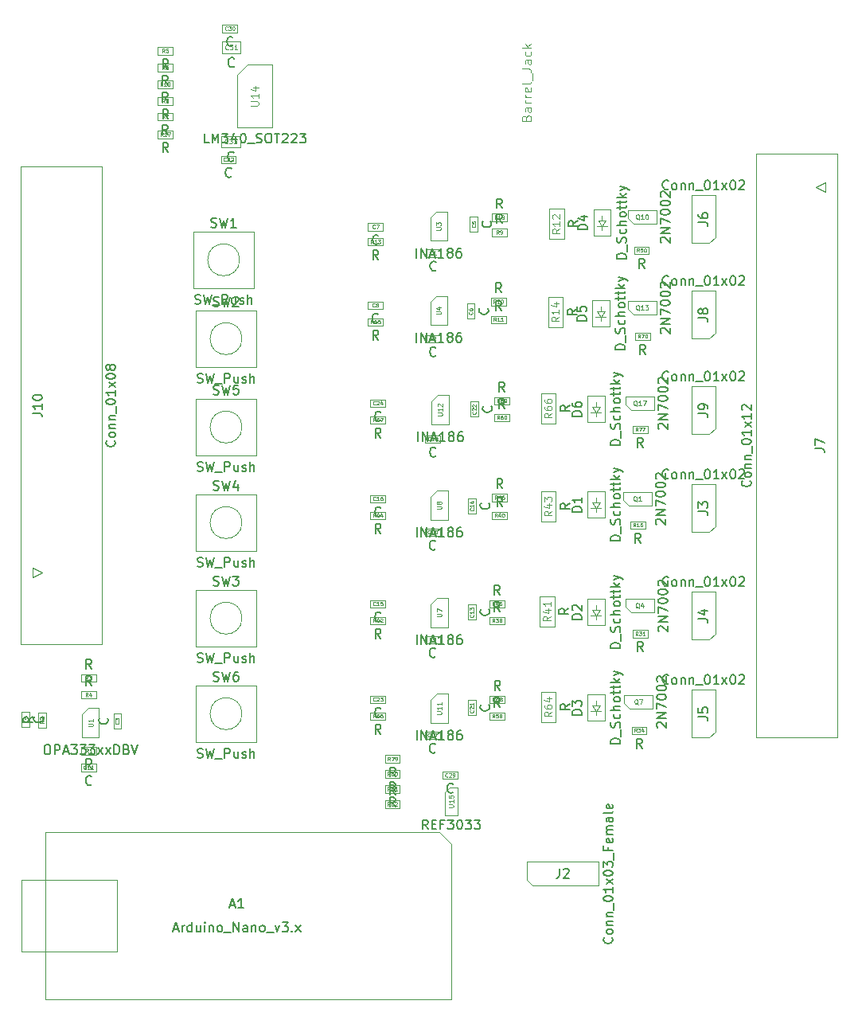
<source format=gbr>
G04 #@! TF.GenerationSoftware,KiCad,Pcbnew,(5.0.0)*
G04 #@! TF.CreationDate,2020-11-12T02:24:06-08:00*
G04 #@! TF.ProjectId,Valve_Driver_ArduinoNano,56616C76655F4472697665725F417264,rev?*
G04 #@! TF.SameCoordinates,Original*
G04 #@! TF.FileFunction,Other,Fab,Top*
%FSLAX46Y46*%
G04 Gerber Fmt 4.6, Leading zero omitted, Abs format (unit mm)*
G04 Created by KiCad (PCBNEW (5.0.0)) date 11/12/20 02:24:06*
%MOMM*%
%LPD*%
G01*
G04 APERTURE LIST*
%ADD10C,0.100000*%
%ADD11C,0.150000*%
%ADD12C,0.075000*%
%ADD13C,0.015000*%
%ADD14C,0.120000*%
%ADD15C,0.060000*%
%ADD16C,0.080000*%
G04 APERTURE END LIST*
D10*
G04 #@! TO.C,J10*
X28982000Y-106934000D02*
X37582000Y-106934000D01*
X37582000Y-106934000D02*
X37582000Y-56134000D01*
X37582000Y-56134000D02*
X28982000Y-56134000D01*
X28982000Y-56134000D02*
X28982000Y-106934000D01*
X30232000Y-98814000D02*
X31232000Y-99314000D01*
X31232000Y-99314000D02*
X30232000Y-99814000D01*
X30232000Y-99814000D02*
X30232000Y-98814000D01*
G04 #@! TO.C,SW1*
X52246000Y-66040000D02*
G75*
G03X52246000Y-66040000I-1700000J0D01*
G01*
X47296000Y-69040000D02*
X47296000Y-63040000D01*
X53796000Y-69040000D02*
X47296000Y-69040000D01*
X53796000Y-63040000D02*
X53796000Y-69040000D01*
X47296000Y-63040000D02*
X53796000Y-63040000D01*
G04 #@! TO.C,SW2*
X47550000Y-71422000D02*
X54050000Y-71422000D01*
X54050000Y-71422000D02*
X54050000Y-77422000D01*
X54050000Y-77422000D02*
X47550000Y-77422000D01*
X47550000Y-77422000D02*
X47550000Y-71422000D01*
X52500000Y-74422000D02*
G75*
G03X52500000Y-74422000I-1700000J0D01*
G01*
G04 #@! TO.C,SW3*
X52500000Y-104140000D02*
G75*
G03X52500000Y-104140000I-1700000J0D01*
G01*
X47550000Y-107140000D02*
X47550000Y-101140000D01*
X54050000Y-107140000D02*
X47550000Y-107140000D01*
X54050000Y-101140000D02*
X54050000Y-107140000D01*
X47550000Y-101140000D02*
X54050000Y-101140000D01*
G04 #@! TO.C,SW4*
X47550000Y-90980000D02*
X54050000Y-90980000D01*
X54050000Y-90980000D02*
X54050000Y-96980000D01*
X54050000Y-96980000D02*
X47550000Y-96980000D01*
X47550000Y-96980000D02*
X47550000Y-90980000D01*
X52500000Y-93980000D02*
G75*
G03X52500000Y-93980000I-1700000J0D01*
G01*
G04 #@! TO.C,SW5*
X52500000Y-83820000D02*
G75*
G03X52500000Y-83820000I-1700000J0D01*
G01*
X47550000Y-86820000D02*
X47550000Y-80820000D01*
X54050000Y-86820000D02*
X47550000Y-86820000D01*
X54050000Y-80820000D02*
X54050000Y-86820000D01*
X47550000Y-80820000D02*
X54050000Y-80820000D01*
G04 #@! TO.C,SW6*
X47550000Y-111300000D02*
X54050000Y-111300000D01*
X54050000Y-111300000D02*
X54050000Y-117300000D01*
X54050000Y-117300000D02*
X47550000Y-117300000D01*
X47550000Y-117300000D02*
X47550000Y-111300000D01*
X52500000Y-114300000D02*
G75*
G03X52500000Y-114300000I-1700000J0D01*
G01*
G04 #@! TO.C,J7*
X115798000Y-54784000D02*
X107198000Y-54784000D01*
X107198000Y-54784000D02*
X107198000Y-116784000D01*
X107198000Y-116784000D02*
X115798000Y-116784000D01*
X115798000Y-116784000D02*
X115798000Y-54784000D01*
X114548000Y-58784000D02*
X113548000Y-58284000D01*
X113548000Y-58284000D02*
X114548000Y-57784000D01*
X114548000Y-57784000D02*
X114548000Y-58784000D01*
G04 #@! TO.C,J5*
X102870000Y-116205000D02*
X102235000Y-116840000D01*
X102870000Y-111760000D02*
X102870000Y-116205000D01*
X100330000Y-111760000D02*
X102870000Y-111760000D01*
X100330000Y-116840000D02*
X100330000Y-111760000D01*
X102235000Y-116840000D02*
X100330000Y-116840000D01*
G04 #@! TO.C,J3*
X102235000Y-94996000D02*
X100330000Y-94996000D01*
X100330000Y-94996000D02*
X100330000Y-89916000D01*
X100330000Y-89916000D02*
X102870000Y-89916000D01*
X102870000Y-89916000D02*
X102870000Y-94361000D01*
X102870000Y-94361000D02*
X102235000Y-94996000D01*
G04 #@! TO.C,J4*
X102870000Y-105791000D02*
X102235000Y-106426000D01*
X102870000Y-101346000D02*
X102870000Y-105791000D01*
X100330000Y-101346000D02*
X102870000Y-101346000D01*
X100330000Y-106426000D02*
X100330000Y-101346000D01*
X102235000Y-106426000D02*
X100330000Y-106426000D01*
G04 #@! TO.C,J9*
X102235000Y-84582000D02*
X100330000Y-84582000D01*
X100330000Y-84582000D02*
X100330000Y-79502000D01*
X100330000Y-79502000D02*
X102870000Y-79502000D01*
X102870000Y-79502000D02*
X102870000Y-83947000D01*
X102870000Y-83947000D02*
X102235000Y-84582000D01*
G04 #@! TO.C,J8*
X102870000Y-73787000D02*
X102235000Y-74422000D01*
X102870000Y-69342000D02*
X102870000Y-73787000D01*
X100330000Y-69342000D02*
X102870000Y-69342000D01*
X100330000Y-74422000D02*
X100330000Y-69342000D01*
X102235000Y-74422000D02*
X100330000Y-74422000D01*
G04 #@! TO.C,J6*
X102235000Y-64262000D02*
X100330000Y-64262000D01*
X100330000Y-64262000D02*
X100330000Y-59182000D01*
X100330000Y-59182000D02*
X102870000Y-59182000D01*
X102870000Y-59182000D02*
X102870000Y-63627000D01*
X102870000Y-63627000D02*
X102235000Y-64262000D01*
G04 #@! TO.C,D4*
X89905000Y-63502000D02*
X89905000Y-60702000D01*
X89905000Y-60702000D02*
X91705000Y-60702000D01*
X91705000Y-60702000D02*
X91705000Y-63502000D01*
X91705000Y-63502000D02*
X89905000Y-63502000D01*
X90805000Y-62852000D02*
X90805000Y-62452000D01*
X90805000Y-62452000D02*
X90255000Y-62452000D01*
X90805000Y-62452000D02*
X91355000Y-62452000D01*
X90805000Y-62452000D02*
X90405000Y-61852000D01*
X90405000Y-61852000D02*
X91205000Y-61852000D01*
X91205000Y-61852000D02*
X90805000Y-62452000D01*
X90805000Y-61852000D02*
X90805000Y-61352000D01*
G04 #@! TO.C,D5*
X90678000Y-71506000D02*
X90678000Y-71006000D01*
X91078000Y-71506000D02*
X90678000Y-72106000D01*
X90278000Y-71506000D02*
X91078000Y-71506000D01*
X90678000Y-72106000D02*
X90278000Y-71506000D01*
X90678000Y-72106000D02*
X91228000Y-72106000D01*
X90678000Y-72106000D02*
X90128000Y-72106000D01*
X90678000Y-72506000D02*
X90678000Y-72106000D01*
X91578000Y-73156000D02*
X89778000Y-73156000D01*
X91578000Y-70356000D02*
X91578000Y-73156000D01*
X89778000Y-70356000D02*
X91578000Y-70356000D01*
X89778000Y-73156000D02*
X89778000Y-70356000D01*
G04 #@! TO.C,D6*
X89270000Y-83316000D02*
X89270000Y-80516000D01*
X89270000Y-80516000D02*
X91070000Y-80516000D01*
X91070000Y-80516000D02*
X91070000Y-83316000D01*
X91070000Y-83316000D02*
X89270000Y-83316000D01*
X90170000Y-82666000D02*
X90170000Y-82266000D01*
X90170000Y-82266000D02*
X89620000Y-82266000D01*
X90170000Y-82266000D02*
X90720000Y-82266000D01*
X90170000Y-82266000D02*
X89770000Y-81666000D01*
X89770000Y-81666000D02*
X90570000Y-81666000D01*
X90570000Y-81666000D02*
X90170000Y-82266000D01*
X90170000Y-81666000D02*
X90170000Y-81166000D01*
G04 #@! TO.C,D3*
X90170000Y-113416000D02*
X90170000Y-112916000D01*
X90570000Y-113416000D02*
X90170000Y-114016000D01*
X89770000Y-113416000D02*
X90570000Y-113416000D01*
X90170000Y-114016000D02*
X89770000Y-113416000D01*
X90170000Y-114016000D02*
X90720000Y-114016000D01*
X90170000Y-114016000D02*
X89620000Y-114016000D01*
X90170000Y-114416000D02*
X90170000Y-114016000D01*
X91070000Y-115066000D02*
X89270000Y-115066000D01*
X91070000Y-112266000D02*
X91070000Y-115066000D01*
X89270000Y-112266000D02*
X91070000Y-112266000D01*
X89270000Y-115066000D02*
X89270000Y-112266000D01*
G04 #@! TO.C,D2*
X89270000Y-104906000D02*
X89270000Y-102106000D01*
X89270000Y-102106000D02*
X91070000Y-102106000D01*
X91070000Y-102106000D02*
X91070000Y-104906000D01*
X91070000Y-104906000D02*
X89270000Y-104906000D01*
X90170000Y-104256000D02*
X90170000Y-103856000D01*
X90170000Y-103856000D02*
X89620000Y-103856000D01*
X90170000Y-103856000D02*
X90720000Y-103856000D01*
X90170000Y-103856000D02*
X89770000Y-103256000D01*
X89770000Y-103256000D02*
X90570000Y-103256000D01*
X90570000Y-103256000D02*
X90170000Y-103856000D01*
X90170000Y-103256000D02*
X90170000Y-102756000D01*
G04 #@! TO.C,D1*
X90170000Y-91826000D02*
X90170000Y-91326000D01*
X90570000Y-91826000D02*
X90170000Y-92426000D01*
X89770000Y-91826000D02*
X90570000Y-91826000D01*
X90170000Y-92426000D02*
X89770000Y-91826000D01*
X90170000Y-92426000D02*
X90720000Y-92426000D01*
X90170000Y-92426000D02*
X89620000Y-92426000D01*
X90170000Y-92826000D02*
X90170000Y-92426000D01*
X91070000Y-93476000D02*
X89270000Y-93476000D01*
X91070000Y-90676000D02*
X91070000Y-93476000D01*
X89270000Y-90676000D02*
X91070000Y-90676000D01*
X89270000Y-93476000D02*
X89270000Y-90676000D01*
G04 #@! TO.C,U1*
X35496588Y-114366874D02*
X36146588Y-113716874D01*
X37296588Y-113716874D02*
X36146588Y-113716874D01*
X35496588Y-114366874D02*
X35496588Y-116816874D01*
X37296588Y-116816874D02*
X35496588Y-116816874D01*
X37296588Y-113716874D02*
X37296588Y-116816874D01*
G04 #@! TO.C,Q13*
X96582000Y-71836000D02*
X96582000Y-70436000D01*
X93542000Y-70436000D02*
X96582000Y-70436000D01*
X94112000Y-71836000D02*
X93542000Y-71286000D01*
X93542000Y-71286000D02*
X93542000Y-70436000D01*
X94112000Y-71836000D02*
X96562000Y-71836000D01*
G04 #@! TO.C,U4*
X74336000Y-69885000D02*
X74336000Y-72985000D01*
X74336000Y-72985000D02*
X72536000Y-72985000D01*
X72536000Y-70535000D02*
X72536000Y-72985000D01*
X74336000Y-69885000D02*
X73186000Y-69885000D01*
X72536000Y-70535000D02*
X73186000Y-69885000D01*
G04 #@! TO.C,R14*
X86652000Y-73191500D02*
X85052000Y-73191500D01*
X85052000Y-73191500D02*
X85052000Y-69991500D01*
X85052000Y-69991500D02*
X86652000Y-69991500D01*
X86652000Y-69991500D02*
X86652000Y-73191500D01*
G04 #@! TO.C,R20*
X78970000Y-70085000D02*
X80570000Y-70085000D01*
X78970000Y-70885000D02*
X78970000Y-70085000D01*
X80570000Y-70885000D02*
X78970000Y-70885000D01*
X80570000Y-70085000D02*
X80570000Y-70885000D01*
G04 #@! TO.C,C2*
X73585000Y-74822000D02*
X71985000Y-74822000D01*
X73585000Y-74022000D02*
X73585000Y-74822000D01*
X71985000Y-74022000D02*
X73585000Y-74022000D01*
X71985000Y-74822000D02*
X71985000Y-74022000D01*
G04 #@! TO.C,C4*
X29854588Y-114132874D02*
X29854588Y-115732874D01*
X29054588Y-114132874D02*
X29854588Y-114132874D01*
X29054588Y-115732874D02*
X29054588Y-114132874D01*
X29854588Y-115732874D02*
X29054588Y-115732874D01*
G04 #@! TO.C,C6*
X77235000Y-70715000D02*
X77235000Y-72315000D01*
X76435000Y-70715000D02*
X77235000Y-70715000D01*
X76435000Y-72315000D02*
X76435000Y-70715000D01*
X77235000Y-72315000D02*
X76435000Y-72315000D01*
G04 #@! TO.C,C8*
X67461000Y-71266000D02*
X65861000Y-71266000D01*
X67461000Y-70466000D02*
X67461000Y-71266000D01*
X65861000Y-70466000D02*
X67461000Y-70466000D01*
X65861000Y-71266000D02*
X65861000Y-70466000D01*
G04 #@! TO.C,R11*
X78970000Y-71990000D02*
X80570000Y-71990000D01*
X78970000Y-72790000D02*
X78970000Y-71990000D01*
X80570000Y-72790000D02*
X78970000Y-72790000D01*
X80570000Y-71990000D02*
X80570000Y-72790000D01*
G04 #@! TO.C,R15*
X67489000Y-73044000D02*
X65889000Y-73044000D01*
X67489000Y-72244000D02*
X67489000Y-73044000D01*
X65889000Y-72244000D02*
X67489000Y-72244000D01*
X65889000Y-73044000D02*
X65889000Y-72244000D01*
G04 #@! TO.C,R4*
X35371588Y-111879874D02*
X36971588Y-111879874D01*
X35371588Y-112679874D02*
X35371588Y-111879874D01*
X36971588Y-112679874D02*
X35371588Y-112679874D01*
X36971588Y-111879874D02*
X36971588Y-112679874D01*
G04 #@! TO.C,R2*
X30832588Y-115760874D02*
X30832588Y-114160874D01*
X31632588Y-115760874D02*
X30832588Y-115760874D01*
X31632588Y-114160874D02*
X31632588Y-115760874D01*
X30832588Y-114160874D02*
X31632588Y-114160874D01*
G04 #@! TO.C,R10*
X45109000Y-47771000D02*
X43509000Y-47771000D01*
X45109000Y-46971000D02*
X45109000Y-47771000D01*
X43509000Y-46971000D02*
X45109000Y-46971000D01*
X43509000Y-47771000D02*
X43509000Y-46971000D01*
G04 #@! TO.C,C30*
X50399000Y-41847000D02*
X50399000Y-41047000D01*
X50399000Y-41047000D02*
X51999000Y-41047000D01*
X51999000Y-41047000D02*
X51999000Y-41847000D01*
X51999000Y-41847000D02*
X50399000Y-41847000D01*
G04 #@! TO.C,R41*
X85763000Y-105014500D02*
X84163000Y-105014500D01*
X84163000Y-105014500D02*
X84163000Y-101814500D01*
X84163000Y-101814500D02*
X85763000Y-101814500D01*
X85763000Y-101814500D02*
X85763000Y-105014500D01*
G04 #@! TO.C,R64*
X85890000Y-111974500D02*
X85890000Y-115174500D01*
X84290000Y-111974500D02*
X85890000Y-111974500D01*
X84290000Y-115174500D02*
X84290000Y-111974500D01*
X85890000Y-115174500D02*
X84290000Y-115174500D01*
G04 #@! TO.C,R12*
X86746000Y-63814500D02*
X85146000Y-63814500D01*
X85146000Y-63814500D02*
X85146000Y-60614500D01*
X85146000Y-60614500D02*
X86746000Y-60614500D01*
X86746000Y-60614500D02*
X86746000Y-63814500D01*
G04 #@! TO.C,R66*
X85890000Y-80224500D02*
X85890000Y-83424500D01*
X84290000Y-80224500D02*
X85890000Y-80224500D01*
X84290000Y-83424500D02*
X84290000Y-80224500D01*
X85890000Y-83424500D02*
X84290000Y-83424500D01*
G04 #@! TO.C,R43*
X85890000Y-93838500D02*
X84290000Y-93838500D01*
X84290000Y-93838500D02*
X84290000Y-90638500D01*
X84290000Y-90638500D02*
X85890000Y-90638500D01*
X85890000Y-90638500D02*
X85890000Y-93838500D01*
G04 #@! TO.C,U7*
X74386000Y-102016000D02*
X74386000Y-105116000D01*
X74386000Y-105116000D02*
X72586000Y-105116000D01*
X72586000Y-102666000D02*
X72586000Y-105116000D01*
X74386000Y-102016000D02*
X73236000Y-102016000D01*
X72586000Y-102666000D02*
X73236000Y-102016000D01*
G04 #@! TO.C,U3*
X72536000Y-61565000D02*
X73186000Y-60915000D01*
X74336000Y-60915000D02*
X73186000Y-60915000D01*
X72536000Y-61565000D02*
X72536000Y-64015000D01*
X74336000Y-64015000D02*
X72536000Y-64015000D01*
X74336000Y-60915000D02*
X74336000Y-64015000D01*
G04 #@! TO.C,U8*
X72586000Y-91241000D02*
X73236000Y-90591000D01*
X74386000Y-90591000D02*
X73236000Y-90591000D01*
X72586000Y-91241000D02*
X72586000Y-93691000D01*
X74386000Y-93691000D02*
X72586000Y-93691000D01*
X74386000Y-90591000D02*
X74386000Y-93691000D01*
G04 #@! TO.C,U11*
X74386000Y-112176000D02*
X74386000Y-115276000D01*
X74386000Y-115276000D02*
X72586000Y-115276000D01*
X72586000Y-112826000D02*
X72586000Y-115276000D01*
X74386000Y-112176000D02*
X73236000Y-112176000D01*
X72586000Y-112826000D02*
X73236000Y-112176000D01*
G04 #@! TO.C,U12*
X72680000Y-81076000D02*
X73330000Y-80426000D01*
X74480000Y-80426000D02*
X73330000Y-80426000D01*
X72680000Y-81076000D02*
X72680000Y-83526000D01*
X74480000Y-83526000D02*
X72680000Y-83526000D01*
X74480000Y-80426000D02*
X74480000Y-83526000D01*
G04 #@! TO.C,C32*
X50254000Y-55772000D02*
X50254000Y-54972000D01*
X50254000Y-54972000D02*
X51854000Y-54972000D01*
X51854000Y-54972000D02*
X51854000Y-55772000D01*
X51854000Y-55772000D02*
X50254000Y-55772000D01*
G04 #@! TO.C,C31*
X52349000Y-44047000D02*
X50349000Y-44047000D01*
X52349000Y-42847000D02*
X52349000Y-44047000D01*
X50349000Y-42847000D02*
X52349000Y-42847000D01*
X50349000Y-44047000D02*
X50349000Y-42847000D01*
G04 #@! TO.C,C33*
X50299000Y-54067000D02*
X50299000Y-52867000D01*
X50299000Y-52867000D02*
X52299000Y-52867000D01*
X52299000Y-52867000D02*
X52299000Y-54067000D01*
X52299000Y-54067000D02*
X50299000Y-54067000D01*
G04 #@! TO.C,U14*
X52024000Y-46347000D02*
X53074000Y-45297000D01*
X52024000Y-46347000D02*
X52024000Y-51997000D01*
X53074000Y-45297000D02*
X55724000Y-45297000D01*
X52024000Y-51997000D02*
X55724000Y-51997000D01*
X55724000Y-45297000D02*
X55724000Y-51997000D01*
G04 #@! TO.C,U15*
X74059000Y-122679000D02*
X74059000Y-125129000D01*
X74609000Y-122109000D02*
X75459000Y-122109000D01*
X74059000Y-122679000D02*
X74609000Y-122109000D01*
X75459000Y-122109000D02*
X75459000Y-125149000D01*
X74059000Y-125149000D02*
X75459000Y-125149000D01*
G04 #@! TO.C,R42*
X67743000Y-104794000D02*
X66143000Y-104794000D01*
X67743000Y-103994000D02*
X67743000Y-104794000D01*
X66143000Y-103994000D02*
X67743000Y-103994000D01*
X66143000Y-104794000D02*
X66143000Y-103994000D01*
G04 #@! TO.C,R50*
X95796000Y-65424000D02*
X94196000Y-65424000D01*
X95796000Y-64624000D02*
X95796000Y-65424000D01*
X94196000Y-64624000D02*
X95796000Y-64624000D01*
X94196000Y-65424000D02*
X94196000Y-64624000D01*
G04 #@! TO.C,R77*
X95655000Y-84474000D02*
X94055000Y-84474000D01*
X95655000Y-83674000D02*
X95655000Y-84474000D01*
X94055000Y-83674000D02*
X95655000Y-83674000D01*
X94055000Y-84474000D02*
X94055000Y-83674000D01*
G04 #@! TO.C,R70*
X95909000Y-74568000D02*
X94309000Y-74568000D01*
X95909000Y-73768000D02*
X95909000Y-74568000D01*
X94309000Y-73768000D02*
X95909000Y-73768000D01*
X94309000Y-74568000D02*
X94309000Y-73768000D01*
G04 #@! TO.C,R19*
X79071000Y-61127000D02*
X80671000Y-61127000D01*
X79071000Y-61927000D02*
X79071000Y-61127000D01*
X80671000Y-61927000D02*
X79071000Y-61927000D01*
X80671000Y-61127000D02*
X80671000Y-61927000D01*
G04 #@! TO.C,R40*
X79097000Y-92818000D02*
X80697000Y-92818000D01*
X79097000Y-93618000D02*
X79097000Y-92818000D01*
X80697000Y-93618000D02*
X79097000Y-93618000D01*
X80697000Y-92818000D02*
X80697000Y-93618000D01*
G04 #@! TO.C,R38*
X78815000Y-103994000D02*
X80415000Y-103994000D01*
X78815000Y-104794000D02*
X78815000Y-103994000D01*
X80415000Y-104794000D02*
X78815000Y-104794000D01*
X80415000Y-103994000D02*
X80415000Y-104794000D01*
G04 #@! TO.C,C7*
X67501000Y-62927000D02*
X65901000Y-62927000D01*
X67501000Y-62127000D02*
X67501000Y-62927000D01*
X65901000Y-62127000D02*
X67501000Y-62127000D01*
X65901000Y-62927000D02*
X65901000Y-62127000D01*
G04 #@! TO.C,C5*
X77546000Y-61452000D02*
X77546000Y-63052000D01*
X76746000Y-61452000D02*
X77546000Y-61452000D01*
X76746000Y-63052000D02*
X76746000Y-61452000D01*
X77546000Y-63052000D02*
X76746000Y-63052000D01*
G04 #@! TO.C,C3*
X38833588Y-115887874D02*
X38833588Y-114287874D01*
X39633588Y-115887874D02*
X38833588Y-115887874D01*
X39633588Y-114287874D02*
X39633588Y-115887874D01*
X38833588Y-114287874D02*
X39633588Y-114287874D01*
G04 #@! TO.C,C1*
X73621000Y-65727000D02*
X72021000Y-65727000D01*
X73621000Y-64927000D02*
X73621000Y-65727000D01*
X72021000Y-64927000D02*
X73621000Y-64927000D01*
X72021000Y-65727000D02*
X72021000Y-64927000D01*
G04 #@! TO.C,C21*
X77362000Y-112879000D02*
X77362000Y-114479000D01*
X76562000Y-112879000D02*
X77362000Y-112879000D01*
X76562000Y-114479000D02*
X76562000Y-112879000D01*
X77362000Y-114479000D02*
X76562000Y-114479000D01*
G04 #@! TO.C,C22*
X77616000Y-81129000D02*
X77616000Y-82729000D01*
X76816000Y-81129000D02*
X77616000Y-81129000D01*
X76816000Y-82729000D02*
X76816000Y-81129000D01*
X77616000Y-82729000D02*
X76816000Y-82729000D01*
G04 #@! TO.C,C23*
X67743000Y-113176000D02*
X66143000Y-113176000D01*
X67743000Y-112376000D02*
X67743000Y-113176000D01*
X66143000Y-112376000D02*
X67743000Y-112376000D01*
X66143000Y-113176000D02*
X66143000Y-112376000D01*
G04 #@! TO.C,C24*
X67743000Y-81680000D02*
X66143000Y-81680000D01*
X67743000Y-80880000D02*
X67743000Y-81680000D01*
X66143000Y-80880000D02*
X67743000Y-80880000D01*
X66143000Y-81680000D02*
X66143000Y-80880000D01*
G04 #@! TO.C,C29*
X75434000Y-121229000D02*
X73834000Y-121229000D01*
X75434000Y-120429000D02*
X75434000Y-121229000D01*
X73834000Y-120429000D02*
X75434000Y-120429000D01*
X73834000Y-121229000D02*
X73834000Y-120429000D01*
G04 #@! TO.C,C17*
X73557000Y-116986000D02*
X71957000Y-116986000D01*
X73557000Y-116186000D02*
X73557000Y-116986000D01*
X71957000Y-116186000D02*
X73557000Y-116186000D01*
X71957000Y-116986000D02*
X71957000Y-116186000D01*
G04 #@! TO.C,C16*
X67743000Y-91840000D02*
X66143000Y-91840000D01*
X67743000Y-91040000D02*
X67743000Y-91840000D01*
X66143000Y-91040000D02*
X67743000Y-91040000D01*
X66143000Y-91840000D02*
X66143000Y-91040000D01*
G04 #@! TO.C,C15*
X67743000Y-103016000D02*
X66143000Y-103016000D01*
X67743000Y-102216000D02*
X67743000Y-103016000D01*
X66143000Y-102216000D02*
X67743000Y-102216000D01*
X66143000Y-103016000D02*
X66143000Y-102216000D01*
G04 #@! TO.C,C14*
X77362000Y-91416000D02*
X77362000Y-93016000D01*
X76562000Y-91416000D02*
X77362000Y-91416000D01*
X76562000Y-93016000D02*
X76562000Y-91416000D01*
X77362000Y-93016000D02*
X76562000Y-93016000D01*
G04 #@! TO.C,C13*
X77362000Y-102719000D02*
X77362000Y-104319000D01*
X76562000Y-102719000D02*
X77362000Y-102719000D01*
X76562000Y-104319000D02*
X76562000Y-102719000D01*
X77362000Y-104319000D02*
X76562000Y-104319000D01*
G04 #@! TO.C,C18*
X73585000Y-85490000D02*
X71985000Y-85490000D01*
X73585000Y-84690000D02*
X73585000Y-85490000D01*
X71985000Y-84690000D02*
X73585000Y-84690000D01*
X71985000Y-85490000D02*
X71985000Y-84690000D01*
G04 #@! TO.C,C11*
X36971588Y-120426874D02*
X35371588Y-120426874D01*
X36971588Y-119626874D02*
X36971588Y-120426874D01*
X35371588Y-119626874D02*
X36971588Y-119626874D01*
X35371588Y-120426874D02*
X35371588Y-119626874D01*
G04 #@! TO.C,C10*
X73557000Y-95396000D02*
X71957000Y-95396000D01*
X73557000Y-94596000D02*
X73557000Y-95396000D01*
X71957000Y-94596000D02*
X73557000Y-94596000D01*
X71957000Y-95396000D02*
X71957000Y-94596000D01*
G04 #@! TO.C,C9*
X73557000Y-106826000D02*
X71957000Y-106826000D01*
X73557000Y-106026000D02*
X73557000Y-106826000D01*
X71957000Y-106026000D02*
X73557000Y-106026000D01*
X71957000Y-106826000D02*
X71957000Y-106026000D01*
G04 #@! TO.C,J2*
X83439000Y-132588000D02*
X82804000Y-131953000D01*
X90424000Y-132588000D02*
X83439000Y-132588000D01*
X90424000Y-130048000D02*
X90424000Y-132588000D01*
X82804000Y-130048000D02*
X90424000Y-130048000D01*
X82804000Y-131953000D02*
X82804000Y-130048000D01*
G04 #@! TO.C,Q7*
X96196000Y-113746000D02*
X96196000Y-112346000D01*
X93156000Y-112346000D02*
X96196000Y-112346000D01*
X93726000Y-113746000D02*
X93156000Y-113196000D01*
X93156000Y-113196000D02*
X93156000Y-112346000D01*
X93726000Y-113746000D02*
X96176000Y-113746000D01*
G04 #@! TO.C,Q10*
X96582000Y-62184000D02*
X96582000Y-60784000D01*
X93542000Y-60784000D02*
X96582000Y-60784000D01*
X94112000Y-62184000D02*
X93542000Y-61634000D01*
X93542000Y-61634000D02*
X93542000Y-60784000D01*
X94112000Y-62184000D02*
X96562000Y-62184000D01*
G04 #@! TO.C,Q17*
X96328000Y-81996000D02*
X96328000Y-80596000D01*
X93288000Y-80596000D02*
X96328000Y-80596000D01*
X93858000Y-81996000D02*
X93288000Y-81446000D01*
X93288000Y-81446000D02*
X93288000Y-80596000D01*
X93858000Y-81996000D02*
X96308000Y-81996000D01*
G04 #@! TO.C,Q1*
X96074000Y-92156000D02*
X96074000Y-90756000D01*
X93034000Y-90756000D02*
X96074000Y-90756000D01*
X93604000Y-92156000D02*
X93034000Y-91606000D01*
X93034000Y-91606000D02*
X93034000Y-90756000D01*
X93604000Y-92156000D02*
X96054000Y-92156000D01*
G04 #@! TO.C,Q4*
X96328000Y-103520000D02*
X96328000Y-102120000D01*
X93288000Y-102120000D02*
X96328000Y-102120000D01*
X93858000Y-103520000D02*
X93288000Y-102970000D01*
X93288000Y-102970000D02*
X93288000Y-102120000D01*
X93858000Y-103520000D02*
X96308000Y-103520000D01*
G04 #@! TO.C,R34*
X95542000Y-116478000D02*
X93942000Y-116478000D01*
X95542000Y-115678000D02*
X95542000Y-116478000D01*
X93942000Y-115678000D02*
X95542000Y-115678000D01*
X93942000Y-116478000D02*
X93942000Y-115678000D01*
G04 #@! TO.C,R44*
X67743000Y-93618000D02*
X66143000Y-93618000D01*
X67743000Y-92818000D02*
X67743000Y-93618000D01*
X66143000Y-92818000D02*
X67743000Y-92818000D01*
X66143000Y-93618000D02*
X66143000Y-92818000D01*
G04 #@! TO.C,R45*
X78815000Y-102216000D02*
X80415000Y-102216000D01*
X78815000Y-103016000D02*
X78815000Y-102216000D01*
X80415000Y-103016000D02*
X78815000Y-103016000D01*
X80415000Y-102216000D02*
X80415000Y-103016000D01*
G04 #@! TO.C,R46*
X79097000Y-90913000D02*
X80697000Y-90913000D01*
X79097000Y-91713000D02*
X79097000Y-90913000D01*
X80697000Y-91713000D02*
X79097000Y-91713000D01*
X80697000Y-90913000D02*
X80697000Y-91713000D01*
G04 #@! TO.C,R58*
X78815000Y-114154000D02*
X80415000Y-114154000D01*
X78815000Y-114954000D02*
X78815000Y-114154000D01*
X80415000Y-114954000D02*
X78815000Y-114954000D01*
X80415000Y-114154000D02*
X80415000Y-114954000D01*
G04 #@! TO.C,R81*
X69296000Y-122711000D02*
X67696000Y-122711000D01*
X69296000Y-121911000D02*
X69296000Y-122711000D01*
X67696000Y-121911000D02*
X69296000Y-121911000D01*
X67696000Y-122711000D02*
X67696000Y-121911000D01*
G04 #@! TO.C,R60*
X79323000Y-82404000D02*
X80923000Y-82404000D01*
X79323000Y-83204000D02*
X79323000Y-82404000D01*
X80923000Y-83204000D02*
X79323000Y-83204000D01*
X80923000Y-82404000D02*
X80923000Y-83204000D01*
G04 #@! TO.C,R67*
X67743000Y-83458000D02*
X66143000Y-83458000D01*
X67743000Y-82658000D02*
X67743000Y-83458000D01*
X66143000Y-82658000D02*
X67743000Y-82658000D01*
X66143000Y-83458000D02*
X66143000Y-82658000D01*
G04 #@! TO.C,R68*
X78843000Y-112376000D02*
X80443000Y-112376000D01*
X78843000Y-113176000D02*
X78843000Y-112376000D01*
X80443000Y-113176000D02*
X78843000Y-113176000D01*
X80443000Y-112376000D02*
X80443000Y-113176000D01*
G04 #@! TO.C,R69*
X79323000Y-80626000D02*
X80923000Y-80626000D01*
X79323000Y-81426000D02*
X79323000Y-80626000D01*
X80923000Y-81426000D02*
X79323000Y-81426000D01*
X80923000Y-80626000D02*
X80923000Y-81426000D01*
G04 #@! TO.C,R80*
X69296000Y-121111000D02*
X67696000Y-121111000D01*
X69296000Y-120311000D02*
X69296000Y-121111000D01*
X67696000Y-120311000D02*
X69296000Y-120311000D01*
X67696000Y-121111000D02*
X67696000Y-120311000D01*
G04 #@! TO.C,R79*
X69296000Y-119511000D02*
X67696000Y-119511000D01*
X69296000Y-118711000D02*
X69296000Y-119511000D01*
X67696000Y-118711000D02*
X69296000Y-118711000D01*
X67696000Y-119511000D02*
X67696000Y-118711000D01*
G04 #@! TO.C,R65*
X67743000Y-114954000D02*
X66143000Y-114954000D01*
X67743000Y-114154000D02*
X67743000Y-114954000D01*
X66143000Y-114154000D02*
X67743000Y-114154000D01*
X66143000Y-114954000D02*
X66143000Y-114154000D01*
G04 #@! TO.C,R13*
X67501000Y-64527000D02*
X65901000Y-64527000D01*
X67501000Y-63727000D02*
X67501000Y-64527000D01*
X65901000Y-63727000D02*
X67501000Y-63727000D01*
X65901000Y-64527000D02*
X65901000Y-63727000D01*
G04 #@! TO.C,R8*
X45137000Y-49549000D02*
X43537000Y-49549000D01*
X45137000Y-48749000D02*
X45137000Y-49549000D01*
X43537000Y-48749000D02*
X45137000Y-48749000D01*
X43537000Y-49549000D02*
X43537000Y-48749000D01*
G04 #@! TO.C,R9*
X79071000Y-62727000D02*
X80671000Y-62727000D01*
X79071000Y-63527000D02*
X79071000Y-62727000D01*
X80671000Y-63527000D02*
X79071000Y-63527000D01*
X80671000Y-62727000D02*
X80671000Y-63527000D01*
G04 #@! TO.C,R7*
X45109000Y-51200000D02*
X43509000Y-51200000D01*
X45109000Y-50400000D02*
X45109000Y-51200000D01*
X43509000Y-50400000D02*
X45109000Y-50400000D01*
X43509000Y-51200000D02*
X43509000Y-50400000D01*
G04 #@! TO.C,R6*
X45109000Y-45993000D02*
X43509000Y-45993000D01*
X45109000Y-45193000D02*
X45109000Y-45993000D01*
X43509000Y-45193000D02*
X45109000Y-45193000D01*
X43509000Y-45993000D02*
X43509000Y-45193000D01*
G04 #@! TO.C,R5*
X45137000Y-44215000D02*
X43537000Y-44215000D01*
X45137000Y-43415000D02*
X45137000Y-44215000D01*
X43537000Y-43415000D02*
X45137000Y-43415000D01*
X43537000Y-44215000D02*
X43537000Y-43415000D01*
G04 #@! TO.C,R3*
X35371588Y-110101874D02*
X36971588Y-110101874D01*
X35371588Y-110901874D02*
X35371588Y-110101874D01*
X36971588Y-110901874D02*
X35371588Y-110901874D01*
X36971588Y-110101874D02*
X36971588Y-110901874D01*
G04 #@! TO.C,R31*
X95655000Y-106191000D02*
X94055000Y-106191000D01*
X95655000Y-105391000D02*
X95655000Y-106191000D01*
X94055000Y-105391000D02*
X95655000Y-105391000D01*
X94055000Y-106191000D02*
X94055000Y-105391000D01*
G04 #@! TO.C,R1*
X36999588Y-118648874D02*
X35399588Y-118648874D01*
X36999588Y-117848874D02*
X36999588Y-118648874D01*
X35399588Y-117848874D02*
X36999588Y-117848874D01*
X35399588Y-118648874D02*
X35399588Y-117848874D01*
G04 #@! TO.C,R17*
X45137000Y-53105000D02*
X43537000Y-53105000D01*
X45137000Y-52305000D02*
X45137000Y-53105000D01*
X43537000Y-52305000D02*
X45137000Y-52305000D01*
X43537000Y-53105000D02*
X43537000Y-52305000D01*
G04 #@! TO.C,R16*
X95401000Y-94634000D02*
X93801000Y-94634000D01*
X95401000Y-93834000D02*
X95401000Y-94634000D01*
X93801000Y-93834000D02*
X95401000Y-93834000D01*
X93801000Y-94634000D02*
X93801000Y-93834000D01*
G04 #@! TO.C,R82*
X67696000Y-123511000D02*
X69296000Y-123511000D01*
X67696000Y-124311000D02*
X67696000Y-123511000D01*
X69296000Y-124311000D02*
X67696000Y-124311000D01*
X69296000Y-123511000D02*
X69296000Y-124311000D01*
G04 #@! TO.C,A1*
X74803000Y-144653000D02*
X31623000Y-144653000D01*
X74803000Y-128143000D02*
X74803000Y-144653000D01*
X73533000Y-126873000D02*
X74803000Y-128143000D01*
X31623000Y-126873000D02*
X73533000Y-126873000D01*
X31623000Y-144653000D02*
X31623000Y-126873000D01*
X29083000Y-131953000D02*
X39243000Y-131953000D01*
X29083000Y-139573000D02*
X29083000Y-131953000D01*
X39243000Y-139573000D02*
X29083000Y-139573000D01*
X39243000Y-131953000D02*
X39243000Y-139573000D01*
G04 #@! TD*
G04 #@! TO.C,J10*
D11*
X38939142Y-85272095D02*
X38986761Y-85319714D01*
X39034380Y-85462571D01*
X39034380Y-85557809D01*
X38986761Y-85700666D01*
X38891523Y-85795904D01*
X38796285Y-85843523D01*
X38605809Y-85891142D01*
X38462952Y-85891142D01*
X38272476Y-85843523D01*
X38177238Y-85795904D01*
X38082000Y-85700666D01*
X38034380Y-85557809D01*
X38034380Y-85462571D01*
X38082000Y-85319714D01*
X38129619Y-85272095D01*
X39034380Y-84700666D02*
X38986761Y-84795904D01*
X38939142Y-84843523D01*
X38843904Y-84891142D01*
X38558190Y-84891142D01*
X38462952Y-84843523D01*
X38415333Y-84795904D01*
X38367714Y-84700666D01*
X38367714Y-84557809D01*
X38415333Y-84462571D01*
X38462952Y-84414952D01*
X38558190Y-84367333D01*
X38843904Y-84367333D01*
X38939142Y-84414952D01*
X38986761Y-84462571D01*
X39034380Y-84557809D01*
X39034380Y-84700666D01*
X38367714Y-83938761D02*
X39034380Y-83938761D01*
X38462952Y-83938761D02*
X38415333Y-83891142D01*
X38367714Y-83795904D01*
X38367714Y-83653047D01*
X38415333Y-83557809D01*
X38510571Y-83510190D01*
X39034380Y-83510190D01*
X38367714Y-83034000D02*
X39034380Y-83034000D01*
X38462952Y-83034000D02*
X38415333Y-82986380D01*
X38367714Y-82891142D01*
X38367714Y-82748285D01*
X38415333Y-82653047D01*
X38510571Y-82605428D01*
X39034380Y-82605428D01*
X39129619Y-82367333D02*
X39129619Y-81605428D01*
X38034380Y-81176857D02*
X38034380Y-81081619D01*
X38082000Y-80986380D01*
X38129619Y-80938761D01*
X38224857Y-80891142D01*
X38415333Y-80843523D01*
X38653428Y-80843523D01*
X38843904Y-80891142D01*
X38939142Y-80938761D01*
X38986761Y-80986380D01*
X39034380Y-81081619D01*
X39034380Y-81176857D01*
X38986761Y-81272095D01*
X38939142Y-81319714D01*
X38843904Y-81367333D01*
X38653428Y-81414952D01*
X38415333Y-81414952D01*
X38224857Y-81367333D01*
X38129619Y-81319714D01*
X38082000Y-81272095D01*
X38034380Y-81176857D01*
X39034380Y-79891142D02*
X39034380Y-80462571D01*
X39034380Y-80176857D02*
X38034380Y-80176857D01*
X38177238Y-80272095D01*
X38272476Y-80367333D01*
X38320095Y-80462571D01*
X39034380Y-79557809D02*
X38367714Y-79034000D01*
X38367714Y-79557809D02*
X39034380Y-79034000D01*
X38034380Y-78462571D02*
X38034380Y-78367333D01*
X38082000Y-78272095D01*
X38129619Y-78224476D01*
X38224857Y-78176857D01*
X38415333Y-78129238D01*
X38653428Y-78129238D01*
X38843904Y-78176857D01*
X38939142Y-78224476D01*
X38986761Y-78272095D01*
X39034380Y-78367333D01*
X39034380Y-78462571D01*
X38986761Y-78557809D01*
X38939142Y-78605428D01*
X38843904Y-78653047D01*
X38653428Y-78700666D01*
X38415333Y-78700666D01*
X38224857Y-78653047D01*
X38129619Y-78605428D01*
X38082000Y-78557809D01*
X38034380Y-78462571D01*
X38462952Y-77557809D02*
X38415333Y-77653047D01*
X38367714Y-77700666D01*
X38272476Y-77748285D01*
X38224857Y-77748285D01*
X38129619Y-77700666D01*
X38082000Y-77653047D01*
X38034380Y-77557809D01*
X38034380Y-77367333D01*
X38082000Y-77272095D01*
X38129619Y-77224476D01*
X38224857Y-77176857D01*
X38272476Y-77176857D01*
X38367714Y-77224476D01*
X38415333Y-77272095D01*
X38462952Y-77367333D01*
X38462952Y-77557809D01*
X38510571Y-77653047D01*
X38558190Y-77700666D01*
X38653428Y-77748285D01*
X38843904Y-77748285D01*
X38939142Y-77700666D01*
X38986761Y-77653047D01*
X39034380Y-77557809D01*
X39034380Y-77367333D01*
X38986761Y-77272095D01*
X38939142Y-77224476D01*
X38843904Y-77176857D01*
X38653428Y-77176857D01*
X38558190Y-77224476D01*
X38510571Y-77272095D01*
X38462952Y-77367333D01*
X30234380Y-82343523D02*
X30948666Y-82343523D01*
X31091523Y-82391142D01*
X31186761Y-82486380D01*
X31234380Y-82629238D01*
X31234380Y-82724476D01*
X31234380Y-81343523D02*
X31234380Y-81914952D01*
X31234380Y-81629238D02*
X30234380Y-81629238D01*
X30377238Y-81724476D01*
X30472476Y-81819714D01*
X30520095Y-81914952D01*
X30234380Y-80724476D02*
X30234380Y-80629238D01*
X30282000Y-80534000D01*
X30329619Y-80486380D01*
X30424857Y-80438761D01*
X30615333Y-80391142D01*
X30853428Y-80391142D01*
X31043904Y-80438761D01*
X31139142Y-80486380D01*
X31186761Y-80534000D01*
X31234380Y-80629238D01*
X31234380Y-80724476D01*
X31186761Y-80819714D01*
X31139142Y-80867333D01*
X31043904Y-80914952D01*
X30853428Y-80962571D01*
X30615333Y-80962571D01*
X30424857Y-80914952D01*
X30329619Y-80867333D01*
X30282000Y-80819714D01*
X30234380Y-80724476D01*
G04 #@! TO.C,SW1*
X47498380Y-70694761D02*
X47641238Y-70742380D01*
X47879333Y-70742380D01*
X47974571Y-70694761D01*
X48022190Y-70647142D01*
X48069809Y-70551904D01*
X48069809Y-70456666D01*
X48022190Y-70361428D01*
X47974571Y-70313809D01*
X47879333Y-70266190D01*
X47688857Y-70218571D01*
X47593619Y-70170952D01*
X47546000Y-70123333D01*
X47498380Y-70028095D01*
X47498380Y-69932857D01*
X47546000Y-69837619D01*
X47593619Y-69790000D01*
X47688857Y-69742380D01*
X47926952Y-69742380D01*
X48069809Y-69790000D01*
X48403142Y-69742380D02*
X48641238Y-70742380D01*
X48831714Y-70028095D01*
X49022190Y-70742380D01*
X49260285Y-69742380D01*
X49403142Y-70837619D02*
X50165047Y-70837619D01*
X50403142Y-70742380D02*
X50403142Y-69742380D01*
X50784095Y-69742380D01*
X50879333Y-69790000D01*
X50926952Y-69837619D01*
X50974571Y-69932857D01*
X50974571Y-70075714D01*
X50926952Y-70170952D01*
X50879333Y-70218571D01*
X50784095Y-70266190D01*
X50403142Y-70266190D01*
X51831714Y-70075714D02*
X51831714Y-70742380D01*
X51403142Y-70075714D02*
X51403142Y-70599523D01*
X51450761Y-70694761D01*
X51546000Y-70742380D01*
X51688857Y-70742380D01*
X51784095Y-70694761D01*
X51831714Y-70647142D01*
X52260285Y-70694761D02*
X52355523Y-70742380D01*
X52546000Y-70742380D01*
X52641238Y-70694761D01*
X52688857Y-70599523D01*
X52688857Y-70551904D01*
X52641238Y-70456666D01*
X52546000Y-70409047D01*
X52403142Y-70409047D01*
X52307904Y-70361428D01*
X52260285Y-70266190D01*
X52260285Y-70218571D01*
X52307904Y-70123333D01*
X52403142Y-70075714D01*
X52546000Y-70075714D01*
X52641238Y-70123333D01*
X53117428Y-70742380D02*
X53117428Y-69742380D01*
X53546000Y-70742380D02*
X53546000Y-70218571D01*
X53498380Y-70123333D01*
X53403142Y-70075714D01*
X53260285Y-70075714D01*
X53165047Y-70123333D01*
X53117428Y-70170952D01*
X49212666Y-62544761D02*
X49355523Y-62592380D01*
X49593619Y-62592380D01*
X49688857Y-62544761D01*
X49736476Y-62497142D01*
X49784095Y-62401904D01*
X49784095Y-62306666D01*
X49736476Y-62211428D01*
X49688857Y-62163809D01*
X49593619Y-62116190D01*
X49403142Y-62068571D01*
X49307904Y-62020952D01*
X49260285Y-61973333D01*
X49212666Y-61878095D01*
X49212666Y-61782857D01*
X49260285Y-61687619D01*
X49307904Y-61640000D01*
X49403142Y-61592380D01*
X49641238Y-61592380D01*
X49784095Y-61640000D01*
X50117428Y-61592380D02*
X50355523Y-62592380D01*
X50546000Y-61878095D01*
X50736476Y-62592380D01*
X50974571Y-61592380D01*
X51879333Y-62592380D02*
X51307904Y-62592380D01*
X51593619Y-62592380D02*
X51593619Y-61592380D01*
X51498380Y-61735238D01*
X51403142Y-61830476D01*
X51307904Y-61878095D01*
G04 #@! TO.C,SW2*
X47752380Y-79076761D02*
X47895238Y-79124380D01*
X48133333Y-79124380D01*
X48228571Y-79076761D01*
X48276190Y-79029142D01*
X48323809Y-78933904D01*
X48323809Y-78838666D01*
X48276190Y-78743428D01*
X48228571Y-78695809D01*
X48133333Y-78648190D01*
X47942857Y-78600571D01*
X47847619Y-78552952D01*
X47800000Y-78505333D01*
X47752380Y-78410095D01*
X47752380Y-78314857D01*
X47800000Y-78219619D01*
X47847619Y-78172000D01*
X47942857Y-78124380D01*
X48180952Y-78124380D01*
X48323809Y-78172000D01*
X48657142Y-78124380D02*
X48895238Y-79124380D01*
X49085714Y-78410095D01*
X49276190Y-79124380D01*
X49514285Y-78124380D01*
X49657142Y-79219619D02*
X50419047Y-79219619D01*
X50657142Y-79124380D02*
X50657142Y-78124380D01*
X51038095Y-78124380D01*
X51133333Y-78172000D01*
X51180952Y-78219619D01*
X51228571Y-78314857D01*
X51228571Y-78457714D01*
X51180952Y-78552952D01*
X51133333Y-78600571D01*
X51038095Y-78648190D01*
X50657142Y-78648190D01*
X52085714Y-78457714D02*
X52085714Y-79124380D01*
X51657142Y-78457714D02*
X51657142Y-78981523D01*
X51704761Y-79076761D01*
X51800000Y-79124380D01*
X51942857Y-79124380D01*
X52038095Y-79076761D01*
X52085714Y-79029142D01*
X52514285Y-79076761D02*
X52609523Y-79124380D01*
X52800000Y-79124380D01*
X52895238Y-79076761D01*
X52942857Y-78981523D01*
X52942857Y-78933904D01*
X52895238Y-78838666D01*
X52800000Y-78791047D01*
X52657142Y-78791047D01*
X52561904Y-78743428D01*
X52514285Y-78648190D01*
X52514285Y-78600571D01*
X52561904Y-78505333D01*
X52657142Y-78457714D01*
X52800000Y-78457714D01*
X52895238Y-78505333D01*
X53371428Y-79124380D02*
X53371428Y-78124380D01*
X53800000Y-79124380D02*
X53800000Y-78600571D01*
X53752380Y-78505333D01*
X53657142Y-78457714D01*
X53514285Y-78457714D01*
X53419047Y-78505333D01*
X53371428Y-78552952D01*
X49466666Y-70926761D02*
X49609523Y-70974380D01*
X49847619Y-70974380D01*
X49942857Y-70926761D01*
X49990476Y-70879142D01*
X50038095Y-70783904D01*
X50038095Y-70688666D01*
X49990476Y-70593428D01*
X49942857Y-70545809D01*
X49847619Y-70498190D01*
X49657142Y-70450571D01*
X49561904Y-70402952D01*
X49514285Y-70355333D01*
X49466666Y-70260095D01*
X49466666Y-70164857D01*
X49514285Y-70069619D01*
X49561904Y-70022000D01*
X49657142Y-69974380D01*
X49895238Y-69974380D01*
X50038095Y-70022000D01*
X50371428Y-69974380D02*
X50609523Y-70974380D01*
X50800000Y-70260095D01*
X50990476Y-70974380D01*
X51228571Y-69974380D01*
X51561904Y-70069619D02*
X51609523Y-70022000D01*
X51704761Y-69974380D01*
X51942857Y-69974380D01*
X52038095Y-70022000D01*
X52085714Y-70069619D01*
X52133333Y-70164857D01*
X52133333Y-70260095D01*
X52085714Y-70402952D01*
X51514285Y-70974380D01*
X52133333Y-70974380D01*
G04 #@! TO.C,SW3*
X47752380Y-108794761D02*
X47895238Y-108842380D01*
X48133333Y-108842380D01*
X48228571Y-108794761D01*
X48276190Y-108747142D01*
X48323809Y-108651904D01*
X48323809Y-108556666D01*
X48276190Y-108461428D01*
X48228571Y-108413809D01*
X48133333Y-108366190D01*
X47942857Y-108318571D01*
X47847619Y-108270952D01*
X47800000Y-108223333D01*
X47752380Y-108128095D01*
X47752380Y-108032857D01*
X47800000Y-107937619D01*
X47847619Y-107890000D01*
X47942857Y-107842380D01*
X48180952Y-107842380D01*
X48323809Y-107890000D01*
X48657142Y-107842380D02*
X48895238Y-108842380D01*
X49085714Y-108128095D01*
X49276190Y-108842380D01*
X49514285Y-107842380D01*
X49657142Y-108937619D02*
X50419047Y-108937619D01*
X50657142Y-108842380D02*
X50657142Y-107842380D01*
X51038095Y-107842380D01*
X51133333Y-107890000D01*
X51180952Y-107937619D01*
X51228571Y-108032857D01*
X51228571Y-108175714D01*
X51180952Y-108270952D01*
X51133333Y-108318571D01*
X51038095Y-108366190D01*
X50657142Y-108366190D01*
X52085714Y-108175714D02*
X52085714Y-108842380D01*
X51657142Y-108175714D02*
X51657142Y-108699523D01*
X51704761Y-108794761D01*
X51800000Y-108842380D01*
X51942857Y-108842380D01*
X52038095Y-108794761D01*
X52085714Y-108747142D01*
X52514285Y-108794761D02*
X52609523Y-108842380D01*
X52800000Y-108842380D01*
X52895238Y-108794761D01*
X52942857Y-108699523D01*
X52942857Y-108651904D01*
X52895238Y-108556666D01*
X52800000Y-108509047D01*
X52657142Y-108509047D01*
X52561904Y-108461428D01*
X52514285Y-108366190D01*
X52514285Y-108318571D01*
X52561904Y-108223333D01*
X52657142Y-108175714D01*
X52800000Y-108175714D01*
X52895238Y-108223333D01*
X53371428Y-108842380D02*
X53371428Y-107842380D01*
X53800000Y-108842380D02*
X53800000Y-108318571D01*
X53752380Y-108223333D01*
X53657142Y-108175714D01*
X53514285Y-108175714D01*
X53419047Y-108223333D01*
X53371428Y-108270952D01*
X49466666Y-100644761D02*
X49609523Y-100692380D01*
X49847619Y-100692380D01*
X49942857Y-100644761D01*
X49990476Y-100597142D01*
X50038095Y-100501904D01*
X50038095Y-100406666D01*
X49990476Y-100311428D01*
X49942857Y-100263809D01*
X49847619Y-100216190D01*
X49657142Y-100168571D01*
X49561904Y-100120952D01*
X49514285Y-100073333D01*
X49466666Y-99978095D01*
X49466666Y-99882857D01*
X49514285Y-99787619D01*
X49561904Y-99740000D01*
X49657142Y-99692380D01*
X49895238Y-99692380D01*
X50038095Y-99740000D01*
X50371428Y-99692380D02*
X50609523Y-100692380D01*
X50800000Y-99978095D01*
X50990476Y-100692380D01*
X51228571Y-99692380D01*
X51514285Y-99692380D02*
X52133333Y-99692380D01*
X51800000Y-100073333D01*
X51942857Y-100073333D01*
X52038095Y-100120952D01*
X52085714Y-100168571D01*
X52133333Y-100263809D01*
X52133333Y-100501904D01*
X52085714Y-100597142D01*
X52038095Y-100644761D01*
X51942857Y-100692380D01*
X51657142Y-100692380D01*
X51561904Y-100644761D01*
X51514285Y-100597142D01*
G04 #@! TO.C,SW4*
X47752380Y-98634761D02*
X47895238Y-98682380D01*
X48133333Y-98682380D01*
X48228571Y-98634761D01*
X48276190Y-98587142D01*
X48323809Y-98491904D01*
X48323809Y-98396666D01*
X48276190Y-98301428D01*
X48228571Y-98253809D01*
X48133333Y-98206190D01*
X47942857Y-98158571D01*
X47847619Y-98110952D01*
X47800000Y-98063333D01*
X47752380Y-97968095D01*
X47752380Y-97872857D01*
X47800000Y-97777619D01*
X47847619Y-97730000D01*
X47942857Y-97682380D01*
X48180952Y-97682380D01*
X48323809Y-97730000D01*
X48657142Y-97682380D02*
X48895238Y-98682380D01*
X49085714Y-97968095D01*
X49276190Y-98682380D01*
X49514285Y-97682380D01*
X49657142Y-98777619D02*
X50419047Y-98777619D01*
X50657142Y-98682380D02*
X50657142Y-97682380D01*
X51038095Y-97682380D01*
X51133333Y-97730000D01*
X51180952Y-97777619D01*
X51228571Y-97872857D01*
X51228571Y-98015714D01*
X51180952Y-98110952D01*
X51133333Y-98158571D01*
X51038095Y-98206190D01*
X50657142Y-98206190D01*
X52085714Y-98015714D02*
X52085714Y-98682380D01*
X51657142Y-98015714D02*
X51657142Y-98539523D01*
X51704761Y-98634761D01*
X51800000Y-98682380D01*
X51942857Y-98682380D01*
X52038095Y-98634761D01*
X52085714Y-98587142D01*
X52514285Y-98634761D02*
X52609523Y-98682380D01*
X52800000Y-98682380D01*
X52895238Y-98634761D01*
X52942857Y-98539523D01*
X52942857Y-98491904D01*
X52895238Y-98396666D01*
X52800000Y-98349047D01*
X52657142Y-98349047D01*
X52561904Y-98301428D01*
X52514285Y-98206190D01*
X52514285Y-98158571D01*
X52561904Y-98063333D01*
X52657142Y-98015714D01*
X52800000Y-98015714D01*
X52895238Y-98063333D01*
X53371428Y-98682380D02*
X53371428Y-97682380D01*
X53800000Y-98682380D02*
X53800000Y-98158571D01*
X53752380Y-98063333D01*
X53657142Y-98015714D01*
X53514285Y-98015714D01*
X53419047Y-98063333D01*
X53371428Y-98110952D01*
X49466666Y-90484761D02*
X49609523Y-90532380D01*
X49847619Y-90532380D01*
X49942857Y-90484761D01*
X49990476Y-90437142D01*
X50038095Y-90341904D01*
X50038095Y-90246666D01*
X49990476Y-90151428D01*
X49942857Y-90103809D01*
X49847619Y-90056190D01*
X49657142Y-90008571D01*
X49561904Y-89960952D01*
X49514285Y-89913333D01*
X49466666Y-89818095D01*
X49466666Y-89722857D01*
X49514285Y-89627619D01*
X49561904Y-89580000D01*
X49657142Y-89532380D01*
X49895238Y-89532380D01*
X50038095Y-89580000D01*
X50371428Y-89532380D02*
X50609523Y-90532380D01*
X50800000Y-89818095D01*
X50990476Y-90532380D01*
X51228571Y-89532380D01*
X52038095Y-89865714D02*
X52038095Y-90532380D01*
X51800000Y-89484761D02*
X51561904Y-90199047D01*
X52180952Y-90199047D01*
G04 #@! TO.C,SW5*
X47752380Y-88474761D02*
X47895238Y-88522380D01*
X48133333Y-88522380D01*
X48228571Y-88474761D01*
X48276190Y-88427142D01*
X48323809Y-88331904D01*
X48323809Y-88236666D01*
X48276190Y-88141428D01*
X48228571Y-88093809D01*
X48133333Y-88046190D01*
X47942857Y-87998571D01*
X47847619Y-87950952D01*
X47800000Y-87903333D01*
X47752380Y-87808095D01*
X47752380Y-87712857D01*
X47800000Y-87617619D01*
X47847619Y-87570000D01*
X47942857Y-87522380D01*
X48180952Y-87522380D01*
X48323809Y-87570000D01*
X48657142Y-87522380D02*
X48895238Y-88522380D01*
X49085714Y-87808095D01*
X49276190Y-88522380D01*
X49514285Y-87522380D01*
X49657142Y-88617619D02*
X50419047Y-88617619D01*
X50657142Y-88522380D02*
X50657142Y-87522380D01*
X51038095Y-87522380D01*
X51133333Y-87570000D01*
X51180952Y-87617619D01*
X51228571Y-87712857D01*
X51228571Y-87855714D01*
X51180952Y-87950952D01*
X51133333Y-87998571D01*
X51038095Y-88046190D01*
X50657142Y-88046190D01*
X52085714Y-87855714D02*
X52085714Y-88522380D01*
X51657142Y-87855714D02*
X51657142Y-88379523D01*
X51704761Y-88474761D01*
X51800000Y-88522380D01*
X51942857Y-88522380D01*
X52038095Y-88474761D01*
X52085714Y-88427142D01*
X52514285Y-88474761D02*
X52609523Y-88522380D01*
X52800000Y-88522380D01*
X52895238Y-88474761D01*
X52942857Y-88379523D01*
X52942857Y-88331904D01*
X52895238Y-88236666D01*
X52800000Y-88189047D01*
X52657142Y-88189047D01*
X52561904Y-88141428D01*
X52514285Y-88046190D01*
X52514285Y-87998571D01*
X52561904Y-87903333D01*
X52657142Y-87855714D01*
X52800000Y-87855714D01*
X52895238Y-87903333D01*
X53371428Y-88522380D02*
X53371428Y-87522380D01*
X53800000Y-88522380D02*
X53800000Y-87998571D01*
X53752380Y-87903333D01*
X53657142Y-87855714D01*
X53514285Y-87855714D01*
X53419047Y-87903333D01*
X53371428Y-87950952D01*
X49466666Y-80324761D02*
X49609523Y-80372380D01*
X49847619Y-80372380D01*
X49942857Y-80324761D01*
X49990476Y-80277142D01*
X50038095Y-80181904D01*
X50038095Y-80086666D01*
X49990476Y-79991428D01*
X49942857Y-79943809D01*
X49847619Y-79896190D01*
X49657142Y-79848571D01*
X49561904Y-79800952D01*
X49514285Y-79753333D01*
X49466666Y-79658095D01*
X49466666Y-79562857D01*
X49514285Y-79467619D01*
X49561904Y-79420000D01*
X49657142Y-79372380D01*
X49895238Y-79372380D01*
X50038095Y-79420000D01*
X50371428Y-79372380D02*
X50609523Y-80372380D01*
X50800000Y-79658095D01*
X50990476Y-80372380D01*
X51228571Y-79372380D01*
X52085714Y-79372380D02*
X51609523Y-79372380D01*
X51561904Y-79848571D01*
X51609523Y-79800952D01*
X51704761Y-79753333D01*
X51942857Y-79753333D01*
X52038095Y-79800952D01*
X52085714Y-79848571D01*
X52133333Y-79943809D01*
X52133333Y-80181904D01*
X52085714Y-80277142D01*
X52038095Y-80324761D01*
X51942857Y-80372380D01*
X51704761Y-80372380D01*
X51609523Y-80324761D01*
X51561904Y-80277142D01*
G04 #@! TO.C,SW6*
X47752380Y-118954761D02*
X47895238Y-119002380D01*
X48133333Y-119002380D01*
X48228571Y-118954761D01*
X48276190Y-118907142D01*
X48323809Y-118811904D01*
X48323809Y-118716666D01*
X48276190Y-118621428D01*
X48228571Y-118573809D01*
X48133333Y-118526190D01*
X47942857Y-118478571D01*
X47847619Y-118430952D01*
X47800000Y-118383333D01*
X47752380Y-118288095D01*
X47752380Y-118192857D01*
X47800000Y-118097619D01*
X47847619Y-118050000D01*
X47942857Y-118002380D01*
X48180952Y-118002380D01*
X48323809Y-118050000D01*
X48657142Y-118002380D02*
X48895238Y-119002380D01*
X49085714Y-118288095D01*
X49276190Y-119002380D01*
X49514285Y-118002380D01*
X49657142Y-119097619D02*
X50419047Y-119097619D01*
X50657142Y-119002380D02*
X50657142Y-118002380D01*
X51038095Y-118002380D01*
X51133333Y-118050000D01*
X51180952Y-118097619D01*
X51228571Y-118192857D01*
X51228571Y-118335714D01*
X51180952Y-118430952D01*
X51133333Y-118478571D01*
X51038095Y-118526190D01*
X50657142Y-118526190D01*
X52085714Y-118335714D02*
X52085714Y-119002380D01*
X51657142Y-118335714D02*
X51657142Y-118859523D01*
X51704761Y-118954761D01*
X51800000Y-119002380D01*
X51942857Y-119002380D01*
X52038095Y-118954761D01*
X52085714Y-118907142D01*
X52514285Y-118954761D02*
X52609523Y-119002380D01*
X52800000Y-119002380D01*
X52895238Y-118954761D01*
X52942857Y-118859523D01*
X52942857Y-118811904D01*
X52895238Y-118716666D01*
X52800000Y-118669047D01*
X52657142Y-118669047D01*
X52561904Y-118621428D01*
X52514285Y-118526190D01*
X52514285Y-118478571D01*
X52561904Y-118383333D01*
X52657142Y-118335714D01*
X52800000Y-118335714D01*
X52895238Y-118383333D01*
X53371428Y-119002380D02*
X53371428Y-118002380D01*
X53800000Y-119002380D02*
X53800000Y-118478571D01*
X53752380Y-118383333D01*
X53657142Y-118335714D01*
X53514285Y-118335714D01*
X53419047Y-118383333D01*
X53371428Y-118430952D01*
X49466666Y-110804761D02*
X49609523Y-110852380D01*
X49847619Y-110852380D01*
X49942857Y-110804761D01*
X49990476Y-110757142D01*
X50038095Y-110661904D01*
X50038095Y-110566666D01*
X49990476Y-110471428D01*
X49942857Y-110423809D01*
X49847619Y-110376190D01*
X49657142Y-110328571D01*
X49561904Y-110280952D01*
X49514285Y-110233333D01*
X49466666Y-110138095D01*
X49466666Y-110042857D01*
X49514285Y-109947619D01*
X49561904Y-109900000D01*
X49657142Y-109852380D01*
X49895238Y-109852380D01*
X50038095Y-109900000D01*
X50371428Y-109852380D02*
X50609523Y-110852380D01*
X50800000Y-110138095D01*
X50990476Y-110852380D01*
X51228571Y-109852380D01*
X52038095Y-109852380D02*
X51847619Y-109852380D01*
X51752380Y-109900000D01*
X51704761Y-109947619D01*
X51609523Y-110090476D01*
X51561904Y-110280952D01*
X51561904Y-110661904D01*
X51609523Y-110757142D01*
X51657142Y-110804761D01*
X51752380Y-110852380D01*
X51942857Y-110852380D01*
X52038095Y-110804761D01*
X52085714Y-110757142D01*
X52133333Y-110661904D01*
X52133333Y-110423809D01*
X52085714Y-110328571D01*
X52038095Y-110280952D01*
X51942857Y-110233333D01*
X51752380Y-110233333D01*
X51657142Y-110280952D01*
X51609523Y-110328571D01*
X51561904Y-110423809D01*
G04 #@! TO.C,J7*
X106555142Y-89522095D02*
X106602761Y-89569714D01*
X106650380Y-89712571D01*
X106650380Y-89807809D01*
X106602761Y-89950666D01*
X106507523Y-90045904D01*
X106412285Y-90093523D01*
X106221809Y-90141142D01*
X106078952Y-90141142D01*
X105888476Y-90093523D01*
X105793238Y-90045904D01*
X105698000Y-89950666D01*
X105650380Y-89807809D01*
X105650380Y-89712571D01*
X105698000Y-89569714D01*
X105745619Y-89522095D01*
X106650380Y-88950666D02*
X106602761Y-89045904D01*
X106555142Y-89093523D01*
X106459904Y-89141142D01*
X106174190Y-89141142D01*
X106078952Y-89093523D01*
X106031333Y-89045904D01*
X105983714Y-88950666D01*
X105983714Y-88807809D01*
X106031333Y-88712571D01*
X106078952Y-88664952D01*
X106174190Y-88617333D01*
X106459904Y-88617333D01*
X106555142Y-88664952D01*
X106602761Y-88712571D01*
X106650380Y-88807809D01*
X106650380Y-88950666D01*
X105983714Y-88188761D02*
X106650380Y-88188761D01*
X106078952Y-88188761D02*
X106031333Y-88141142D01*
X105983714Y-88045904D01*
X105983714Y-87903047D01*
X106031333Y-87807809D01*
X106126571Y-87760190D01*
X106650380Y-87760190D01*
X105983714Y-87284000D02*
X106650380Y-87284000D01*
X106078952Y-87284000D02*
X106031333Y-87236380D01*
X105983714Y-87141142D01*
X105983714Y-86998285D01*
X106031333Y-86903047D01*
X106126571Y-86855428D01*
X106650380Y-86855428D01*
X106745619Y-86617333D02*
X106745619Y-85855428D01*
X105650380Y-85426857D02*
X105650380Y-85331619D01*
X105698000Y-85236380D01*
X105745619Y-85188761D01*
X105840857Y-85141142D01*
X106031333Y-85093523D01*
X106269428Y-85093523D01*
X106459904Y-85141142D01*
X106555142Y-85188761D01*
X106602761Y-85236380D01*
X106650380Y-85331619D01*
X106650380Y-85426857D01*
X106602761Y-85522095D01*
X106555142Y-85569714D01*
X106459904Y-85617333D01*
X106269428Y-85664952D01*
X106031333Y-85664952D01*
X105840857Y-85617333D01*
X105745619Y-85569714D01*
X105698000Y-85522095D01*
X105650380Y-85426857D01*
X106650380Y-84141142D02*
X106650380Y-84712571D01*
X106650380Y-84426857D02*
X105650380Y-84426857D01*
X105793238Y-84522095D01*
X105888476Y-84617333D01*
X105936095Y-84712571D01*
X106650380Y-83807809D02*
X105983714Y-83284000D01*
X105983714Y-83807809D02*
X106650380Y-83284000D01*
X106650380Y-82379238D02*
X106650380Y-82950666D01*
X106650380Y-82664952D02*
X105650380Y-82664952D01*
X105793238Y-82760190D01*
X105888476Y-82855428D01*
X105936095Y-82950666D01*
X105745619Y-81998285D02*
X105698000Y-81950666D01*
X105650380Y-81855428D01*
X105650380Y-81617333D01*
X105698000Y-81522095D01*
X105745619Y-81474476D01*
X105840857Y-81426857D01*
X105936095Y-81426857D01*
X106078952Y-81474476D01*
X106650380Y-82045904D01*
X106650380Y-81426857D01*
X113450380Y-86117333D02*
X114164666Y-86117333D01*
X114307523Y-86164952D01*
X114402761Y-86260190D01*
X114450380Y-86403047D01*
X114450380Y-86498285D01*
X113450380Y-85736380D02*
X113450380Y-85069714D01*
X114450380Y-85498285D01*
G04 #@! TO.C,J5*
X97861904Y-111057142D02*
X97814285Y-111104761D01*
X97671428Y-111152380D01*
X97576190Y-111152380D01*
X97433333Y-111104761D01*
X97338095Y-111009523D01*
X97290476Y-110914285D01*
X97242857Y-110723809D01*
X97242857Y-110580952D01*
X97290476Y-110390476D01*
X97338095Y-110295238D01*
X97433333Y-110200000D01*
X97576190Y-110152380D01*
X97671428Y-110152380D01*
X97814285Y-110200000D01*
X97861904Y-110247619D01*
X98433333Y-111152380D02*
X98338095Y-111104761D01*
X98290476Y-111057142D01*
X98242857Y-110961904D01*
X98242857Y-110676190D01*
X98290476Y-110580952D01*
X98338095Y-110533333D01*
X98433333Y-110485714D01*
X98576190Y-110485714D01*
X98671428Y-110533333D01*
X98719047Y-110580952D01*
X98766666Y-110676190D01*
X98766666Y-110961904D01*
X98719047Y-111057142D01*
X98671428Y-111104761D01*
X98576190Y-111152380D01*
X98433333Y-111152380D01*
X99195238Y-110485714D02*
X99195238Y-111152380D01*
X99195238Y-110580952D02*
X99242857Y-110533333D01*
X99338095Y-110485714D01*
X99480952Y-110485714D01*
X99576190Y-110533333D01*
X99623809Y-110628571D01*
X99623809Y-111152380D01*
X100100000Y-110485714D02*
X100100000Y-111152380D01*
X100100000Y-110580952D02*
X100147619Y-110533333D01*
X100242857Y-110485714D01*
X100385714Y-110485714D01*
X100480952Y-110533333D01*
X100528571Y-110628571D01*
X100528571Y-111152380D01*
X100766666Y-111247619D02*
X101528571Y-111247619D01*
X101957142Y-110152380D02*
X102052380Y-110152380D01*
X102147619Y-110200000D01*
X102195238Y-110247619D01*
X102242857Y-110342857D01*
X102290476Y-110533333D01*
X102290476Y-110771428D01*
X102242857Y-110961904D01*
X102195238Y-111057142D01*
X102147619Y-111104761D01*
X102052380Y-111152380D01*
X101957142Y-111152380D01*
X101861904Y-111104761D01*
X101814285Y-111057142D01*
X101766666Y-110961904D01*
X101719047Y-110771428D01*
X101719047Y-110533333D01*
X101766666Y-110342857D01*
X101814285Y-110247619D01*
X101861904Y-110200000D01*
X101957142Y-110152380D01*
X103242857Y-111152380D02*
X102671428Y-111152380D01*
X102957142Y-111152380D02*
X102957142Y-110152380D01*
X102861904Y-110295238D01*
X102766666Y-110390476D01*
X102671428Y-110438095D01*
X103576190Y-111152380D02*
X104100000Y-110485714D01*
X103576190Y-110485714D02*
X104100000Y-111152380D01*
X104671428Y-110152380D02*
X104766666Y-110152380D01*
X104861904Y-110200000D01*
X104909523Y-110247619D01*
X104957142Y-110342857D01*
X105004761Y-110533333D01*
X105004761Y-110771428D01*
X104957142Y-110961904D01*
X104909523Y-111057142D01*
X104861904Y-111104761D01*
X104766666Y-111152380D01*
X104671428Y-111152380D01*
X104576190Y-111104761D01*
X104528571Y-111057142D01*
X104480952Y-110961904D01*
X104433333Y-110771428D01*
X104433333Y-110533333D01*
X104480952Y-110342857D01*
X104528571Y-110247619D01*
X104576190Y-110200000D01*
X104671428Y-110152380D01*
X105385714Y-110247619D02*
X105433333Y-110200000D01*
X105528571Y-110152380D01*
X105766666Y-110152380D01*
X105861904Y-110200000D01*
X105909523Y-110247619D01*
X105957142Y-110342857D01*
X105957142Y-110438095D01*
X105909523Y-110580952D01*
X105338095Y-111152380D01*
X105957142Y-111152380D01*
X101052380Y-114633333D02*
X101766666Y-114633333D01*
X101909523Y-114680952D01*
X102004761Y-114776190D01*
X102052380Y-114919047D01*
X102052380Y-115014285D01*
X101052380Y-113680952D02*
X101052380Y-114157142D01*
X101528571Y-114204761D01*
X101480952Y-114157142D01*
X101433333Y-114061904D01*
X101433333Y-113823809D01*
X101480952Y-113728571D01*
X101528571Y-113680952D01*
X101623809Y-113633333D01*
X101861904Y-113633333D01*
X101957142Y-113680952D01*
X102004761Y-113728571D01*
X102052380Y-113823809D01*
X102052380Y-114061904D01*
X102004761Y-114157142D01*
X101957142Y-114204761D01*
G04 #@! TO.C,J3*
X97861904Y-89213142D02*
X97814285Y-89260761D01*
X97671428Y-89308380D01*
X97576190Y-89308380D01*
X97433333Y-89260761D01*
X97338095Y-89165523D01*
X97290476Y-89070285D01*
X97242857Y-88879809D01*
X97242857Y-88736952D01*
X97290476Y-88546476D01*
X97338095Y-88451238D01*
X97433333Y-88356000D01*
X97576190Y-88308380D01*
X97671428Y-88308380D01*
X97814285Y-88356000D01*
X97861904Y-88403619D01*
X98433333Y-89308380D02*
X98338095Y-89260761D01*
X98290476Y-89213142D01*
X98242857Y-89117904D01*
X98242857Y-88832190D01*
X98290476Y-88736952D01*
X98338095Y-88689333D01*
X98433333Y-88641714D01*
X98576190Y-88641714D01*
X98671428Y-88689333D01*
X98719047Y-88736952D01*
X98766666Y-88832190D01*
X98766666Y-89117904D01*
X98719047Y-89213142D01*
X98671428Y-89260761D01*
X98576190Y-89308380D01*
X98433333Y-89308380D01*
X99195238Y-88641714D02*
X99195238Y-89308380D01*
X99195238Y-88736952D02*
X99242857Y-88689333D01*
X99338095Y-88641714D01*
X99480952Y-88641714D01*
X99576190Y-88689333D01*
X99623809Y-88784571D01*
X99623809Y-89308380D01*
X100100000Y-88641714D02*
X100100000Y-89308380D01*
X100100000Y-88736952D02*
X100147619Y-88689333D01*
X100242857Y-88641714D01*
X100385714Y-88641714D01*
X100480952Y-88689333D01*
X100528571Y-88784571D01*
X100528571Y-89308380D01*
X100766666Y-89403619D02*
X101528571Y-89403619D01*
X101957142Y-88308380D02*
X102052380Y-88308380D01*
X102147619Y-88356000D01*
X102195238Y-88403619D01*
X102242857Y-88498857D01*
X102290476Y-88689333D01*
X102290476Y-88927428D01*
X102242857Y-89117904D01*
X102195238Y-89213142D01*
X102147619Y-89260761D01*
X102052380Y-89308380D01*
X101957142Y-89308380D01*
X101861904Y-89260761D01*
X101814285Y-89213142D01*
X101766666Y-89117904D01*
X101719047Y-88927428D01*
X101719047Y-88689333D01*
X101766666Y-88498857D01*
X101814285Y-88403619D01*
X101861904Y-88356000D01*
X101957142Y-88308380D01*
X103242857Y-89308380D02*
X102671428Y-89308380D01*
X102957142Y-89308380D02*
X102957142Y-88308380D01*
X102861904Y-88451238D01*
X102766666Y-88546476D01*
X102671428Y-88594095D01*
X103576190Y-89308380D02*
X104100000Y-88641714D01*
X103576190Y-88641714D02*
X104100000Y-89308380D01*
X104671428Y-88308380D02*
X104766666Y-88308380D01*
X104861904Y-88356000D01*
X104909523Y-88403619D01*
X104957142Y-88498857D01*
X105004761Y-88689333D01*
X105004761Y-88927428D01*
X104957142Y-89117904D01*
X104909523Y-89213142D01*
X104861904Y-89260761D01*
X104766666Y-89308380D01*
X104671428Y-89308380D01*
X104576190Y-89260761D01*
X104528571Y-89213142D01*
X104480952Y-89117904D01*
X104433333Y-88927428D01*
X104433333Y-88689333D01*
X104480952Y-88498857D01*
X104528571Y-88403619D01*
X104576190Y-88356000D01*
X104671428Y-88308380D01*
X105385714Y-88403619D02*
X105433333Y-88356000D01*
X105528571Y-88308380D01*
X105766666Y-88308380D01*
X105861904Y-88356000D01*
X105909523Y-88403619D01*
X105957142Y-88498857D01*
X105957142Y-88594095D01*
X105909523Y-88736952D01*
X105338095Y-89308380D01*
X105957142Y-89308380D01*
X101052380Y-92789333D02*
X101766666Y-92789333D01*
X101909523Y-92836952D01*
X102004761Y-92932190D01*
X102052380Y-93075047D01*
X102052380Y-93170285D01*
X101052380Y-92408380D02*
X101052380Y-91789333D01*
X101433333Y-92122666D01*
X101433333Y-91979809D01*
X101480952Y-91884571D01*
X101528571Y-91836952D01*
X101623809Y-91789333D01*
X101861904Y-91789333D01*
X101957142Y-91836952D01*
X102004761Y-91884571D01*
X102052380Y-91979809D01*
X102052380Y-92265523D01*
X102004761Y-92360761D01*
X101957142Y-92408380D01*
G04 #@! TO.C,J4*
X97861904Y-100643142D02*
X97814285Y-100690761D01*
X97671428Y-100738380D01*
X97576190Y-100738380D01*
X97433333Y-100690761D01*
X97338095Y-100595523D01*
X97290476Y-100500285D01*
X97242857Y-100309809D01*
X97242857Y-100166952D01*
X97290476Y-99976476D01*
X97338095Y-99881238D01*
X97433333Y-99786000D01*
X97576190Y-99738380D01*
X97671428Y-99738380D01*
X97814285Y-99786000D01*
X97861904Y-99833619D01*
X98433333Y-100738380D02*
X98338095Y-100690761D01*
X98290476Y-100643142D01*
X98242857Y-100547904D01*
X98242857Y-100262190D01*
X98290476Y-100166952D01*
X98338095Y-100119333D01*
X98433333Y-100071714D01*
X98576190Y-100071714D01*
X98671428Y-100119333D01*
X98719047Y-100166952D01*
X98766666Y-100262190D01*
X98766666Y-100547904D01*
X98719047Y-100643142D01*
X98671428Y-100690761D01*
X98576190Y-100738380D01*
X98433333Y-100738380D01*
X99195238Y-100071714D02*
X99195238Y-100738380D01*
X99195238Y-100166952D02*
X99242857Y-100119333D01*
X99338095Y-100071714D01*
X99480952Y-100071714D01*
X99576190Y-100119333D01*
X99623809Y-100214571D01*
X99623809Y-100738380D01*
X100100000Y-100071714D02*
X100100000Y-100738380D01*
X100100000Y-100166952D02*
X100147619Y-100119333D01*
X100242857Y-100071714D01*
X100385714Y-100071714D01*
X100480952Y-100119333D01*
X100528571Y-100214571D01*
X100528571Y-100738380D01*
X100766666Y-100833619D02*
X101528571Y-100833619D01*
X101957142Y-99738380D02*
X102052380Y-99738380D01*
X102147619Y-99786000D01*
X102195238Y-99833619D01*
X102242857Y-99928857D01*
X102290476Y-100119333D01*
X102290476Y-100357428D01*
X102242857Y-100547904D01*
X102195238Y-100643142D01*
X102147619Y-100690761D01*
X102052380Y-100738380D01*
X101957142Y-100738380D01*
X101861904Y-100690761D01*
X101814285Y-100643142D01*
X101766666Y-100547904D01*
X101719047Y-100357428D01*
X101719047Y-100119333D01*
X101766666Y-99928857D01*
X101814285Y-99833619D01*
X101861904Y-99786000D01*
X101957142Y-99738380D01*
X103242857Y-100738380D02*
X102671428Y-100738380D01*
X102957142Y-100738380D02*
X102957142Y-99738380D01*
X102861904Y-99881238D01*
X102766666Y-99976476D01*
X102671428Y-100024095D01*
X103576190Y-100738380D02*
X104100000Y-100071714D01*
X103576190Y-100071714D02*
X104100000Y-100738380D01*
X104671428Y-99738380D02*
X104766666Y-99738380D01*
X104861904Y-99786000D01*
X104909523Y-99833619D01*
X104957142Y-99928857D01*
X105004761Y-100119333D01*
X105004761Y-100357428D01*
X104957142Y-100547904D01*
X104909523Y-100643142D01*
X104861904Y-100690761D01*
X104766666Y-100738380D01*
X104671428Y-100738380D01*
X104576190Y-100690761D01*
X104528571Y-100643142D01*
X104480952Y-100547904D01*
X104433333Y-100357428D01*
X104433333Y-100119333D01*
X104480952Y-99928857D01*
X104528571Y-99833619D01*
X104576190Y-99786000D01*
X104671428Y-99738380D01*
X105385714Y-99833619D02*
X105433333Y-99786000D01*
X105528571Y-99738380D01*
X105766666Y-99738380D01*
X105861904Y-99786000D01*
X105909523Y-99833619D01*
X105957142Y-99928857D01*
X105957142Y-100024095D01*
X105909523Y-100166952D01*
X105338095Y-100738380D01*
X105957142Y-100738380D01*
X101052380Y-104219333D02*
X101766666Y-104219333D01*
X101909523Y-104266952D01*
X102004761Y-104362190D01*
X102052380Y-104505047D01*
X102052380Y-104600285D01*
X101385714Y-103314571D02*
X102052380Y-103314571D01*
X101004761Y-103552666D02*
X101719047Y-103790761D01*
X101719047Y-103171714D01*
G04 #@! TO.C,J9*
X97861904Y-78799142D02*
X97814285Y-78846761D01*
X97671428Y-78894380D01*
X97576190Y-78894380D01*
X97433333Y-78846761D01*
X97338095Y-78751523D01*
X97290476Y-78656285D01*
X97242857Y-78465809D01*
X97242857Y-78322952D01*
X97290476Y-78132476D01*
X97338095Y-78037238D01*
X97433333Y-77942000D01*
X97576190Y-77894380D01*
X97671428Y-77894380D01*
X97814285Y-77942000D01*
X97861904Y-77989619D01*
X98433333Y-78894380D02*
X98338095Y-78846761D01*
X98290476Y-78799142D01*
X98242857Y-78703904D01*
X98242857Y-78418190D01*
X98290476Y-78322952D01*
X98338095Y-78275333D01*
X98433333Y-78227714D01*
X98576190Y-78227714D01*
X98671428Y-78275333D01*
X98719047Y-78322952D01*
X98766666Y-78418190D01*
X98766666Y-78703904D01*
X98719047Y-78799142D01*
X98671428Y-78846761D01*
X98576190Y-78894380D01*
X98433333Y-78894380D01*
X99195238Y-78227714D02*
X99195238Y-78894380D01*
X99195238Y-78322952D02*
X99242857Y-78275333D01*
X99338095Y-78227714D01*
X99480952Y-78227714D01*
X99576190Y-78275333D01*
X99623809Y-78370571D01*
X99623809Y-78894380D01*
X100100000Y-78227714D02*
X100100000Y-78894380D01*
X100100000Y-78322952D02*
X100147619Y-78275333D01*
X100242857Y-78227714D01*
X100385714Y-78227714D01*
X100480952Y-78275333D01*
X100528571Y-78370571D01*
X100528571Y-78894380D01*
X100766666Y-78989619D02*
X101528571Y-78989619D01*
X101957142Y-77894380D02*
X102052380Y-77894380D01*
X102147619Y-77942000D01*
X102195238Y-77989619D01*
X102242857Y-78084857D01*
X102290476Y-78275333D01*
X102290476Y-78513428D01*
X102242857Y-78703904D01*
X102195238Y-78799142D01*
X102147619Y-78846761D01*
X102052380Y-78894380D01*
X101957142Y-78894380D01*
X101861904Y-78846761D01*
X101814285Y-78799142D01*
X101766666Y-78703904D01*
X101719047Y-78513428D01*
X101719047Y-78275333D01*
X101766666Y-78084857D01*
X101814285Y-77989619D01*
X101861904Y-77942000D01*
X101957142Y-77894380D01*
X103242857Y-78894380D02*
X102671428Y-78894380D01*
X102957142Y-78894380D02*
X102957142Y-77894380D01*
X102861904Y-78037238D01*
X102766666Y-78132476D01*
X102671428Y-78180095D01*
X103576190Y-78894380D02*
X104100000Y-78227714D01*
X103576190Y-78227714D02*
X104100000Y-78894380D01*
X104671428Y-77894380D02*
X104766666Y-77894380D01*
X104861904Y-77942000D01*
X104909523Y-77989619D01*
X104957142Y-78084857D01*
X105004761Y-78275333D01*
X105004761Y-78513428D01*
X104957142Y-78703904D01*
X104909523Y-78799142D01*
X104861904Y-78846761D01*
X104766666Y-78894380D01*
X104671428Y-78894380D01*
X104576190Y-78846761D01*
X104528571Y-78799142D01*
X104480952Y-78703904D01*
X104433333Y-78513428D01*
X104433333Y-78275333D01*
X104480952Y-78084857D01*
X104528571Y-77989619D01*
X104576190Y-77942000D01*
X104671428Y-77894380D01*
X105385714Y-77989619D02*
X105433333Y-77942000D01*
X105528571Y-77894380D01*
X105766666Y-77894380D01*
X105861904Y-77942000D01*
X105909523Y-77989619D01*
X105957142Y-78084857D01*
X105957142Y-78180095D01*
X105909523Y-78322952D01*
X105338095Y-78894380D01*
X105957142Y-78894380D01*
X101052380Y-82375333D02*
X101766666Y-82375333D01*
X101909523Y-82422952D01*
X102004761Y-82518190D01*
X102052380Y-82661047D01*
X102052380Y-82756285D01*
X102052380Y-81851523D02*
X102052380Y-81661047D01*
X102004761Y-81565809D01*
X101957142Y-81518190D01*
X101814285Y-81422952D01*
X101623809Y-81375333D01*
X101242857Y-81375333D01*
X101147619Y-81422952D01*
X101100000Y-81470571D01*
X101052380Y-81565809D01*
X101052380Y-81756285D01*
X101100000Y-81851523D01*
X101147619Y-81899142D01*
X101242857Y-81946761D01*
X101480952Y-81946761D01*
X101576190Y-81899142D01*
X101623809Y-81851523D01*
X101671428Y-81756285D01*
X101671428Y-81565809D01*
X101623809Y-81470571D01*
X101576190Y-81422952D01*
X101480952Y-81375333D01*
G04 #@! TO.C,J8*
X97861904Y-68639142D02*
X97814285Y-68686761D01*
X97671428Y-68734380D01*
X97576190Y-68734380D01*
X97433333Y-68686761D01*
X97338095Y-68591523D01*
X97290476Y-68496285D01*
X97242857Y-68305809D01*
X97242857Y-68162952D01*
X97290476Y-67972476D01*
X97338095Y-67877238D01*
X97433333Y-67782000D01*
X97576190Y-67734380D01*
X97671428Y-67734380D01*
X97814285Y-67782000D01*
X97861904Y-67829619D01*
X98433333Y-68734380D02*
X98338095Y-68686761D01*
X98290476Y-68639142D01*
X98242857Y-68543904D01*
X98242857Y-68258190D01*
X98290476Y-68162952D01*
X98338095Y-68115333D01*
X98433333Y-68067714D01*
X98576190Y-68067714D01*
X98671428Y-68115333D01*
X98719047Y-68162952D01*
X98766666Y-68258190D01*
X98766666Y-68543904D01*
X98719047Y-68639142D01*
X98671428Y-68686761D01*
X98576190Y-68734380D01*
X98433333Y-68734380D01*
X99195238Y-68067714D02*
X99195238Y-68734380D01*
X99195238Y-68162952D02*
X99242857Y-68115333D01*
X99338095Y-68067714D01*
X99480952Y-68067714D01*
X99576190Y-68115333D01*
X99623809Y-68210571D01*
X99623809Y-68734380D01*
X100100000Y-68067714D02*
X100100000Y-68734380D01*
X100100000Y-68162952D02*
X100147619Y-68115333D01*
X100242857Y-68067714D01*
X100385714Y-68067714D01*
X100480952Y-68115333D01*
X100528571Y-68210571D01*
X100528571Y-68734380D01*
X100766666Y-68829619D02*
X101528571Y-68829619D01*
X101957142Y-67734380D02*
X102052380Y-67734380D01*
X102147619Y-67782000D01*
X102195238Y-67829619D01*
X102242857Y-67924857D01*
X102290476Y-68115333D01*
X102290476Y-68353428D01*
X102242857Y-68543904D01*
X102195238Y-68639142D01*
X102147619Y-68686761D01*
X102052380Y-68734380D01*
X101957142Y-68734380D01*
X101861904Y-68686761D01*
X101814285Y-68639142D01*
X101766666Y-68543904D01*
X101719047Y-68353428D01*
X101719047Y-68115333D01*
X101766666Y-67924857D01*
X101814285Y-67829619D01*
X101861904Y-67782000D01*
X101957142Y-67734380D01*
X103242857Y-68734380D02*
X102671428Y-68734380D01*
X102957142Y-68734380D02*
X102957142Y-67734380D01*
X102861904Y-67877238D01*
X102766666Y-67972476D01*
X102671428Y-68020095D01*
X103576190Y-68734380D02*
X104100000Y-68067714D01*
X103576190Y-68067714D02*
X104100000Y-68734380D01*
X104671428Y-67734380D02*
X104766666Y-67734380D01*
X104861904Y-67782000D01*
X104909523Y-67829619D01*
X104957142Y-67924857D01*
X105004761Y-68115333D01*
X105004761Y-68353428D01*
X104957142Y-68543904D01*
X104909523Y-68639142D01*
X104861904Y-68686761D01*
X104766666Y-68734380D01*
X104671428Y-68734380D01*
X104576190Y-68686761D01*
X104528571Y-68639142D01*
X104480952Y-68543904D01*
X104433333Y-68353428D01*
X104433333Y-68115333D01*
X104480952Y-67924857D01*
X104528571Y-67829619D01*
X104576190Y-67782000D01*
X104671428Y-67734380D01*
X105385714Y-67829619D02*
X105433333Y-67782000D01*
X105528571Y-67734380D01*
X105766666Y-67734380D01*
X105861904Y-67782000D01*
X105909523Y-67829619D01*
X105957142Y-67924857D01*
X105957142Y-68020095D01*
X105909523Y-68162952D01*
X105338095Y-68734380D01*
X105957142Y-68734380D01*
X101052380Y-72215333D02*
X101766666Y-72215333D01*
X101909523Y-72262952D01*
X102004761Y-72358190D01*
X102052380Y-72501047D01*
X102052380Y-72596285D01*
X101480952Y-71596285D02*
X101433333Y-71691523D01*
X101385714Y-71739142D01*
X101290476Y-71786761D01*
X101242857Y-71786761D01*
X101147619Y-71739142D01*
X101100000Y-71691523D01*
X101052380Y-71596285D01*
X101052380Y-71405809D01*
X101100000Y-71310571D01*
X101147619Y-71262952D01*
X101242857Y-71215333D01*
X101290476Y-71215333D01*
X101385714Y-71262952D01*
X101433333Y-71310571D01*
X101480952Y-71405809D01*
X101480952Y-71596285D01*
X101528571Y-71691523D01*
X101576190Y-71739142D01*
X101671428Y-71786761D01*
X101861904Y-71786761D01*
X101957142Y-71739142D01*
X102004761Y-71691523D01*
X102052380Y-71596285D01*
X102052380Y-71405809D01*
X102004761Y-71310571D01*
X101957142Y-71262952D01*
X101861904Y-71215333D01*
X101671428Y-71215333D01*
X101576190Y-71262952D01*
X101528571Y-71310571D01*
X101480952Y-71405809D01*
G04 #@! TO.C,J6*
X97861904Y-58479142D02*
X97814285Y-58526761D01*
X97671428Y-58574380D01*
X97576190Y-58574380D01*
X97433333Y-58526761D01*
X97338095Y-58431523D01*
X97290476Y-58336285D01*
X97242857Y-58145809D01*
X97242857Y-58002952D01*
X97290476Y-57812476D01*
X97338095Y-57717238D01*
X97433333Y-57622000D01*
X97576190Y-57574380D01*
X97671428Y-57574380D01*
X97814285Y-57622000D01*
X97861904Y-57669619D01*
X98433333Y-58574380D02*
X98338095Y-58526761D01*
X98290476Y-58479142D01*
X98242857Y-58383904D01*
X98242857Y-58098190D01*
X98290476Y-58002952D01*
X98338095Y-57955333D01*
X98433333Y-57907714D01*
X98576190Y-57907714D01*
X98671428Y-57955333D01*
X98719047Y-58002952D01*
X98766666Y-58098190D01*
X98766666Y-58383904D01*
X98719047Y-58479142D01*
X98671428Y-58526761D01*
X98576190Y-58574380D01*
X98433333Y-58574380D01*
X99195238Y-57907714D02*
X99195238Y-58574380D01*
X99195238Y-58002952D02*
X99242857Y-57955333D01*
X99338095Y-57907714D01*
X99480952Y-57907714D01*
X99576190Y-57955333D01*
X99623809Y-58050571D01*
X99623809Y-58574380D01*
X100100000Y-57907714D02*
X100100000Y-58574380D01*
X100100000Y-58002952D02*
X100147619Y-57955333D01*
X100242857Y-57907714D01*
X100385714Y-57907714D01*
X100480952Y-57955333D01*
X100528571Y-58050571D01*
X100528571Y-58574380D01*
X100766666Y-58669619D02*
X101528571Y-58669619D01*
X101957142Y-57574380D02*
X102052380Y-57574380D01*
X102147619Y-57622000D01*
X102195238Y-57669619D01*
X102242857Y-57764857D01*
X102290476Y-57955333D01*
X102290476Y-58193428D01*
X102242857Y-58383904D01*
X102195238Y-58479142D01*
X102147619Y-58526761D01*
X102052380Y-58574380D01*
X101957142Y-58574380D01*
X101861904Y-58526761D01*
X101814285Y-58479142D01*
X101766666Y-58383904D01*
X101719047Y-58193428D01*
X101719047Y-57955333D01*
X101766666Y-57764857D01*
X101814285Y-57669619D01*
X101861904Y-57622000D01*
X101957142Y-57574380D01*
X103242857Y-58574380D02*
X102671428Y-58574380D01*
X102957142Y-58574380D02*
X102957142Y-57574380D01*
X102861904Y-57717238D01*
X102766666Y-57812476D01*
X102671428Y-57860095D01*
X103576190Y-58574380D02*
X104100000Y-57907714D01*
X103576190Y-57907714D02*
X104100000Y-58574380D01*
X104671428Y-57574380D02*
X104766666Y-57574380D01*
X104861904Y-57622000D01*
X104909523Y-57669619D01*
X104957142Y-57764857D01*
X105004761Y-57955333D01*
X105004761Y-58193428D01*
X104957142Y-58383904D01*
X104909523Y-58479142D01*
X104861904Y-58526761D01*
X104766666Y-58574380D01*
X104671428Y-58574380D01*
X104576190Y-58526761D01*
X104528571Y-58479142D01*
X104480952Y-58383904D01*
X104433333Y-58193428D01*
X104433333Y-57955333D01*
X104480952Y-57764857D01*
X104528571Y-57669619D01*
X104576190Y-57622000D01*
X104671428Y-57574380D01*
X105385714Y-57669619D02*
X105433333Y-57622000D01*
X105528571Y-57574380D01*
X105766666Y-57574380D01*
X105861904Y-57622000D01*
X105909523Y-57669619D01*
X105957142Y-57764857D01*
X105957142Y-57860095D01*
X105909523Y-58002952D01*
X105338095Y-58574380D01*
X105957142Y-58574380D01*
X101052380Y-62055333D02*
X101766666Y-62055333D01*
X101909523Y-62102952D01*
X102004761Y-62198190D01*
X102052380Y-62341047D01*
X102052380Y-62436285D01*
X101052380Y-61150571D02*
X101052380Y-61341047D01*
X101100000Y-61436285D01*
X101147619Y-61483904D01*
X101290476Y-61579142D01*
X101480952Y-61626761D01*
X101861904Y-61626761D01*
X101957142Y-61579142D01*
X102004761Y-61531523D01*
X102052380Y-61436285D01*
X102052380Y-61245809D01*
X102004761Y-61150571D01*
X101957142Y-61102952D01*
X101861904Y-61055333D01*
X101623809Y-61055333D01*
X101528571Y-61102952D01*
X101480952Y-61150571D01*
X101433333Y-61245809D01*
X101433333Y-61436285D01*
X101480952Y-61531523D01*
X101528571Y-61579142D01*
X101623809Y-61626761D01*
G04 #@! TO.C,D4*
X93357380Y-65911523D02*
X92357380Y-65911523D01*
X92357380Y-65673428D01*
X92405000Y-65530571D01*
X92500238Y-65435333D01*
X92595476Y-65387714D01*
X92785952Y-65340095D01*
X92928809Y-65340095D01*
X93119285Y-65387714D01*
X93214523Y-65435333D01*
X93309761Y-65530571D01*
X93357380Y-65673428D01*
X93357380Y-65911523D01*
X93452619Y-65149619D02*
X93452619Y-64387714D01*
X93309761Y-64197238D02*
X93357380Y-64054380D01*
X93357380Y-63816285D01*
X93309761Y-63721047D01*
X93262142Y-63673428D01*
X93166904Y-63625809D01*
X93071666Y-63625809D01*
X92976428Y-63673428D01*
X92928809Y-63721047D01*
X92881190Y-63816285D01*
X92833571Y-64006761D01*
X92785952Y-64102000D01*
X92738333Y-64149619D01*
X92643095Y-64197238D01*
X92547857Y-64197238D01*
X92452619Y-64149619D01*
X92405000Y-64102000D01*
X92357380Y-64006761D01*
X92357380Y-63768666D01*
X92405000Y-63625809D01*
X93309761Y-62768666D02*
X93357380Y-62863904D01*
X93357380Y-63054380D01*
X93309761Y-63149619D01*
X93262142Y-63197238D01*
X93166904Y-63244857D01*
X92881190Y-63244857D01*
X92785952Y-63197238D01*
X92738333Y-63149619D01*
X92690714Y-63054380D01*
X92690714Y-62863904D01*
X92738333Y-62768666D01*
X93357380Y-62340095D02*
X92357380Y-62340095D01*
X93357380Y-61911523D02*
X92833571Y-61911523D01*
X92738333Y-61959142D01*
X92690714Y-62054380D01*
X92690714Y-62197238D01*
X92738333Y-62292476D01*
X92785952Y-62340095D01*
X93357380Y-61292476D02*
X93309761Y-61387714D01*
X93262142Y-61435333D01*
X93166904Y-61482952D01*
X92881190Y-61482952D01*
X92785952Y-61435333D01*
X92738333Y-61387714D01*
X92690714Y-61292476D01*
X92690714Y-61149619D01*
X92738333Y-61054380D01*
X92785952Y-61006761D01*
X92881190Y-60959142D01*
X93166904Y-60959142D01*
X93262142Y-61006761D01*
X93309761Y-61054380D01*
X93357380Y-61149619D01*
X93357380Y-61292476D01*
X92690714Y-60673428D02*
X92690714Y-60292476D01*
X92357380Y-60530571D02*
X93214523Y-60530571D01*
X93309761Y-60482952D01*
X93357380Y-60387714D01*
X93357380Y-60292476D01*
X92690714Y-60102000D02*
X92690714Y-59721047D01*
X92357380Y-59959142D02*
X93214523Y-59959142D01*
X93309761Y-59911523D01*
X93357380Y-59816285D01*
X93357380Y-59721047D01*
X93357380Y-59387714D02*
X92357380Y-59387714D01*
X92976428Y-59292476D02*
X93357380Y-59006761D01*
X92690714Y-59006761D02*
X93071666Y-59387714D01*
X92690714Y-58673428D02*
X93357380Y-58435333D01*
X92690714Y-58197238D02*
X93357380Y-58435333D01*
X93595476Y-58530571D01*
X93643095Y-58578190D01*
X93690714Y-58673428D01*
X89257380Y-62840095D02*
X88257380Y-62840095D01*
X88257380Y-62602000D01*
X88305000Y-62459142D01*
X88400238Y-62363904D01*
X88495476Y-62316285D01*
X88685952Y-62268666D01*
X88828809Y-62268666D01*
X89019285Y-62316285D01*
X89114523Y-62363904D01*
X89209761Y-62459142D01*
X89257380Y-62602000D01*
X89257380Y-62840095D01*
X88590714Y-61411523D02*
X89257380Y-61411523D01*
X88209761Y-61649619D02*
X88924047Y-61887714D01*
X88924047Y-61268666D01*
G04 #@! TO.C,D5*
X93230380Y-75565523D02*
X92230380Y-75565523D01*
X92230380Y-75327428D01*
X92278000Y-75184571D01*
X92373238Y-75089333D01*
X92468476Y-75041714D01*
X92658952Y-74994095D01*
X92801809Y-74994095D01*
X92992285Y-75041714D01*
X93087523Y-75089333D01*
X93182761Y-75184571D01*
X93230380Y-75327428D01*
X93230380Y-75565523D01*
X93325619Y-74803619D02*
X93325619Y-74041714D01*
X93182761Y-73851238D02*
X93230380Y-73708380D01*
X93230380Y-73470285D01*
X93182761Y-73375047D01*
X93135142Y-73327428D01*
X93039904Y-73279809D01*
X92944666Y-73279809D01*
X92849428Y-73327428D01*
X92801809Y-73375047D01*
X92754190Y-73470285D01*
X92706571Y-73660761D01*
X92658952Y-73756000D01*
X92611333Y-73803619D01*
X92516095Y-73851238D01*
X92420857Y-73851238D01*
X92325619Y-73803619D01*
X92278000Y-73756000D01*
X92230380Y-73660761D01*
X92230380Y-73422666D01*
X92278000Y-73279809D01*
X93182761Y-72422666D02*
X93230380Y-72517904D01*
X93230380Y-72708380D01*
X93182761Y-72803619D01*
X93135142Y-72851238D01*
X93039904Y-72898857D01*
X92754190Y-72898857D01*
X92658952Y-72851238D01*
X92611333Y-72803619D01*
X92563714Y-72708380D01*
X92563714Y-72517904D01*
X92611333Y-72422666D01*
X93230380Y-71994095D02*
X92230380Y-71994095D01*
X93230380Y-71565523D02*
X92706571Y-71565523D01*
X92611333Y-71613142D01*
X92563714Y-71708380D01*
X92563714Y-71851238D01*
X92611333Y-71946476D01*
X92658952Y-71994095D01*
X93230380Y-70946476D02*
X93182761Y-71041714D01*
X93135142Y-71089333D01*
X93039904Y-71136952D01*
X92754190Y-71136952D01*
X92658952Y-71089333D01*
X92611333Y-71041714D01*
X92563714Y-70946476D01*
X92563714Y-70803619D01*
X92611333Y-70708380D01*
X92658952Y-70660761D01*
X92754190Y-70613142D01*
X93039904Y-70613142D01*
X93135142Y-70660761D01*
X93182761Y-70708380D01*
X93230380Y-70803619D01*
X93230380Y-70946476D01*
X92563714Y-70327428D02*
X92563714Y-69946476D01*
X92230380Y-70184571D02*
X93087523Y-70184571D01*
X93182761Y-70136952D01*
X93230380Y-70041714D01*
X93230380Y-69946476D01*
X92563714Y-69756000D02*
X92563714Y-69375047D01*
X92230380Y-69613142D02*
X93087523Y-69613142D01*
X93182761Y-69565523D01*
X93230380Y-69470285D01*
X93230380Y-69375047D01*
X93230380Y-69041714D02*
X92230380Y-69041714D01*
X92849428Y-68946476D02*
X93230380Y-68660761D01*
X92563714Y-68660761D02*
X92944666Y-69041714D01*
X92563714Y-68327428D02*
X93230380Y-68089333D01*
X92563714Y-67851238D02*
X93230380Y-68089333D01*
X93468476Y-68184571D01*
X93516095Y-68232190D01*
X93563714Y-68327428D01*
X89130380Y-72494095D02*
X88130380Y-72494095D01*
X88130380Y-72256000D01*
X88178000Y-72113142D01*
X88273238Y-72017904D01*
X88368476Y-71970285D01*
X88558952Y-71922666D01*
X88701809Y-71922666D01*
X88892285Y-71970285D01*
X88987523Y-72017904D01*
X89082761Y-72113142D01*
X89130380Y-72256000D01*
X89130380Y-72494095D01*
X88130380Y-71017904D02*
X88130380Y-71494095D01*
X88606571Y-71541714D01*
X88558952Y-71494095D01*
X88511333Y-71398857D01*
X88511333Y-71160761D01*
X88558952Y-71065523D01*
X88606571Y-71017904D01*
X88701809Y-70970285D01*
X88939904Y-70970285D01*
X89035142Y-71017904D01*
X89082761Y-71065523D01*
X89130380Y-71160761D01*
X89130380Y-71398857D01*
X89082761Y-71494095D01*
X89035142Y-71541714D01*
G04 #@! TO.C,D6*
X92722380Y-85725523D02*
X91722380Y-85725523D01*
X91722380Y-85487428D01*
X91770000Y-85344571D01*
X91865238Y-85249333D01*
X91960476Y-85201714D01*
X92150952Y-85154095D01*
X92293809Y-85154095D01*
X92484285Y-85201714D01*
X92579523Y-85249333D01*
X92674761Y-85344571D01*
X92722380Y-85487428D01*
X92722380Y-85725523D01*
X92817619Y-84963619D02*
X92817619Y-84201714D01*
X92674761Y-84011238D02*
X92722380Y-83868380D01*
X92722380Y-83630285D01*
X92674761Y-83535047D01*
X92627142Y-83487428D01*
X92531904Y-83439809D01*
X92436666Y-83439809D01*
X92341428Y-83487428D01*
X92293809Y-83535047D01*
X92246190Y-83630285D01*
X92198571Y-83820761D01*
X92150952Y-83916000D01*
X92103333Y-83963619D01*
X92008095Y-84011238D01*
X91912857Y-84011238D01*
X91817619Y-83963619D01*
X91770000Y-83916000D01*
X91722380Y-83820761D01*
X91722380Y-83582666D01*
X91770000Y-83439809D01*
X92674761Y-82582666D02*
X92722380Y-82677904D01*
X92722380Y-82868380D01*
X92674761Y-82963619D01*
X92627142Y-83011238D01*
X92531904Y-83058857D01*
X92246190Y-83058857D01*
X92150952Y-83011238D01*
X92103333Y-82963619D01*
X92055714Y-82868380D01*
X92055714Y-82677904D01*
X92103333Y-82582666D01*
X92722380Y-82154095D02*
X91722380Y-82154095D01*
X92722380Y-81725523D02*
X92198571Y-81725523D01*
X92103333Y-81773142D01*
X92055714Y-81868380D01*
X92055714Y-82011238D01*
X92103333Y-82106476D01*
X92150952Y-82154095D01*
X92722380Y-81106476D02*
X92674761Y-81201714D01*
X92627142Y-81249333D01*
X92531904Y-81296952D01*
X92246190Y-81296952D01*
X92150952Y-81249333D01*
X92103333Y-81201714D01*
X92055714Y-81106476D01*
X92055714Y-80963619D01*
X92103333Y-80868380D01*
X92150952Y-80820761D01*
X92246190Y-80773142D01*
X92531904Y-80773142D01*
X92627142Y-80820761D01*
X92674761Y-80868380D01*
X92722380Y-80963619D01*
X92722380Y-81106476D01*
X92055714Y-80487428D02*
X92055714Y-80106476D01*
X91722380Y-80344571D02*
X92579523Y-80344571D01*
X92674761Y-80296952D01*
X92722380Y-80201714D01*
X92722380Y-80106476D01*
X92055714Y-79916000D02*
X92055714Y-79535047D01*
X91722380Y-79773142D02*
X92579523Y-79773142D01*
X92674761Y-79725523D01*
X92722380Y-79630285D01*
X92722380Y-79535047D01*
X92722380Y-79201714D02*
X91722380Y-79201714D01*
X92341428Y-79106476D02*
X92722380Y-78820761D01*
X92055714Y-78820761D02*
X92436666Y-79201714D01*
X92055714Y-78487428D02*
X92722380Y-78249333D01*
X92055714Y-78011238D02*
X92722380Y-78249333D01*
X92960476Y-78344571D01*
X93008095Y-78392190D01*
X93055714Y-78487428D01*
X88622380Y-82654095D02*
X87622380Y-82654095D01*
X87622380Y-82416000D01*
X87670000Y-82273142D01*
X87765238Y-82177904D01*
X87860476Y-82130285D01*
X88050952Y-82082666D01*
X88193809Y-82082666D01*
X88384285Y-82130285D01*
X88479523Y-82177904D01*
X88574761Y-82273142D01*
X88622380Y-82416000D01*
X88622380Y-82654095D01*
X87622380Y-81225523D02*
X87622380Y-81416000D01*
X87670000Y-81511238D01*
X87717619Y-81558857D01*
X87860476Y-81654095D01*
X88050952Y-81701714D01*
X88431904Y-81701714D01*
X88527142Y-81654095D01*
X88574761Y-81606476D01*
X88622380Y-81511238D01*
X88622380Y-81320761D01*
X88574761Y-81225523D01*
X88527142Y-81177904D01*
X88431904Y-81130285D01*
X88193809Y-81130285D01*
X88098571Y-81177904D01*
X88050952Y-81225523D01*
X88003333Y-81320761D01*
X88003333Y-81511238D01*
X88050952Y-81606476D01*
X88098571Y-81654095D01*
X88193809Y-81701714D01*
G04 #@! TO.C,D3*
X92722380Y-117475523D02*
X91722380Y-117475523D01*
X91722380Y-117237428D01*
X91770000Y-117094571D01*
X91865238Y-116999333D01*
X91960476Y-116951714D01*
X92150952Y-116904095D01*
X92293809Y-116904095D01*
X92484285Y-116951714D01*
X92579523Y-116999333D01*
X92674761Y-117094571D01*
X92722380Y-117237428D01*
X92722380Y-117475523D01*
X92817619Y-116713619D02*
X92817619Y-115951714D01*
X92674761Y-115761238D02*
X92722380Y-115618380D01*
X92722380Y-115380285D01*
X92674761Y-115285047D01*
X92627142Y-115237428D01*
X92531904Y-115189809D01*
X92436666Y-115189809D01*
X92341428Y-115237428D01*
X92293809Y-115285047D01*
X92246190Y-115380285D01*
X92198571Y-115570761D01*
X92150952Y-115666000D01*
X92103333Y-115713619D01*
X92008095Y-115761238D01*
X91912857Y-115761238D01*
X91817619Y-115713619D01*
X91770000Y-115666000D01*
X91722380Y-115570761D01*
X91722380Y-115332666D01*
X91770000Y-115189809D01*
X92674761Y-114332666D02*
X92722380Y-114427904D01*
X92722380Y-114618380D01*
X92674761Y-114713619D01*
X92627142Y-114761238D01*
X92531904Y-114808857D01*
X92246190Y-114808857D01*
X92150952Y-114761238D01*
X92103333Y-114713619D01*
X92055714Y-114618380D01*
X92055714Y-114427904D01*
X92103333Y-114332666D01*
X92722380Y-113904095D02*
X91722380Y-113904095D01*
X92722380Y-113475523D02*
X92198571Y-113475523D01*
X92103333Y-113523142D01*
X92055714Y-113618380D01*
X92055714Y-113761238D01*
X92103333Y-113856476D01*
X92150952Y-113904095D01*
X92722380Y-112856476D02*
X92674761Y-112951714D01*
X92627142Y-112999333D01*
X92531904Y-113046952D01*
X92246190Y-113046952D01*
X92150952Y-112999333D01*
X92103333Y-112951714D01*
X92055714Y-112856476D01*
X92055714Y-112713619D01*
X92103333Y-112618380D01*
X92150952Y-112570761D01*
X92246190Y-112523142D01*
X92531904Y-112523142D01*
X92627142Y-112570761D01*
X92674761Y-112618380D01*
X92722380Y-112713619D01*
X92722380Y-112856476D01*
X92055714Y-112237428D02*
X92055714Y-111856476D01*
X91722380Y-112094571D02*
X92579523Y-112094571D01*
X92674761Y-112046952D01*
X92722380Y-111951714D01*
X92722380Y-111856476D01*
X92055714Y-111666000D02*
X92055714Y-111285047D01*
X91722380Y-111523142D02*
X92579523Y-111523142D01*
X92674761Y-111475523D01*
X92722380Y-111380285D01*
X92722380Y-111285047D01*
X92722380Y-110951714D02*
X91722380Y-110951714D01*
X92341428Y-110856476D02*
X92722380Y-110570761D01*
X92055714Y-110570761D02*
X92436666Y-110951714D01*
X92055714Y-110237428D02*
X92722380Y-109999333D01*
X92055714Y-109761238D02*
X92722380Y-109999333D01*
X92960476Y-110094571D01*
X93008095Y-110142190D01*
X93055714Y-110237428D01*
X88622380Y-114404095D02*
X87622380Y-114404095D01*
X87622380Y-114166000D01*
X87670000Y-114023142D01*
X87765238Y-113927904D01*
X87860476Y-113880285D01*
X88050952Y-113832666D01*
X88193809Y-113832666D01*
X88384285Y-113880285D01*
X88479523Y-113927904D01*
X88574761Y-114023142D01*
X88622380Y-114166000D01*
X88622380Y-114404095D01*
X87622380Y-113499333D02*
X87622380Y-112880285D01*
X88003333Y-113213619D01*
X88003333Y-113070761D01*
X88050952Y-112975523D01*
X88098571Y-112927904D01*
X88193809Y-112880285D01*
X88431904Y-112880285D01*
X88527142Y-112927904D01*
X88574761Y-112975523D01*
X88622380Y-113070761D01*
X88622380Y-113356476D01*
X88574761Y-113451714D01*
X88527142Y-113499333D01*
G04 #@! TO.C,D2*
X92722380Y-107315523D02*
X91722380Y-107315523D01*
X91722380Y-107077428D01*
X91770000Y-106934571D01*
X91865238Y-106839333D01*
X91960476Y-106791714D01*
X92150952Y-106744095D01*
X92293809Y-106744095D01*
X92484285Y-106791714D01*
X92579523Y-106839333D01*
X92674761Y-106934571D01*
X92722380Y-107077428D01*
X92722380Y-107315523D01*
X92817619Y-106553619D02*
X92817619Y-105791714D01*
X92674761Y-105601238D02*
X92722380Y-105458380D01*
X92722380Y-105220285D01*
X92674761Y-105125047D01*
X92627142Y-105077428D01*
X92531904Y-105029809D01*
X92436666Y-105029809D01*
X92341428Y-105077428D01*
X92293809Y-105125047D01*
X92246190Y-105220285D01*
X92198571Y-105410761D01*
X92150952Y-105506000D01*
X92103333Y-105553619D01*
X92008095Y-105601238D01*
X91912857Y-105601238D01*
X91817619Y-105553619D01*
X91770000Y-105506000D01*
X91722380Y-105410761D01*
X91722380Y-105172666D01*
X91770000Y-105029809D01*
X92674761Y-104172666D02*
X92722380Y-104267904D01*
X92722380Y-104458380D01*
X92674761Y-104553619D01*
X92627142Y-104601238D01*
X92531904Y-104648857D01*
X92246190Y-104648857D01*
X92150952Y-104601238D01*
X92103333Y-104553619D01*
X92055714Y-104458380D01*
X92055714Y-104267904D01*
X92103333Y-104172666D01*
X92722380Y-103744095D02*
X91722380Y-103744095D01*
X92722380Y-103315523D02*
X92198571Y-103315523D01*
X92103333Y-103363142D01*
X92055714Y-103458380D01*
X92055714Y-103601238D01*
X92103333Y-103696476D01*
X92150952Y-103744095D01*
X92722380Y-102696476D02*
X92674761Y-102791714D01*
X92627142Y-102839333D01*
X92531904Y-102886952D01*
X92246190Y-102886952D01*
X92150952Y-102839333D01*
X92103333Y-102791714D01*
X92055714Y-102696476D01*
X92055714Y-102553619D01*
X92103333Y-102458380D01*
X92150952Y-102410761D01*
X92246190Y-102363142D01*
X92531904Y-102363142D01*
X92627142Y-102410761D01*
X92674761Y-102458380D01*
X92722380Y-102553619D01*
X92722380Y-102696476D01*
X92055714Y-102077428D02*
X92055714Y-101696476D01*
X91722380Y-101934571D02*
X92579523Y-101934571D01*
X92674761Y-101886952D01*
X92722380Y-101791714D01*
X92722380Y-101696476D01*
X92055714Y-101506000D02*
X92055714Y-101125047D01*
X91722380Y-101363142D02*
X92579523Y-101363142D01*
X92674761Y-101315523D01*
X92722380Y-101220285D01*
X92722380Y-101125047D01*
X92722380Y-100791714D02*
X91722380Y-100791714D01*
X92341428Y-100696476D02*
X92722380Y-100410761D01*
X92055714Y-100410761D02*
X92436666Y-100791714D01*
X92055714Y-100077428D02*
X92722380Y-99839333D01*
X92055714Y-99601238D02*
X92722380Y-99839333D01*
X92960476Y-99934571D01*
X93008095Y-99982190D01*
X93055714Y-100077428D01*
X88622380Y-104244095D02*
X87622380Y-104244095D01*
X87622380Y-104006000D01*
X87670000Y-103863142D01*
X87765238Y-103767904D01*
X87860476Y-103720285D01*
X88050952Y-103672666D01*
X88193809Y-103672666D01*
X88384285Y-103720285D01*
X88479523Y-103767904D01*
X88574761Y-103863142D01*
X88622380Y-104006000D01*
X88622380Y-104244095D01*
X87717619Y-103291714D02*
X87670000Y-103244095D01*
X87622380Y-103148857D01*
X87622380Y-102910761D01*
X87670000Y-102815523D01*
X87717619Y-102767904D01*
X87812857Y-102720285D01*
X87908095Y-102720285D01*
X88050952Y-102767904D01*
X88622380Y-103339333D01*
X88622380Y-102720285D01*
G04 #@! TO.C,D1*
X92722380Y-95885523D02*
X91722380Y-95885523D01*
X91722380Y-95647428D01*
X91770000Y-95504571D01*
X91865238Y-95409333D01*
X91960476Y-95361714D01*
X92150952Y-95314095D01*
X92293809Y-95314095D01*
X92484285Y-95361714D01*
X92579523Y-95409333D01*
X92674761Y-95504571D01*
X92722380Y-95647428D01*
X92722380Y-95885523D01*
X92817619Y-95123619D02*
X92817619Y-94361714D01*
X92674761Y-94171238D02*
X92722380Y-94028380D01*
X92722380Y-93790285D01*
X92674761Y-93695047D01*
X92627142Y-93647428D01*
X92531904Y-93599809D01*
X92436666Y-93599809D01*
X92341428Y-93647428D01*
X92293809Y-93695047D01*
X92246190Y-93790285D01*
X92198571Y-93980761D01*
X92150952Y-94076000D01*
X92103333Y-94123619D01*
X92008095Y-94171238D01*
X91912857Y-94171238D01*
X91817619Y-94123619D01*
X91770000Y-94076000D01*
X91722380Y-93980761D01*
X91722380Y-93742666D01*
X91770000Y-93599809D01*
X92674761Y-92742666D02*
X92722380Y-92837904D01*
X92722380Y-93028380D01*
X92674761Y-93123619D01*
X92627142Y-93171238D01*
X92531904Y-93218857D01*
X92246190Y-93218857D01*
X92150952Y-93171238D01*
X92103333Y-93123619D01*
X92055714Y-93028380D01*
X92055714Y-92837904D01*
X92103333Y-92742666D01*
X92722380Y-92314095D02*
X91722380Y-92314095D01*
X92722380Y-91885523D02*
X92198571Y-91885523D01*
X92103333Y-91933142D01*
X92055714Y-92028380D01*
X92055714Y-92171238D01*
X92103333Y-92266476D01*
X92150952Y-92314095D01*
X92722380Y-91266476D02*
X92674761Y-91361714D01*
X92627142Y-91409333D01*
X92531904Y-91456952D01*
X92246190Y-91456952D01*
X92150952Y-91409333D01*
X92103333Y-91361714D01*
X92055714Y-91266476D01*
X92055714Y-91123619D01*
X92103333Y-91028380D01*
X92150952Y-90980761D01*
X92246190Y-90933142D01*
X92531904Y-90933142D01*
X92627142Y-90980761D01*
X92674761Y-91028380D01*
X92722380Y-91123619D01*
X92722380Y-91266476D01*
X92055714Y-90647428D02*
X92055714Y-90266476D01*
X91722380Y-90504571D02*
X92579523Y-90504571D01*
X92674761Y-90456952D01*
X92722380Y-90361714D01*
X92722380Y-90266476D01*
X92055714Y-90076000D02*
X92055714Y-89695047D01*
X91722380Y-89933142D02*
X92579523Y-89933142D01*
X92674761Y-89885523D01*
X92722380Y-89790285D01*
X92722380Y-89695047D01*
X92722380Y-89361714D02*
X91722380Y-89361714D01*
X92341428Y-89266476D02*
X92722380Y-88980761D01*
X92055714Y-88980761D02*
X92436666Y-89361714D01*
X92055714Y-88647428D02*
X92722380Y-88409333D01*
X92055714Y-88171238D02*
X92722380Y-88409333D01*
X92960476Y-88504571D01*
X93008095Y-88552190D01*
X93055714Y-88647428D01*
X88622380Y-92814095D02*
X87622380Y-92814095D01*
X87622380Y-92576000D01*
X87670000Y-92433142D01*
X87765238Y-92337904D01*
X87860476Y-92290285D01*
X88050952Y-92242666D01*
X88193809Y-92242666D01*
X88384285Y-92290285D01*
X88479523Y-92337904D01*
X88574761Y-92433142D01*
X88622380Y-92576000D01*
X88622380Y-92814095D01*
X88622380Y-91290285D02*
X88622380Y-91861714D01*
X88622380Y-91576000D02*
X87622380Y-91576000D01*
X87765238Y-91671238D01*
X87860476Y-91766476D01*
X87908095Y-91861714D01*
G04 #@! TO.C,U1*
X31706111Y-117619254D02*
X31896588Y-117619254D01*
X31991826Y-117666874D01*
X32087064Y-117762112D01*
X32134683Y-117952588D01*
X32134683Y-118285921D01*
X32087064Y-118476397D01*
X31991826Y-118571635D01*
X31896588Y-118619254D01*
X31706111Y-118619254D01*
X31610873Y-118571635D01*
X31515635Y-118476397D01*
X31468016Y-118285921D01*
X31468016Y-117952588D01*
X31515635Y-117762112D01*
X31610873Y-117666874D01*
X31706111Y-117619254D01*
X32563254Y-118619254D02*
X32563254Y-117619254D01*
X32944207Y-117619254D01*
X33039445Y-117666874D01*
X33087064Y-117714493D01*
X33134683Y-117809731D01*
X33134683Y-117952588D01*
X33087064Y-118047826D01*
X33039445Y-118095445D01*
X32944207Y-118143064D01*
X32563254Y-118143064D01*
X33515635Y-118333540D02*
X33991826Y-118333540D01*
X33420397Y-118619254D02*
X33753730Y-117619254D01*
X34087064Y-118619254D01*
X34325159Y-117619254D02*
X34944207Y-117619254D01*
X34610873Y-118000207D01*
X34753730Y-118000207D01*
X34848968Y-118047826D01*
X34896588Y-118095445D01*
X34944207Y-118190683D01*
X34944207Y-118428778D01*
X34896588Y-118524016D01*
X34848968Y-118571635D01*
X34753730Y-118619254D01*
X34468016Y-118619254D01*
X34372778Y-118571635D01*
X34325159Y-118524016D01*
X35277540Y-117619254D02*
X35896588Y-117619254D01*
X35563254Y-118000207D01*
X35706111Y-118000207D01*
X35801349Y-118047826D01*
X35848968Y-118095445D01*
X35896588Y-118190683D01*
X35896588Y-118428778D01*
X35848968Y-118524016D01*
X35801349Y-118571635D01*
X35706111Y-118619254D01*
X35420397Y-118619254D01*
X35325159Y-118571635D01*
X35277540Y-118524016D01*
X36229921Y-117619254D02*
X36848968Y-117619254D01*
X36515635Y-118000207D01*
X36658492Y-118000207D01*
X36753730Y-118047826D01*
X36801349Y-118095445D01*
X36848968Y-118190683D01*
X36848968Y-118428778D01*
X36801349Y-118524016D01*
X36753730Y-118571635D01*
X36658492Y-118619254D01*
X36372778Y-118619254D01*
X36277540Y-118571635D01*
X36229921Y-118524016D01*
X37182302Y-118619254D02*
X37706111Y-117952588D01*
X37182302Y-117952588D02*
X37706111Y-118619254D01*
X37991826Y-118619254D02*
X38515635Y-117952588D01*
X37991826Y-117952588D02*
X38515635Y-118619254D01*
X38896588Y-118619254D02*
X38896588Y-117619254D01*
X39134683Y-117619254D01*
X39277540Y-117666874D01*
X39372778Y-117762112D01*
X39420397Y-117857350D01*
X39468016Y-118047826D01*
X39468016Y-118190683D01*
X39420397Y-118381159D01*
X39372778Y-118476397D01*
X39277540Y-118571635D01*
X39134683Y-118619254D01*
X38896588Y-118619254D01*
X40229921Y-118095445D02*
X40372778Y-118143064D01*
X40420397Y-118190683D01*
X40468016Y-118285921D01*
X40468016Y-118428778D01*
X40420397Y-118524016D01*
X40372778Y-118571635D01*
X40277540Y-118619254D01*
X39896588Y-118619254D01*
X39896588Y-117619254D01*
X40229921Y-117619254D01*
X40325159Y-117666874D01*
X40372778Y-117714493D01*
X40420397Y-117809731D01*
X40420397Y-117904969D01*
X40372778Y-118000207D01*
X40325159Y-118047826D01*
X40229921Y-118095445D01*
X39896588Y-118095445D01*
X40753730Y-117619254D02*
X41087064Y-118619254D01*
X41420397Y-117619254D01*
D12*
X36122778Y-115647826D02*
X36527540Y-115647826D01*
X36575159Y-115624016D01*
X36598968Y-115600207D01*
X36622778Y-115552588D01*
X36622778Y-115457350D01*
X36598968Y-115409731D01*
X36575159Y-115385921D01*
X36527540Y-115362112D01*
X36122778Y-115362112D01*
X36622778Y-114862112D02*
X36622778Y-115147826D01*
X36622778Y-115004969D02*
X36122778Y-115004969D01*
X36194207Y-115052588D01*
X36241826Y-115100207D01*
X36265635Y-115147826D01*
G04 #@! TO.C,J1*
D13*
X82747526Y-50941168D02*
X82795195Y-50798161D01*
X82842864Y-50750491D01*
X82938203Y-50702822D01*
X83081211Y-50702822D01*
X83176549Y-50750491D01*
X83224218Y-50798161D01*
X83271888Y-50893499D01*
X83271888Y-51274853D01*
X82270833Y-51274853D01*
X82270833Y-50941168D01*
X82318502Y-50845830D01*
X82366171Y-50798161D01*
X82461510Y-50750491D01*
X82556848Y-50750491D01*
X82652187Y-50798161D01*
X82699856Y-50845830D01*
X82747526Y-50941168D01*
X82747526Y-51274853D01*
X83271888Y-49844775D02*
X82747526Y-49844775D01*
X82652187Y-49892444D01*
X82604518Y-49987783D01*
X82604518Y-50178460D01*
X82652187Y-50273798D01*
X83224218Y-49844775D02*
X83271888Y-49940113D01*
X83271888Y-50178460D01*
X83224218Y-50273798D01*
X83128880Y-50321468D01*
X83033541Y-50321468D01*
X82938203Y-50273798D01*
X82890533Y-50178460D01*
X82890533Y-49940113D01*
X82842864Y-49844775D01*
X83271888Y-49368082D02*
X82604518Y-49368082D01*
X82795195Y-49368082D02*
X82699856Y-49320413D01*
X82652187Y-49272743D01*
X82604518Y-49177405D01*
X82604518Y-49082066D01*
X83271888Y-48748381D02*
X82604518Y-48748381D01*
X82795195Y-48748381D02*
X82699856Y-48700712D01*
X82652187Y-48653043D01*
X82604518Y-48557704D01*
X82604518Y-48462366D01*
X83224218Y-47747326D02*
X83271888Y-47842665D01*
X83271888Y-48033342D01*
X83224218Y-48128681D01*
X83128880Y-48176350D01*
X82747526Y-48176350D01*
X82652187Y-48128681D01*
X82604518Y-48033342D01*
X82604518Y-47842665D01*
X82652187Y-47747326D01*
X82747526Y-47699657D01*
X82842864Y-47699657D01*
X82938203Y-48176350D01*
X83271888Y-47127626D02*
X83224218Y-47222964D01*
X83128880Y-47270633D01*
X82270833Y-47270633D01*
X83367226Y-46984618D02*
X83367226Y-46221909D01*
X82270833Y-45697547D02*
X82985872Y-45697547D01*
X83128880Y-45745216D01*
X83224218Y-45840555D01*
X83271888Y-45983563D01*
X83271888Y-46078901D01*
X83271888Y-44791831D02*
X82747526Y-44791831D01*
X82652187Y-44839500D01*
X82604518Y-44934838D01*
X82604518Y-45125516D01*
X82652187Y-45220854D01*
X83224218Y-44791831D02*
X83271888Y-44887169D01*
X83271888Y-45125516D01*
X83224218Y-45220854D01*
X83128880Y-45268523D01*
X83033541Y-45268523D01*
X82938203Y-45220854D01*
X82890533Y-45125516D01*
X82890533Y-44887169D01*
X82842864Y-44791831D01*
X83224218Y-43886114D02*
X83271888Y-43981453D01*
X83271888Y-44172130D01*
X83224218Y-44267468D01*
X83176549Y-44315138D01*
X83081211Y-44362807D01*
X82795195Y-44362807D01*
X82699856Y-44315138D01*
X82652187Y-44267468D01*
X82604518Y-44172130D01*
X82604518Y-43981453D01*
X82652187Y-43886114D01*
X83271888Y-43457091D02*
X82270833Y-43457091D01*
X82890533Y-43361752D02*
X83271888Y-43075736D01*
X82604518Y-43075736D02*
X82985872Y-43457091D01*
G04 #@! TO.C,Q13*
D11*
X97109619Y-73850285D02*
X97062000Y-73802666D01*
X97014380Y-73707428D01*
X97014380Y-73469333D01*
X97062000Y-73374095D01*
X97109619Y-73326476D01*
X97204857Y-73278857D01*
X97300095Y-73278857D01*
X97442952Y-73326476D01*
X98014380Y-73897904D01*
X98014380Y-73278857D01*
X98014380Y-72850285D02*
X97014380Y-72850285D01*
X98014380Y-72278857D01*
X97014380Y-72278857D01*
X97014380Y-71897904D02*
X97014380Y-71231238D01*
X98014380Y-71659809D01*
X97014380Y-70659809D02*
X97014380Y-70564571D01*
X97062000Y-70469333D01*
X97109619Y-70421714D01*
X97204857Y-70374095D01*
X97395333Y-70326476D01*
X97633428Y-70326476D01*
X97823904Y-70374095D01*
X97919142Y-70421714D01*
X97966761Y-70469333D01*
X98014380Y-70564571D01*
X98014380Y-70659809D01*
X97966761Y-70755047D01*
X97919142Y-70802666D01*
X97823904Y-70850285D01*
X97633428Y-70897904D01*
X97395333Y-70897904D01*
X97204857Y-70850285D01*
X97109619Y-70802666D01*
X97062000Y-70755047D01*
X97014380Y-70659809D01*
X97014380Y-69707428D02*
X97014380Y-69612190D01*
X97062000Y-69516952D01*
X97109619Y-69469333D01*
X97204857Y-69421714D01*
X97395333Y-69374095D01*
X97633428Y-69374095D01*
X97823904Y-69421714D01*
X97919142Y-69469333D01*
X97966761Y-69516952D01*
X98014380Y-69612190D01*
X98014380Y-69707428D01*
X97966761Y-69802666D01*
X97919142Y-69850285D01*
X97823904Y-69897904D01*
X97633428Y-69945523D01*
X97395333Y-69945523D01*
X97204857Y-69897904D01*
X97109619Y-69850285D01*
X97062000Y-69802666D01*
X97014380Y-69707428D01*
X97109619Y-68993142D02*
X97062000Y-68945523D01*
X97014380Y-68850285D01*
X97014380Y-68612190D01*
X97062000Y-68516952D01*
X97109619Y-68469333D01*
X97204857Y-68421714D01*
X97300095Y-68421714D01*
X97442952Y-68469333D01*
X98014380Y-69040761D01*
X98014380Y-68421714D01*
D12*
X94776285Y-71409809D02*
X94728666Y-71386000D01*
X94681047Y-71338380D01*
X94609619Y-71266952D01*
X94562000Y-71243142D01*
X94514380Y-71243142D01*
X94538190Y-71362190D02*
X94490571Y-71338380D01*
X94442952Y-71290761D01*
X94419142Y-71195523D01*
X94419142Y-71028857D01*
X94442952Y-70933619D01*
X94490571Y-70886000D01*
X94538190Y-70862190D01*
X94633428Y-70862190D01*
X94681047Y-70886000D01*
X94728666Y-70933619D01*
X94752476Y-71028857D01*
X94752476Y-71195523D01*
X94728666Y-71290761D01*
X94681047Y-71338380D01*
X94633428Y-71362190D01*
X94538190Y-71362190D01*
X95228666Y-71362190D02*
X94942952Y-71362190D01*
X95085809Y-71362190D02*
X95085809Y-70862190D01*
X95038190Y-70933619D01*
X94990571Y-70981238D01*
X94942952Y-71005047D01*
X95395333Y-70862190D02*
X95704857Y-70862190D01*
X95538190Y-71052666D01*
X95609619Y-71052666D01*
X95657238Y-71076476D01*
X95681047Y-71100285D01*
X95704857Y-71147904D01*
X95704857Y-71266952D01*
X95681047Y-71314571D01*
X95657238Y-71338380D01*
X95609619Y-71362190D01*
X95466761Y-71362190D01*
X95419142Y-71338380D01*
X95395333Y-71314571D01*
G04 #@! TO.C,U4*
D11*
X71055047Y-74787380D02*
X71055047Y-73787380D01*
X71531238Y-74787380D02*
X71531238Y-73787380D01*
X72102666Y-74787380D01*
X72102666Y-73787380D01*
X72531238Y-74501666D02*
X73007428Y-74501666D01*
X72436000Y-74787380D02*
X72769333Y-73787380D01*
X73102666Y-74787380D01*
X73959809Y-74787380D02*
X73388380Y-74787380D01*
X73674095Y-74787380D02*
X73674095Y-73787380D01*
X73578857Y-73930238D01*
X73483619Y-74025476D01*
X73388380Y-74073095D01*
X74531238Y-74215952D02*
X74436000Y-74168333D01*
X74388380Y-74120714D01*
X74340761Y-74025476D01*
X74340761Y-73977857D01*
X74388380Y-73882619D01*
X74436000Y-73835000D01*
X74531238Y-73787380D01*
X74721714Y-73787380D01*
X74816952Y-73835000D01*
X74864571Y-73882619D01*
X74912190Y-73977857D01*
X74912190Y-74025476D01*
X74864571Y-74120714D01*
X74816952Y-74168333D01*
X74721714Y-74215952D01*
X74531238Y-74215952D01*
X74436000Y-74263571D01*
X74388380Y-74311190D01*
X74340761Y-74406428D01*
X74340761Y-74596904D01*
X74388380Y-74692142D01*
X74436000Y-74739761D01*
X74531238Y-74787380D01*
X74721714Y-74787380D01*
X74816952Y-74739761D01*
X74864571Y-74692142D01*
X74912190Y-74596904D01*
X74912190Y-74406428D01*
X74864571Y-74311190D01*
X74816952Y-74263571D01*
X74721714Y-74215952D01*
X75769333Y-73787380D02*
X75578857Y-73787380D01*
X75483619Y-73835000D01*
X75436000Y-73882619D01*
X75340761Y-74025476D01*
X75293142Y-74215952D01*
X75293142Y-74596904D01*
X75340761Y-74692142D01*
X75388380Y-74739761D01*
X75483619Y-74787380D01*
X75674095Y-74787380D01*
X75769333Y-74739761D01*
X75816952Y-74692142D01*
X75864571Y-74596904D01*
X75864571Y-74358809D01*
X75816952Y-74263571D01*
X75769333Y-74215952D01*
X75674095Y-74168333D01*
X75483619Y-74168333D01*
X75388380Y-74215952D01*
X75340761Y-74263571D01*
X75293142Y-74358809D01*
D12*
X73162190Y-71815952D02*
X73566952Y-71815952D01*
X73614571Y-71792142D01*
X73638380Y-71768333D01*
X73662190Y-71720714D01*
X73662190Y-71625476D01*
X73638380Y-71577857D01*
X73614571Y-71554047D01*
X73566952Y-71530238D01*
X73162190Y-71530238D01*
X73328857Y-71077857D02*
X73662190Y-71077857D01*
X73138380Y-71196904D02*
X73495523Y-71315952D01*
X73495523Y-71006428D01*
G04 #@! TO.C,R14*
D11*
X88124380Y-71281976D02*
X87648190Y-71615309D01*
X88124380Y-71853404D02*
X87124380Y-71853404D01*
X87124380Y-71472452D01*
X87172000Y-71377214D01*
X87219619Y-71329595D01*
X87314857Y-71281976D01*
X87457714Y-71281976D01*
X87552952Y-71329595D01*
X87600571Y-71377214D01*
X87648190Y-71472452D01*
X87648190Y-71853404D01*
D14*
X86213904Y-72105785D02*
X85832952Y-72372452D01*
X86213904Y-72562928D02*
X85413904Y-72562928D01*
X85413904Y-72258166D01*
X85452000Y-72181976D01*
X85490095Y-72143880D01*
X85566285Y-72105785D01*
X85680571Y-72105785D01*
X85756761Y-72143880D01*
X85794857Y-72181976D01*
X85832952Y-72258166D01*
X85832952Y-72562928D01*
X86213904Y-71343880D02*
X86213904Y-71801023D01*
X86213904Y-71572452D02*
X85413904Y-71572452D01*
X85528190Y-71648642D01*
X85604380Y-71724833D01*
X85642476Y-71801023D01*
X85680571Y-70658166D02*
X86213904Y-70658166D01*
X85375809Y-70848642D02*
X85947238Y-71039119D01*
X85947238Y-70543880D01*
G04 #@! TO.C,R20*
D11*
X80079523Y-69507380D02*
X79746190Y-69031190D01*
X79508095Y-69507380D02*
X79508095Y-68507380D01*
X79889047Y-68507380D01*
X79984285Y-68555000D01*
X80031904Y-68602619D01*
X80079523Y-68697857D01*
X80079523Y-68840714D01*
X80031904Y-68935952D01*
X79984285Y-68983571D01*
X79889047Y-69031190D01*
X79508095Y-69031190D01*
D15*
X79512857Y-70665952D02*
X79379523Y-70475476D01*
X79284285Y-70665952D02*
X79284285Y-70265952D01*
X79436666Y-70265952D01*
X79474761Y-70285000D01*
X79493809Y-70304047D01*
X79512857Y-70342142D01*
X79512857Y-70399285D01*
X79493809Y-70437380D01*
X79474761Y-70456428D01*
X79436666Y-70475476D01*
X79284285Y-70475476D01*
X79665238Y-70304047D02*
X79684285Y-70285000D01*
X79722380Y-70265952D01*
X79817619Y-70265952D01*
X79855714Y-70285000D01*
X79874761Y-70304047D01*
X79893809Y-70342142D01*
X79893809Y-70380238D01*
X79874761Y-70437380D01*
X79646190Y-70665952D01*
X79893809Y-70665952D01*
X80141428Y-70265952D02*
X80179523Y-70265952D01*
X80217619Y-70285000D01*
X80236666Y-70304047D01*
X80255714Y-70342142D01*
X80274761Y-70418333D01*
X80274761Y-70513571D01*
X80255714Y-70589761D01*
X80236666Y-70627857D01*
X80217619Y-70646904D01*
X80179523Y-70665952D01*
X80141428Y-70665952D01*
X80103333Y-70646904D01*
X80084285Y-70627857D01*
X80065238Y-70589761D01*
X80046190Y-70513571D01*
X80046190Y-70418333D01*
X80065238Y-70342142D01*
X80084285Y-70304047D01*
X80103333Y-70285000D01*
X80141428Y-70265952D01*
G04 #@! TO.C,C2*
D11*
X73094523Y-76209142D02*
X73046904Y-76256761D01*
X72904047Y-76304380D01*
X72808809Y-76304380D01*
X72665952Y-76256761D01*
X72570714Y-76161523D01*
X72523095Y-76066285D01*
X72475476Y-75875809D01*
X72475476Y-75732952D01*
X72523095Y-75542476D01*
X72570714Y-75447238D01*
X72665952Y-75352000D01*
X72808809Y-75304380D01*
X72904047Y-75304380D01*
X73046904Y-75352000D01*
X73094523Y-75399619D01*
D15*
X72718333Y-74564857D02*
X72699285Y-74583904D01*
X72642142Y-74602952D01*
X72604047Y-74602952D01*
X72546904Y-74583904D01*
X72508809Y-74545809D01*
X72489761Y-74507714D01*
X72470714Y-74431523D01*
X72470714Y-74374380D01*
X72489761Y-74298190D01*
X72508809Y-74260095D01*
X72546904Y-74222000D01*
X72604047Y-74202952D01*
X72642142Y-74202952D01*
X72699285Y-74222000D01*
X72718333Y-74241047D01*
X72870714Y-74241047D02*
X72889761Y-74222000D01*
X72927857Y-74202952D01*
X73023095Y-74202952D01*
X73061190Y-74222000D01*
X73080238Y-74241047D01*
X73099285Y-74279142D01*
X73099285Y-74317238D01*
X73080238Y-74374380D01*
X72851666Y-74602952D01*
X73099285Y-74602952D01*
G04 #@! TO.C,C4*
D11*
X31241730Y-114623350D02*
X31289349Y-114670969D01*
X31336968Y-114813826D01*
X31336968Y-114909064D01*
X31289349Y-115051921D01*
X31194111Y-115147159D01*
X31098873Y-115194778D01*
X30908397Y-115242397D01*
X30765540Y-115242397D01*
X30575064Y-115194778D01*
X30479826Y-115147159D01*
X30384588Y-115051921D01*
X30336968Y-114909064D01*
X30336968Y-114813826D01*
X30384588Y-114670969D01*
X30432207Y-114623350D01*
D15*
X29597445Y-114999540D02*
X29616492Y-115018588D01*
X29635540Y-115075731D01*
X29635540Y-115113826D01*
X29616492Y-115170969D01*
X29578397Y-115209064D01*
X29540302Y-115228112D01*
X29464111Y-115247159D01*
X29406968Y-115247159D01*
X29330778Y-115228112D01*
X29292683Y-115209064D01*
X29254588Y-115170969D01*
X29235540Y-115113826D01*
X29235540Y-115075731D01*
X29254588Y-115018588D01*
X29273635Y-114999540D01*
X29368873Y-114656683D02*
X29635540Y-114656683D01*
X29216492Y-114751921D02*
X29502207Y-114847159D01*
X29502207Y-114599540D01*
G04 #@! TO.C,C6*
D11*
X78622142Y-71205476D02*
X78669761Y-71253095D01*
X78717380Y-71395952D01*
X78717380Y-71491190D01*
X78669761Y-71634047D01*
X78574523Y-71729285D01*
X78479285Y-71776904D01*
X78288809Y-71824523D01*
X78145952Y-71824523D01*
X77955476Y-71776904D01*
X77860238Y-71729285D01*
X77765000Y-71634047D01*
X77717380Y-71491190D01*
X77717380Y-71395952D01*
X77765000Y-71253095D01*
X77812619Y-71205476D01*
D15*
X76977857Y-71581666D02*
X76996904Y-71600714D01*
X77015952Y-71657857D01*
X77015952Y-71695952D01*
X76996904Y-71753095D01*
X76958809Y-71791190D01*
X76920714Y-71810238D01*
X76844523Y-71829285D01*
X76787380Y-71829285D01*
X76711190Y-71810238D01*
X76673095Y-71791190D01*
X76635000Y-71753095D01*
X76615952Y-71695952D01*
X76615952Y-71657857D01*
X76635000Y-71600714D01*
X76654047Y-71581666D01*
X76615952Y-71238809D02*
X76615952Y-71315000D01*
X76635000Y-71353095D01*
X76654047Y-71372142D01*
X76711190Y-71410238D01*
X76787380Y-71429285D01*
X76939761Y-71429285D01*
X76977857Y-71410238D01*
X76996904Y-71391190D01*
X77015952Y-71353095D01*
X77015952Y-71276904D01*
X76996904Y-71238809D01*
X76977857Y-71219761D01*
X76939761Y-71200714D01*
X76844523Y-71200714D01*
X76806428Y-71219761D01*
X76787380Y-71238809D01*
X76768333Y-71276904D01*
X76768333Y-71353095D01*
X76787380Y-71391190D01*
X76806428Y-71410238D01*
X76844523Y-71429285D01*
G04 #@! TO.C,C8*
D11*
X66970523Y-72653142D02*
X66922904Y-72700761D01*
X66780047Y-72748380D01*
X66684809Y-72748380D01*
X66541952Y-72700761D01*
X66446714Y-72605523D01*
X66399095Y-72510285D01*
X66351476Y-72319809D01*
X66351476Y-72176952D01*
X66399095Y-71986476D01*
X66446714Y-71891238D01*
X66541952Y-71796000D01*
X66684809Y-71748380D01*
X66780047Y-71748380D01*
X66922904Y-71796000D01*
X66970523Y-71843619D01*
D15*
X66594333Y-71008857D02*
X66575285Y-71027904D01*
X66518142Y-71046952D01*
X66480047Y-71046952D01*
X66422904Y-71027904D01*
X66384809Y-70989809D01*
X66365761Y-70951714D01*
X66346714Y-70875523D01*
X66346714Y-70818380D01*
X66365761Y-70742190D01*
X66384809Y-70704095D01*
X66422904Y-70666000D01*
X66480047Y-70646952D01*
X66518142Y-70646952D01*
X66575285Y-70666000D01*
X66594333Y-70685047D01*
X66822904Y-70818380D02*
X66784809Y-70799333D01*
X66765761Y-70780285D01*
X66746714Y-70742190D01*
X66746714Y-70723142D01*
X66765761Y-70685047D01*
X66784809Y-70666000D01*
X66822904Y-70646952D01*
X66899095Y-70646952D01*
X66937190Y-70666000D01*
X66956238Y-70685047D01*
X66975285Y-70723142D01*
X66975285Y-70742190D01*
X66956238Y-70780285D01*
X66937190Y-70799333D01*
X66899095Y-70818380D01*
X66822904Y-70818380D01*
X66784809Y-70837428D01*
X66765761Y-70856476D01*
X66746714Y-70894571D01*
X66746714Y-70970761D01*
X66765761Y-71008857D01*
X66784809Y-71027904D01*
X66822904Y-71046952D01*
X66899095Y-71046952D01*
X66937190Y-71027904D01*
X66956238Y-71008857D01*
X66975285Y-70970761D01*
X66975285Y-70894571D01*
X66956238Y-70856476D01*
X66937190Y-70837428D01*
X66899095Y-70818380D01*
G04 #@! TO.C,R11*
D11*
X80079523Y-71412380D02*
X79746190Y-70936190D01*
X79508095Y-71412380D02*
X79508095Y-70412380D01*
X79889047Y-70412380D01*
X79984285Y-70460000D01*
X80031904Y-70507619D01*
X80079523Y-70602857D01*
X80079523Y-70745714D01*
X80031904Y-70840952D01*
X79984285Y-70888571D01*
X79889047Y-70936190D01*
X79508095Y-70936190D01*
D15*
X79512857Y-72570952D02*
X79379523Y-72380476D01*
X79284285Y-72570952D02*
X79284285Y-72170952D01*
X79436666Y-72170952D01*
X79474761Y-72190000D01*
X79493809Y-72209047D01*
X79512857Y-72247142D01*
X79512857Y-72304285D01*
X79493809Y-72342380D01*
X79474761Y-72361428D01*
X79436666Y-72380476D01*
X79284285Y-72380476D01*
X79893809Y-72570952D02*
X79665238Y-72570952D01*
X79779523Y-72570952D02*
X79779523Y-72170952D01*
X79741428Y-72228095D01*
X79703333Y-72266190D01*
X79665238Y-72285238D01*
X80274761Y-72570952D02*
X80046190Y-72570952D01*
X80160476Y-72570952D02*
X80160476Y-72170952D01*
X80122380Y-72228095D01*
X80084285Y-72266190D01*
X80046190Y-72285238D01*
G04 #@! TO.C,R15*
D11*
X66998523Y-74526380D02*
X66665190Y-74050190D01*
X66427095Y-74526380D02*
X66427095Y-73526380D01*
X66808047Y-73526380D01*
X66903285Y-73574000D01*
X66950904Y-73621619D01*
X66998523Y-73716857D01*
X66998523Y-73859714D01*
X66950904Y-73954952D01*
X66903285Y-74002571D01*
X66808047Y-74050190D01*
X66427095Y-74050190D01*
D15*
X66431857Y-72824952D02*
X66298523Y-72634476D01*
X66203285Y-72824952D02*
X66203285Y-72424952D01*
X66355666Y-72424952D01*
X66393761Y-72444000D01*
X66412809Y-72463047D01*
X66431857Y-72501142D01*
X66431857Y-72558285D01*
X66412809Y-72596380D01*
X66393761Y-72615428D01*
X66355666Y-72634476D01*
X66203285Y-72634476D01*
X66812809Y-72824952D02*
X66584238Y-72824952D01*
X66698523Y-72824952D02*
X66698523Y-72424952D01*
X66660428Y-72482095D01*
X66622333Y-72520190D01*
X66584238Y-72539238D01*
X67174714Y-72424952D02*
X66984238Y-72424952D01*
X66965190Y-72615428D01*
X66984238Y-72596380D01*
X67022333Y-72577333D01*
X67117571Y-72577333D01*
X67155666Y-72596380D01*
X67174714Y-72615428D01*
X67193761Y-72653523D01*
X67193761Y-72748761D01*
X67174714Y-72786857D01*
X67155666Y-72805904D01*
X67117571Y-72824952D01*
X67022333Y-72824952D01*
X66984238Y-72805904D01*
X66965190Y-72786857D01*
G04 #@! TO.C,R4*
D11*
X36481111Y-111302254D02*
X36147778Y-110826064D01*
X35909683Y-111302254D02*
X35909683Y-110302254D01*
X36290635Y-110302254D01*
X36385873Y-110349874D01*
X36433492Y-110397493D01*
X36481111Y-110492731D01*
X36481111Y-110635588D01*
X36433492Y-110730826D01*
X36385873Y-110778445D01*
X36290635Y-110826064D01*
X35909683Y-110826064D01*
D15*
X36104921Y-112460826D02*
X35971588Y-112270350D01*
X35876349Y-112460826D02*
X35876349Y-112060826D01*
X36028730Y-112060826D01*
X36066826Y-112079874D01*
X36085873Y-112098921D01*
X36104921Y-112137016D01*
X36104921Y-112194159D01*
X36085873Y-112232254D01*
X36066826Y-112251302D01*
X36028730Y-112270350D01*
X35876349Y-112270350D01*
X36447778Y-112194159D02*
X36447778Y-112460826D01*
X36352540Y-112041778D02*
X36257302Y-112327493D01*
X36504921Y-112327493D01*
G04 #@! TO.C,R2*
D11*
X30254968Y-114651350D02*
X29778778Y-114984683D01*
X30254968Y-115222778D02*
X29254968Y-115222778D01*
X29254968Y-114841826D01*
X29302588Y-114746588D01*
X29350207Y-114698969D01*
X29445445Y-114651350D01*
X29588302Y-114651350D01*
X29683540Y-114698969D01*
X29731159Y-114746588D01*
X29778778Y-114841826D01*
X29778778Y-115222778D01*
D15*
X31413540Y-115027540D02*
X31223064Y-115160874D01*
X31413540Y-115256112D02*
X31013540Y-115256112D01*
X31013540Y-115103731D01*
X31032588Y-115065635D01*
X31051635Y-115046588D01*
X31089730Y-115027540D01*
X31146873Y-115027540D01*
X31184968Y-115046588D01*
X31204016Y-115065635D01*
X31223064Y-115103731D01*
X31223064Y-115256112D01*
X31051635Y-114875159D02*
X31032588Y-114856112D01*
X31013540Y-114818016D01*
X31013540Y-114722778D01*
X31032588Y-114684683D01*
X31051635Y-114665635D01*
X31089730Y-114646588D01*
X31127826Y-114646588D01*
X31184968Y-114665635D01*
X31413540Y-114894207D01*
X31413540Y-114646588D01*
G04 #@! TO.C,R10*
D11*
X44618523Y-49253380D02*
X44285190Y-48777190D01*
X44047095Y-49253380D02*
X44047095Y-48253380D01*
X44428047Y-48253380D01*
X44523285Y-48301000D01*
X44570904Y-48348619D01*
X44618523Y-48443857D01*
X44618523Y-48586714D01*
X44570904Y-48681952D01*
X44523285Y-48729571D01*
X44428047Y-48777190D01*
X44047095Y-48777190D01*
D15*
X44051857Y-47551952D02*
X43918523Y-47361476D01*
X43823285Y-47551952D02*
X43823285Y-47151952D01*
X43975666Y-47151952D01*
X44013761Y-47171000D01*
X44032809Y-47190047D01*
X44051857Y-47228142D01*
X44051857Y-47285285D01*
X44032809Y-47323380D01*
X44013761Y-47342428D01*
X43975666Y-47361476D01*
X43823285Y-47361476D01*
X44432809Y-47551952D02*
X44204238Y-47551952D01*
X44318523Y-47551952D02*
X44318523Y-47151952D01*
X44280428Y-47209095D01*
X44242333Y-47247190D01*
X44204238Y-47266238D01*
X44680428Y-47151952D02*
X44718523Y-47151952D01*
X44756619Y-47171000D01*
X44775666Y-47190047D01*
X44794714Y-47228142D01*
X44813761Y-47304333D01*
X44813761Y-47399571D01*
X44794714Y-47475761D01*
X44775666Y-47513857D01*
X44756619Y-47532904D01*
X44718523Y-47551952D01*
X44680428Y-47551952D01*
X44642333Y-47532904D01*
X44623285Y-47513857D01*
X44604238Y-47475761D01*
X44585190Y-47399571D01*
X44585190Y-47304333D01*
X44604238Y-47228142D01*
X44623285Y-47190047D01*
X44642333Y-47171000D01*
X44680428Y-47151952D01*
G04 #@! TO.C,C30*
D11*
X51508523Y-43234142D02*
X51460904Y-43281761D01*
X51318047Y-43329380D01*
X51222809Y-43329380D01*
X51079952Y-43281761D01*
X50984714Y-43186523D01*
X50937095Y-43091285D01*
X50889476Y-42900809D01*
X50889476Y-42757952D01*
X50937095Y-42567476D01*
X50984714Y-42472238D01*
X51079952Y-42377000D01*
X51222809Y-42329380D01*
X51318047Y-42329380D01*
X51460904Y-42377000D01*
X51508523Y-42424619D01*
D15*
X50941857Y-41589857D02*
X50922809Y-41608904D01*
X50865666Y-41627952D01*
X50827571Y-41627952D01*
X50770428Y-41608904D01*
X50732333Y-41570809D01*
X50713285Y-41532714D01*
X50694238Y-41456523D01*
X50694238Y-41399380D01*
X50713285Y-41323190D01*
X50732333Y-41285095D01*
X50770428Y-41247000D01*
X50827571Y-41227952D01*
X50865666Y-41227952D01*
X50922809Y-41247000D01*
X50941857Y-41266047D01*
X51075190Y-41227952D02*
X51322809Y-41227952D01*
X51189476Y-41380333D01*
X51246619Y-41380333D01*
X51284714Y-41399380D01*
X51303761Y-41418428D01*
X51322809Y-41456523D01*
X51322809Y-41551761D01*
X51303761Y-41589857D01*
X51284714Y-41608904D01*
X51246619Y-41627952D01*
X51132333Y-41627952D01*
X51094238Y-41608904D01*
X51075190Y-41589857D01*
X51570428Y-41227952D02*
X51608523Y-41227952D01*
X51646619Y-41247000D01*
X51665666Y-41266047D01*
X51684714Y-41304142D01*
X51703761Y-41380333D01*
X51703761Y-41475571D01*
X51684714Y-41551761D01*
X51665666Y-41589857D01*
X51646619Y-41608904D01*
X51608523Y-41627952D01*
X51570428Y-41627952D01*
X51532333Y-41608904D01*
X51513285Y-41589857D01*
X51494238Y-41551761D01*
X51475190Y-41475571D01*
X51475190Y-41380333D01*
X51494238Y-41304142D01*
X51513285Y-41266047D01*
X51532333Y-41247000D01*
X51570428Y-41227952D01*
G04 #@! TO.C,R41*
D11*
X87235380Y-103104976D02*
X86759190Y-103438309D01*
X87235380Y-103676404D02*
X86235380Y-103676404D01*
X86235380Y-103295452D01*
X86283000Y-103200214D01*
X86330619Y-103152595D01*
X86425857Y-103104976D01*
X86568714Y-103104976D01*
X86663952Y-103152595D01*
X86711571Y-103200214D01*
X86759190Y-103295452D01*
X86759190Y-103676404D01*
D14*
X85324904Y-103928785D02*
X84943952Y-104195452D01*
X85324904Y-104385928D02*
X84524904Y-104385928D01*
X84524904Y-104081166D01*
X84563000Y-104004976D01*
X84601095Y-103966880D01*
X84677285Y-103928785D01*
X84791571Y-103928785D01*
X84867761Y-103966880D01*
X84905857Y-104004976D01*
X84943952Y-104081166D01*
X84943952Y-104385928D01*
X84791571Y-103243071D02*
X85324904Y-103243071D01*
X84486809Y-103433547D02*
X85058238Y-103624023D01*
X85058238Y-103128785D01*
X85324904Y-102404976D02*
X85324904Y-102862119D01*
X85324904Y-102633547D02*
X84524904Y-102633547D01*
X84639190Y-102709738D01*
X84715380Y-102785928D01*
X84753476Y-102862119D01*
G04 #@! TO.C,R64*
D11*
X87362380Y-113264976D02*
X86886190Y-113598309D01*
X87362380Y-113836404D02*
X86362380Y-113836404D01*
X86362380Y-113455452D01*
X86410000Y-113360214D01*
X86457619Y-113312595D01*
X86552857Y-113264976D01*
X86695714Y-113264976D01*
X86790952Y-113312595D01*
X86838571Y-113360214D01*
X86886190Y-113455452D01*
X86886190Y-113836404D01*
D14*
X85451904Y-114088785D02*
X85070952Y-114355452D01*
X85451904Y-114545928D02*
X84651904Y-114545928D01*
X84651904Y-114241166D01*
X84690000Y-114164976D01*
X84728095Y-114126880D01*
X84804285Y-114088785D01*
X84918571Y-114088785D01*
X84994761Y-114126880D01*
X85032857Y-114164976D01*
X85070952Y-114241166D01*
X85070952Y-114545928D01*
X84651904Y-113403071D02*
X84651904Y-113555452D01*
X84690000Y-113631642D01*
X84728095Y-113669738D01*
X84842380Y-113745928D01*
X84994761Y-113784023D01*
X85299523Y-113784023D01*
X85375714Y-113745928D01*
X85413809Y-113707833D01*
X85451904Y-113631642D01*
X85451904Y-113479261D01*
X85413809Y-113403071D01*
X85375714Y-113364976D01*
X85299523Y-113326880D01*
X85109047Y-113326880D01*
X85032857Y-113364976D01*
X84994761Y-113403071D01*
X84956666Y-113479261D01*
X84956666Y-113631642D01*
X84994761Y-113707833D01*
X85032857Y-113745928D01*
X85109047Y-113784023D01*
X84918571Y-112641166D02*
X85451904Y-112641166D01*
X84613809Y-112831642D02*
X85185238Y-113022119D01*
X85185238Y-112526880D01*
G04 #@! TO.C,R12*
D11*
X88218380Y-61904976D02*
X87742190Y-62238309D01*
X88218380Y-62476404D02*
X87218380Y-62476404D01*
X87218380Y-62095452D01*
X87266000Y-62000214D01*
X87313619Y-61952595D01*
X87408857Y-61904976D01*
X87551714Y-61904976D01*
X87646952Y-61952595D01*
X87694571Y-62000214D01*
X87742190Y-62095452D01*
X87742190Y-62476404D01*
D14*
X86307904Y-62728785D02*
X85926952Y-62995452D01*
X86307904Y-63185928D02*
X85507904Y-63185928D01*
X85507904Y-62881166D01*
X85546000Y-62804976D01*
X85584095Y-62766880D01*
X85660285Y-62728785D01*
X85774571Y-62728785D01*
X85850761Y-62766880D01*
X85888857Y-62804976D01*
X85926952Y-62881166D01*
X85926952Y-63185928D01*
X86307904Y-61966880D02*
X86307904Y-62424023D01*
X86307904Y-62195452D02*
X85507904Y-62195452D01*
X85622190Y-62271642D01*
X85698380Y-62347833D01*
X85736476Y-62424023D01*
X85584095Y-61662119D02*
X85546000Y-61624023D01*
X85507904Y-61547833D01*
X85507904Y-61357357D01*
X85546000Y-61281166D01*
X85584095Y-61243071D01*
X85660285Y-61204976D01*
X85736476Y-61204976D01*
X85850761Y-61243071D01*
X86307904Y-61700214D01*
X86307904Y-61204976D01*
G04 #@! TO.C,R66*
D11*
X87362380Y-81514976D02*
X86886190Y-81848309D01*
X87362380Y-82086404D02*
X86362380Y-82086404D01*
X86362380Y-81705452D01*
X86410000Y-81610214D01*
X86457619Y-81562595D01*
X86552857Y-81514976D01*
X86695714Y-81514976D01*
X86790952Y-81562595D01*
X86838571Y-81610214D01*
X86886190Y-81705452D01*
X86886190Y-82086404D01*
D14*
X85451904Y-82338785D02*
X85070952Y-82605452D01*
X85451904Y-82795928D02*
X84651904Y-82795928D01*
X84651904Y-82491166D01*
X84690000Y-82414976D01*
X84728095Y-82376880D01*
X84804285Y-82338785D01*
X84918571Y-82338785D01*
X84994761Y-82376880D01*
X85032857Y-82414976D01*
X85070952Y-82491166D01*
X85070952Y-82795928D01*
X84651904Y-81653071D02*
X84651904Y-81805452D01*
X84690000Y-81881642D01*
X84728095Y-81919738D01*
X84842380Y-81995928D01*
X84994761Y-82034023D01*
X85299523Y-82034023D01*
X85375714Y-81995928D01*
X85413809Y-81957833D01*
X85451904Y-81881642D01*
X85451904Y-81729261D01*
X85413809Y-81653071D01*
X85375714Y-81614976D01*
X85299523Y-81576880D01*
X85109047Y-81576880D01*
X85032857Y-81614976D01*
X84994761Y-81653071D01*
X84956666Y-81729261D01*
X84956666Y-81881642D01*
X84994761Y-81957833D01*
X85032857Y-81995928D01*
X85109047Y-82034023D01*
X84651904Y-80891166D02*
X84651904Y-81043547D01*
X84690000Y-81119738D01*
X84728095Y-81157833D01*
X84842380Y-81234023D01*
X84994761Y-81272119D01*
X85299523Y-81272119D01*
X85375714Y-81234023D01*
X85413809Y-81195928D01*
X85451904Y-81119738D01*
X85451904Y-80967357D01*
X85413809Y-80891166D01*
X85375714Y-80853071D01*
X85299523Y-80814976D01*
X85109047Y-80814976D01*
X85032857Y-80853071D01*
X84994761Y-80891166D01*
X84956666Y-80967357D01*
X84956666Y-81119738D01*
X84994761Y-81195928D01*
X85032857Y-81234023D01*
X85109047Y-81272119D01*
G04 #@! TO.C,R43*
D11*
X87362380Y-91928976D02*
X86886190Y-92262309D01*
X87362380Y-92500404D02*
X86362380Y-92500404D01*
X86362380Y-92119452D01*
X86410000Y-92024214D01*
X86457619Y-91976595D01*
X86552857Y-91928976D01*
X86695714Y-91928976D01*
X86790952Y-91976595D01*
X86838571Y-92024214D01*
X86886190Y-92119452D01*
X86886190Y-92500404D01*
D14*
X85451904Y-92752785D02*
X85070952Y-93019452D01*
X85451904Y-93209928D02*
X84651904Y-93209928D01*
X84651904Y-92905166D01*
X84690000Y-92828976D01*
X84728095Y-92790880D01*
X84804285Y-92752785D01*
X84918571Y-92752785D01*
X84994761Y-92790880D01*
X85032857Y-92828976D01*
X85070952Y-92905166D01*
X85070952Y-93209928D01*
X84918571Y-92067071D02*
X85451904Y-92067071D01*
X84613809Y-92257547D02*
X85185238Y-92448023D01*
X85185238Y-91952785D01*
X84651904Y-91724214D02*
X84651904Y-91228976D01*
X84956666Y-91495642D01*
X84956666Y-91381357D01*
X84994761Y-91305166D01*
X85032857Y-91267071D01*
X85109047Y-91228976D01*
X85299523Y-91228976D01*
X85375714Y-91267071D01*
X85413809Y-91305166D01*
X85451904Y-91381357D01*
X85451904Y-91609928D01*
X85413809Y-91686119D01*
X85375714Y-91724214D01*
G04 #@! TO.C,U7*
D11*
X71105047Y-106918380D02*
X71105047Y-105918380D01*
X71581238Y-106918380D02*
X71581238Y-105918380D01*
X72152666Y-106918380D01*
X72152666Y-105918380D01*
X72581238Y-106632666D02*
X73057428Y-106632666D01*
X72486000Y-106918380D02*
X72819333Y-105918380D01*
X73152666Y-106918380D01*
X74009809Y-106918380D02*
X73438380Y-106918380D01*
X73724095Y-106918380D02*
X73724095Y-105918380D01*
X73628857Y-106061238D01*
X73533619Y-106156476D01*
X73438380Y-106204095D01*
X74581238Y-106346952D02*
X74486000Y-106299333D01*
X74438380Y-106251714D01*
X74390761Y-106156476D01*
X74390761Y-106108857D01*
X74438380Y-106013619D01*
X74486000Y-105966000D01*
X74581238Y-105918380D01*
X74771714Y-105918380D01*
X74866952Y-105966000D01*
X74914571Y-106013619D01*
X74962190Y-106108857D01*
X74962190Y-106156476D01*
X74914571Y-106251714D01*
X74866952Y-106299333D01*
X74771714Y-106346952D01*
X74581238Y-106346952D01*
X74486000Y-106394571D01*
X74438380Y-106442190D01*
X74390761Y-106537428D01*
X74390761Y-106727904D01*
X74438380Y-106823142D01*
X74486000Y-106870761D01*
X74581238Y-106918380D01*
X74771714Y-106918380D01*
X74866952Y-106870761D01*
X74914571Y-106823142D01*
X74962190Y-106727904D01*
X74962190Y-106537428D01*
X74914571Y-106442190D01*
X74866952Y-106394571D01*
X74771714Y-106346952D01*
X75819333Y-105918380D02*
X75628857Y-105918380D01*
X75533619Y-105966000D01*
X75486000Y-106013619D01*
X75390761Y-106156476D01*
X75343142Y-106346952D01*
X75343142Y-106727904D01*
X75390761Y-106823142D01*
X75438380Y-106870761D01*
X75533619Y-106918380D01*
X75724095Y-106918380D01*
X75819333Y-106870761D01*
X75866952Y-106823142D01*
X75914571Y-106727904D01*
X75914571Y-106489809D01*
X75866952Y-106394571D01*
X75819333Y-106346952D01*
X75724095Y-106299333D01*
X75533619Y-106299333D01*
X75438380Y-106346952D01*
X75390761Y-106394571D01*
X75343142Y-106489809D01*
D12*
X73212190Y-103946952D02*
X73616952Y-103946952D01*
X73664571Y-103923142D01*
X73688380Y-103899333D01*
X73712190Y-103851714D01*
X73712190Y-103756476D01*
X73688380Y-103708857D01*
X73664571Y-103685047D01*
X73616952Y-103661238D01*
X73212190Y-103661238D01*
X73212190Y-103470761D02*
X73212190Y-103137428D01*
X73712190Y-103351714D01*
G04 #@! TO.C,U3*
D11*
X71055047Y-65817380D02*
X71055047Y-64817380D01*
X71531238Y-65817380D02*
X71531238Y-64817380D01*
X72102666Y-65817380D01*
X72102666Y-64817380D01*
X72531238Y-65531666D02*
X73007428Y-65531666D01*
X72436000Y-65817380D02*
X72769333Y-64817380D01*
X73102666Y-65817380D01*
X73959809Y-65817380D02*
X73388380Y-65817380D01*
X73674095Y-65817380D02*
X73674095Y-64817380D01*
X73578857Y-64960238D01*
X73483619Y-65055476D01*
X73388380Y-65103095D01*
X74531238Y-65245952D02*
X74436000Y-65198333D01*
X74388380Y-65150714D01*
X74340761Y-65055476D01*
X74340761Y-65007857D01*
X74388380Y-64912619D01*
X74436000Y-64865000D01*
X74531238Y-64817380D01*
X74721714Y-64817380D01*
X74816952Y-64865000D01*
X74864571Y-64912619D01*
X74912190Y-65007857D01*
X74912190Y-65055476D01*
X74864571Y-65150714D01*
X74816952Y-65198333D01*
X74721714Y-65245952D01*
X74531238Y-65245952D01*
X74436000Y-65293571D01*
X74388380Y-65341190D01*
X74340761Y-65436428D01*
X74340761Y-65626904D01*
X74388380Y-65722142D01*
X74436000Y-65769761D01*
X74531238Y-65817380D01*
X74721714Y-65817380D01*
X74816952Y-65769761D01*
X74864571Y-65722142D01*
X74912190Y-65626904D01*
X74912190Y-65436428D01*
X74864571Y-65341190D01*
X74816952Y-65293571D01*
X74721714Y-65245952D01*
X75769333Y-64817380D02*
X75578857Y-64817380D01*
X75483619Y-64865000D01*
X75436000Y-64912619D01*
X75340761Y-65055476D01*
X75293142Y-65245952D01*
X75293142Y-65626904D01*
X75340761Y-65722142D01*
X75388380Y-65769761D01*
X75483619Y-65817380D01*
X75674095Y-65817380D01*
X75769333Y-65769761D01*
X75816952Y-65722142D01*
X75864571Y-65626904D01*
X75864571Y-65388809D01*
X75816952Y-65293571D01*
X75769333Y-65245952D01*
X75674095Y-65198333D01*
X75483619Y-65198333D01*
X75388380Y-65245952D01*
X75340761Y-65293571D01*
X75293142Y-65388809D01*
D12*
X73162190Y-62845952D02*
X73566952Y-62845952D01*
X73614571Y-62822142D01*
X73638380Y-62798333D01*
X73662190Y-62750714D01*
X73662190Y-62655476D01*
X73638380Y-62607857D01*
X73614571Y-62584047D01*
X73566952Y-62560238D01*
X73162190Y-62560238D01*
X73162190Y-62369761D02*
X73162190Y-62060238D01*
X73352666Y-62226904D01*
X73352666Y-62155476D01*
X73376476Y-62107857D01*
X73400285Y-62084047D01*
X73447904Y-62060238D01*
X73566952Y-62060238D01*
X73614571Y-62084047D01*
X73638380Y-62107857D01*
X73662190Y-62155476D01*
X73662190Y-62298333D01*
X73638380Y-62345952D01*
X73614571Y-62369761D01*
G04 #@! TO.C,U8*
D11*
X71105047Y-95493380D02*
X71105047Y-94493380D01*
X71581238Y-95493380D02*
X71581238Y-94493380D01*
X72152666Y-95493380D01*
X72152666Y-94493380D01*
X72581238Y-95207666D02*
X73057428Y-95207666D01*
X72486000Y-95493380D02*
X72819333Y-94493380D01*
X73152666Y-95493380D01*
X74009809Y-95493380D02*
X73438380Y-95493380D01*
X73724095Y-95493380D02*
X73724095Y-94493380D01*
X73628857Y-94636238D01*
X73533619Y-94731476D01*
X73438380Y-94779095D01*
X74581238Y-94921952D02*
X74486000Y-94874333D01*
X74438380Y-94826714D01*
X74390761Y-94731476D01*
X74390761Y-94683857D01*
X74438380Y-94588619D01*
X74486000Y-94541000D01*
X74581238Y-94493380D01*
X74771714Y-94493380D01*
X74866952Y-94541000D01*
X74914571Y-94588619D01*
X74962190Y-94683857D01*
X74962190Y-94731476D01*
X74914571Y-94826714D01*
X74866952Y-94874333D01*
X74771714Y-94921952D01*
X74581238Y-94921952D01*
X74486000Y-94969571D01*
X74438380Y-95017190D01*
X74390761Y-95112428D01*
X74390761Y-95302904D01*
X74438380Y-95398142D01*
X74486000Y-95445761D01*
X74581238Y-95493380D01*
X74771714Y-95493380D01*
X74866952Y-95445761D01*
X74914571Y-95398142D01*
X74962190Y-95302904D01*
X74962190Y-95112428D01*
X74914571Y-95017190D01*
X74866952Y-94969571D01*
X74771714Y-94921952D01*
X75819333Y-94493380D02*
X75628857Y-94493380D01*
X75533619Y-94541000D01*
X75486000Y-94588619D01*
X75390761Y-94731476D01*
X75343142Y-94921952D01*
X75343142Y-95302904D01*
X75390761Y-95398142D01*
X75438380Y-95445761D01*
X75533619Y-95493380D01*
X75724095Y-95493380D01*
X75819333Y-95445761D01*
X75866952Y-95398142D01*
X75914571Y-95302904D01*
X75914571Y-95064809D01*
X75866952Y-94969571D01*
X75819333Y-94921952D01*
X75724095Y-94874333D01*
X75533619Y-94874333D01*
X75438380Y-94921952D01*
X75390761Y-94969571D01*
X75343142Y-95064809D01*
D12*
X73212190Y-92521952D02*
X73616952Y-92521952D01*
X73664571Y-92498142D01*
X73688380Y-92474333D01*
X73712190Y-92426714D01*
X73712190Y-92331476D01*
X73688380Y-92283857D01*
X73664571Y-92260047D01*
X73616952Y-92236238D01*
X73212190Y-92236238D01*
X73426476Y-91926714D02*
X73402666Y-91974333D01*
X73378857Y-91998142D01*
X73331238Y-92021952D01*
X73307428Y-92021952D01*
X73259809Y-91998142D01*
X73236000Y-91974333D01*
X73212190Y-91926714D01*
X73212190Y-91831476D01*
X73236000Y-91783857D01*
X73259809Y-91760047D01*
X73307428Y-91736238D01*
X73331238Y-91736238D01*
X73378857Y-91760047D01*
X73402666Y-91783857D01*
X73426476Y-91831476D01*
X73426476Y-91926714D01*
X73450285Y-91974333D01*
X73474095Y-91998142D01*
X73521714Y-92021952D01*
X73616952Y-92021952D01*
X73664571Y-91998142D01*
X73688380Y-91974333D01*
X73712190Y-91926714D01*
X73712190Y-91831476D01*
X73688380Y-91783857D01*
X73664571Y-91760047D01*
X73616952Y-91736238D01*
X73521714Y-91736238D01*
X73474095Y-91760047D01*
X73450285Y-91783857D01*
X73426476Y-91831476D01*
G04 #@! TO.C,U11*
D11*
X71105047Y-117078380D02*
X71105047Y-116078380D01*
X71581238Y-117078380D02*
X71581238Y-116078380D01*
X72152666Y-117078380D01*
X72152666Y-116078380D01*
X72581238Y-116792666D02*
X73057428Y-116792666D01*
X72486000Y-117078380D02*
X72819333Y-116078380D01*
X73152666Y-117078380D01*
X74009809Y-117078380D02*
X73438380Y-117078380D01*
X73724095Y-117078380D02*
X73724095Y-116078380D01*
X73628857Y-116221238D01*
X73533619Y-116316476D01*
X73438380Y-116364095D01*
X74581238Y-116506952D02*
X74486000Y-116459333D01*
X74438380Y-116411714D01*
X74390761Y-116316476D01*
X74390761Y-116268857D01*
X74438380Y-116173619D01*
X74486000Y-116126000D01*
X74581238Y-116078380D01*
X74771714Y-116078380D01*
X74866952Y-116126000D01*
X74914571Y-116173619D01*
X74962190Y-116268857D01*
X74962190Y-116316476D01*
X74914571Y-116411714D01*
X74866952Y-116459333D01*
X74771714Y-116506952D01*
X74581238Y-116506952D01*
X74486000Y-116554571D01*
X74438380Y-116602190D01*
X74390761Y-116697428D01*
X74390761Y-116887904D01*
X74438380Y-116983142D01*
X74486000Y-117030761D01*
X74581238Y-117078380D01*
X74771714Y-117078380D01*
X74866952Y-117030761D01*
X74914571Y-116983142D01*
X74962190Y-116887904D01*
X74962190Y-116697428D01*
X74914571Y-116602190D01*
X74866952Y-116554571D01*
X74771714Y-116506952D01*
X75819333Y-116078380D02*
X75628857Y-116078380D01*
X75533619Y-116126000D01*
X75486000Y-116173619D01*
X75390761Y-116316476D01*
X75343142Y-116506952D01*
X75343142Y-116887904D01*
X75390761Y-116983142D01*
X75438380Y-117030761D01*
X75533619Y-117078380D01*
X75724095Y-117078380D01*
X75819333Y-117030761D01*
X75866952Y-116983142D01*
X75914571Y-116887904D01*
X75914571Y-116649809D01*
X75866952Y-116554571D01*
X75819333Y-116506952D01*
X75724095Y-116459333D01*
X75533619Y-116459333D01*
X75438380Y-116506952D01*
X75390761Y-116554571D01*
X75343142Y-116649809D01*
D12*
X73212190Y-114345047D02*
X73616952Y-114345047D01*
X73664571Y-114321238D01*
X73688380Y-114297428D01*
X73712190Y-114249809D01*
X73712190Y-114154571D01*
X73688380Y-114106952D01*
X73664571Y-114083142D01*
X73616952Y-114059333D01*
X73212190Y-114059333D01*
X73712190Y-113559333D02*
X73712190Y-113845047D01*
X73712190Y-113702190D02*
X73212190Y-113702190D01*
X73283619Y-113749809D01*
X73331238Y-113797428D01*
X73355047Y-113845047D01*
X73712190Y-113083142D02*
X73712190Y-113368857D01*
X73712190Y-113226000D02*
X73212190Y-113226000D01*
X73283619Y-113273619D01*
X73331238Y-113321238D01*
X73355047Y-113368857D01*
G04 #@! TO.C,U12*
D11*
X71199047Y-85328380D02*
X71199047Y-84328380D01*
X71675238Y-85328380D02*
X71675238Y-84328380D01*
X72246666Y-85328380D01*
X72246666Y-84328380D01*
X72675238Y-85042666D02*
X73151428Y-85042666D01*
X72580000Y-85328380D02*
X72913333Y-84328380D01*
X73246666Y-85328380D01*
X74103809Y-85328380D02*
X73532380Y-85328380D01*
X73818095Y-85328380D02*
X73818095Y-84328380D01*
X73722857Y-84471238D01*
X73627619Y-84566476D01*
X73532380Y-84614095D01*
X74675238Y-84756952D02*
X74580000Y-84709333D01*
X74532380Y-84661714D01*
X74484761Y-84566476D01*
X74484761Y-84518857D01*
X74532380Y-84423619D01*
X74580000Y-84376000D01*
X74675238Y-84328380D01*
X74865714Y-84328380D01*
X74960952Y-84376000D01*
X75008571Y-84423619D01*
X75056190Y-84518857D01*
X75056190Y-84566476D01*
X75008571Y-84661714D01*
X74960952Y-84709333D01*
X74865714Y-84756952D01*
X74675238Y-84756952D01*
X74580000Y-84804571D01*
X74532380Y-84852190D01*
X74484761Y-84947428D01*
X74484761Y-85137904D01*
X74532380Y-85233142D01*
X74580000Y-85280761D01*
X74675238Y-85328380D01*
X74865714Y-85328380D01*
X74960952Y-85280761D01*
X75008571Y-85233142D01*
X75056190Y-85137904D01*
X75056190Y-84947428D01*
X75008571Y-84852190D01*
X74960952Y-84804571D01*
X74865714Y-84756952D01*
X75913333Y-84328380D02*
X75722857Y-84328380D01*
X75627619Y-84376000D01*
X75580000Y-84423619D01*
X75484761Y-84566476D01*
X75437142Y-84756952D01*
X75437142Y-85137904D01*
X75484761Y-85233142D01*
X75532380Y-85280761D01*
X75627619Y-85328380D01*
X75818095Y-85328380D01*
X75913333Y-85280761D01*
X75960952Y-85233142D01*
X76008571Y-85137904D01*
X76008571Y-84899809D01*
X75960952Y-84804571D01*
X75913333Y-84756952D01*
X75818095Y-84709333D01*
X75627619Y-84709333D01*
X75532380Y-84756952D01*
X75484761Y-84804571D01*
X75437142Y-84899809D01*
D12*
X73306190Y-82595047D02*
X73710952Y-82595047D01*
X73758571Y-82571238D01*
X73782380Y-82547428D01*
X73806190Y-82499809D01*
X73806190Y-82404571D01*
X73782380Y-82356952D01*
X73758571Y-82333142D01*
X73710952Y-82309333D01*
X73306190Y-82309333D01*
X73806190Y-81809333D02*
X73806190Y-82095047D01*
X73806190Y-81952190D02*
X73306190Y-81952190D01*
X73377619Y-81999809D01*
X73425238Y-82047428D01*
X73449047Y-82095047D01*
X73353809Y-81618857D02*
X73330000Y-81595047D01*
X73306190Y-81547428D01*
X73306190Y-81428380D01*
X73330000Y-81380761D01*
X73353809Y-81356952D01*
X73401428Y-81333142D01*
X73449047Y-81333142D01*
X73520476Y-81356952D01*
X73806190Y-81642666D01*
X73806190Y-81333142D01*
G04 #@! TO.C,C32*
D11*
X51363523Y-57159142D02*
X51315904Y-57206761D01*
X51173047Y-57254380D01*
X51077809Y-57254380D01*
X50934952Y-57206761D01*
X50839714Y-57111523D01*
X50792095Y-57016285D01*
X50744476Y-56825809D01*
X50744476Y-56682952D01*
X50792095Y-56492476D01*
X50839714Y-56397238D01*
X50934952Y-56302000D01*
X51077809Y-56254380D01*
X51173047Y-56254380D01*
X51315904Y-56302000D01*
X51363523Y-56349619D01*
D15*
X50796857Y-55514857D02*
X50777809Y-55533904D01*
X50720666Y-55552952D01*
X50682571Y-55552952D01*
X50625428Y-55533904D01*
X50587333Y-55495809D01*
X50568285Y-55457714D01*
X50549238Y-55381523D01*
X50549238Y-55324380D01*
X50568285Y-55248190D01*
X50587333Y-55210095D01*
X50625428Y-55172000D01*
X50682571Y-55152952D01*
X50720666Y-55152952D01*
X50777809Y-55172000D01*
X50796857Y-55191047D01*
X50930190Y-55152952D02*
X51177809Y-55152952D01*
X51044476Y-55305333D01*
X51101619Y-55305333D01*
X51139714Y-55324380D01*
X51158761Y-55343428D01*
X51177809Y-55381523D01*
X51177809Y-55476761D01*
X51158761Y-55514857D01*
X51139714Y-55533904D01*
X51101619Y-55552952D01*
X50987333Y-55552952D01*
X50949238Y-55533904D01*
X50930190Y-55514857D01*
X51330190Y-55191047D02*
X51349238Y-55172000D01*
X51387333Y-55152952D01*
X51482571Y-55152952D01*
X51520666Y-55172000D01*
X51539714Y-55191047D01*
X51558761Y-55229142D01*
X51558761Y-55267238D01*
X51539714Y-55324380D01*
X51311142Y-55552952D01*
X51558761Y-55552952D01*
G04 #@! TO.C,C31*
D11*
X51658523Y-45454142D02*
X51610904Y-45501761D01*
X51468047Y-45549380D01*
X51372809Y-45549380D01*
X51229952Y-45501761D01*
X51134714Y-45406523D01*
X51087095Y-45311285D01*
X51039476Y-45120809D01*
X51039476Y-44977952D01*
X51087095Y-44787476D01*
X51134714Y-44692238D01*
X51229952Y-44597000D01*
X51372809Y-44549380D01*
X51468047Y-44549380D01*
X51610904Y-44597000D01*
X51658523Y-44644619D01*
D16*
X51027571Y-43625571D02*
X51003761Y-43649380D01*
X50932333Y-43673190D01*
X50884714Y-43673190D01*
X50813285Y-43649380D01*
X50765666Y-43601761D01*
X50741857Y-43554142D01*
X50718047Y-43458904D01*
X50718047Y-43387476D01*
X50741857Y-43292238D01*
X50765666Y-43244619D01*
X50813285Y-43197000D01*
X50884714Y-43173190D01*
X50932333Y-43173190D01*
X51003761Y-43197000D01*
X51027571Y-43220809D01*
X51194238Y-43173190D02*
X51503761Y-43173190D01*
X51337095Y-43363666D01*
X51408523Y-43363666D01*
X51456142Y-43387476D01*
X51479952Y-43411285D01*
X51503761Y-43458904D01*
X51503761Y-43577952D01*
X51479952Y-43625571D01*
X51456142Y-43649380D01*
X51408523Y-43673190D01*
X51265666Y-43673190D01*
X51218047Y-43649380D01*
X51194238Y-43625571D01*
X51979952Y-43673190D02*
X51694238Y-43673190D01*
X51837095Y-43673190D02*
X51837095Y-43173190D01*
X51789476Y-43244619D01*
X51741857Y-43292238D01*
X51694238Y-43316047D01*
G04 #@! TO.C,C33*
D11*
X51608523Y-55474142D02*
X51560904Y-55521761D01*
X51418047Y-55569380D01*
X51322809Y-55569380D01*
X51179952Y-55521761D01*
X51084714Y-55426523D01*
X51037095Y-55331285D01*
X50989476Y-55140809D01*
X50989476Y-54997952D01*
X51037095Y-54807476D01*
X51084714Y-54712238D01*
X51179952Y-54617000D01*
X51322809Y-54569380D01*
X51418047Y-54569380D01*
X51560904Y-54617000D01*
X51608523Y-54664619D01*
D16*
X50977571Y-53645571D02*
X50953761Y-53669380D01*
X50882333Y-53693190D01*
X50834714Y-53693190D01*
X50763285Y-53669380D01*
X50715666Y-53621761D01*
X50691857Y-53574142D01*
X50668047Y-53478904D01*
X50668047Y-53407476D01*
X50691857Y-53312238D01*
X50715666Y-53264619D01*
X50763285Y-53217000D01*
X50834714Y-53193190D01*
X50882333Y-53193190D01*
X50953761Y-53217000D01*
X50977571Y-53240809D01*
X51144238Y-53193190D02*
X51453761Y-53193190D01*
X51287095Y-53383666D01*
X51358523Y-53383666D01*
X51406142Y-53407476D01*
X51429952Y-53431285D01*
X51453761Y-53478904D01*
X51453761Y-53597952D01*
X51429952Y-53645571D01*
X51406142Y-53669380D01*
X51358523Y-53693190D01*
X51215666Y-53693190D01*
X51168047Y-53669380D01*
X51144238Y-53645571D01*
X51620428Y-53193190D02*
X51929952Y-53193190D01*
X51763285Y-53383666D01*
X51834714Y-53383666D01*
X51882333Y-53407476D01*
X51906142Y-53431285D01*
X51929952Y-53478904D01*
X51929952Y-53597952D01*
X51906142Y-53645571D01*
X51882333Y-53669380D01*
X51834714Y-53693190D01*
X51691857Y-53693190D01*
X51644238Y-53669380D01*
X51620428Y-53645571D01*
G04 #@! TO.C,U14*
D11*
X48993047Y-53599380D02*
X48516857Y-53599380D01*
X48516857Y-52599380D01*
X49326380Y-53599380D02*
X49326380Y-52599380D01*
X49659714Y-53313666D01*
X49993047Y-52599380D01*
X49993047Y-53599380D01*
X50374000Y-52599380D02*
X50993047Y-52599380D01*
X50659714Y-52980333D01*
X50802571Y-52980333D01*
X50897809Y-53027952D01*
X50945428Y-53075571D01*
X50993047Y-53170809D01*
X50993047Y-53408904D01*
X50945428Y-53504142D01*
X50897809Y-53551761D01*
X50802571Y-53599380D01*
X50516857Y-53599380D01*
X50421619Y-53551761D01*
X50374000Y-53504142D01*
X51850190Y-52932714D02*
X51850190Y-53599380D01*
X51612095Y-52551761D02*
X51374000Y-53266047D01*
X51993047Y-53266047D01*
X52564476Y-52599380D02*
X52659714Y-52599380D01*
X52754952Y-52647000D01*
X52802571Y-52694619D01*
X52850190Y-52789857D01*
X52897809Y-52980333D01*
X52897809Y-53218428D01*
X52850190Y-53408904D01*
X52802571Y-53504142D01*
X52754952Y-53551761D01*
X52659714Y-53599380D01*
X52564476Y-53599380D01*
X52469238Y-53551761D01*
X52421619Y-53504142D01*
X52374000Y-53408904D01*
X52326380Y-53218428D01*
X52326380Y-52980333D01*
X52374000Y-52789857D01*
X52421619Y-52694619D01*
X52469238Y-52647000D01*
X52564476Y-52599380D01*
X53088285Y-53694619D02*
X53850190Y-53694619D01*
X54040666Y-53551761D02*
X54183523Y-53599380D01*
X54421619Y-53599380D01*
X54516857Y-53551761D01*
X54564476Y-53504142D01*
X54612095Y-53408904D01*
X54612095Y-53313666D01*
X54564476Y-53218428D01*
X54516857Y-53170809D01*
X54421619Y-53123190D01*
X54231142Y-53075571D01*
X54135904Y-53027952D01*
X54088285Y-52980333D01*
X54040666Y-52885095D01*
X54040666Y-52789857D01*
X54088285Y-52694619D01*
X54135904Y-52647000D01*
X54231142Y-52599380D01*
X54469238Y-52599380D01*
X54612095Y-52647000D01*
X55231142Y-52599380D02*
X55421619Y-52599380D01*
X55516857Y-52647000D01*
X55612095Y-52742238D01*
X55659714Y-52932714D01*
X55659714Y-53266047D01*
X55612095Y-53456523D01*
X55516857Y-53551761D01*
X55421619Y-53599380D01*
X55231142Y-53599380D01*
X55135904Y-53551761D01*
X55040666Y-53456523D01*
X54993047Y-53266047D01*
X54993047Y-52932714D01*
X55040666Y-52742238D01*
X55135904Y-52647000D01*
X55231142Y-52599380D01*
X55945428Y-52599380D02*
X56516857Y-52599380D01*
X56231142Y-53599380D02*
X56231142Y-52599380D01*
X56802571Y-52694619D02*
X56850190Y-52647000D01*
X56945428Y-52599380D01*
X57183523Y-52599380D01*
X57278761Y-52647000D01*
X57326380Y-52694619D01*
X57374000Y-52789857D01*
X57374000Y-52885095D01*
X57326380Y-53027952D01*
X56754952Y-53599380D01*
X57374000Y-53599380D01*
X57754952Y-52694619D02*
X57802571Y-52647000D01*
X57897809Y-52599380D01*
X58135904Y-52599380D01*
X58231142Y-52647000D01*
X58278761Y-52694619D01*
X58326380Y-52789857D01*
X58326380Y-52885095D01*
X58278761Y-53027952D01*
X57707333Y-53599380D01*
X58326380Y-53599380D01*
X58659714Y-52599380D02*
X59278761Y-52599380D01*
X58945428Y-52980333D01*
X59088285Y-52980333D01*
X59183523Y-53027952D01*
X59231142Y-53075571D01*
X59278761Y-53170809D01*
X59278761Y-53408904D01*
X59231142Y-53504142D01*
X59183523Y-53551761D01*
X59088285Y-53599380D01*
X58802571Y-53599380D01*
X58707333Y-53551761D01*
X58659714Y-53504142D01*
D14*
X53435904Y-49637476D02*
X54083523Y-49637476D01*
X54159714Y-49599380D01*
X54197809Y-49561285D01*
X54235904Y-49485095D01*
X54235904Y-49332714D01*
X54197809Y-49256523D01*
X54159714Y-49218428D01*
X54083523Y-49180333D01*
X53435904Y-49180333D01*
X54235904Y-48380333D02*
X54235904Y-48837476D01*
X54235904Y-48608904D02*
X53435904Y-48608904D01*
X53550190Y-48685095D01*
X53626380Y-48761285D01*
X53664476Y-48837476D01*
X53702571Y-47694619D02*
X54235904Y-47694619D01*
X53397809Y-47885095D02*
X53969238Y-48075571D01*
X53969238Y-47580333D01*
G04 #@! TO.C,U15*
D11*
X72282809Y-126581380D02*
X71949476Y-126105190D01*
X71711380Y-126581380D02*
X71711380Y-125581380D01*
X72092333Y-125581380D01*
X72187571Y-125629000D01*
X72235190Y-125676619D01*
X72282809Y-125771857D01*
X72282809Y-125914714D01*
X72235190Y-126009952D01*
X72187571Y-126057571D01*
X72092333Y-126105190D01*
X71711380Y-126105190D01*
X72711380Y-126057571D02*
X73044714Y-126057571D01*
X73187571Y-126581380D02*
X72711380Y-126581380D01*
X72711380Y-125581380D01*
X73187571Y-125581380D01*
X73949476Y-126057571D02*
X73616142Y-126057571D01*
X73616142Y-126581380D02*
X73616142Y-125581380D01*
X74092333Y-125581380D01*
X74378047Y-125581380D02*
X74997095Y-125581380D01*
X74663761Y-125962333D01*
X74806619Y-125962333D01*
X74901857Y-126009952D01*
X74949476Y-126057571D01*
X74997095Y-126152809D01*
X74997095Y-126390904D01*
X74949476Y-126486142D01*
X74901857Y-126533761D01*
X74806619Y-126581380D01*
X74520904Y-126581380D01*
X74425666Y-126533761D01*
X74378047Y-126486142D01*
X75616142Y-125581380D02*
X75711380Y-125581380D01*
X75806619Y-125629000D01*
X75854238Y-125676619D01*
X75901857Y-125771857D01*
X75949476Y-125962333D01*
X75949476Y-126200428D01*
X75901857Y-126390904D01*
X75854238Y-126486142D01*
X75806619Y-126533761D01*
X75711380Y-126581380D01*
X75616142Y-126581380D01*
X75520904Y-126533761D01*
X75473285Y-126486142D01*
X75425666Y-126390904D01*
X75378047Y-126200428D01*
X75378047Y-125962333D01*
X75425666Y-125771857D01*
X75473285Y-125676619D01*
X75520904Y-125629000D01*
X75616142Y-125581380D01*
X76282809Y-125581380D02*
X76901857Y-125581380D01*
X76568523Y-125962333D01*
X76711380Y-125962333D01*
X76806619Y-126009952D01*
X76854238Y-126057571D01*
X76901857Y-126152809D01*
X76901857Y-126390904D01*
X76854238Y-126486142D01*
X76806619Y-126533761D01*
X76711380Y-126581380D01*
X76425666Y-126581380D01*
X76330428Y-126533761D01*
X76282809Y-126486142D01*
X77235190Y-125581380D02*
X77854238Y-125581380D01*
X77520904Y-125962333D01*
X77663761Y-125962333D01*
X77759000Y-126009952D01*
X77806619Y-126057571D01*
X77854238Y-126152809D01*
X77854238Y-126390904D01*
X77806619Y-126486142D01*
X77759000Y-126533761D01*
X77663761Y-126581380D01*
X77378047Y-126581380D01*
X77282809Y-126533761D01*
X77235190Y-126486142D01*
D12*
X74485190Y-124248047D02*
X74889952Y-124248047D01*
X74937571Y-124224238D01*
X74961380Y-124200428D01*
X74985190Y-124152809D01*
X74985190Y-124057571D01*
X74961380Y-124009952D01*
X74937571Y-123986142D01*
X74889952Y-123962333D01*
X74485190Y-123962333D01*
X74985190Y-123462333D02*
X74985190Y-123748047D01*
X74985190Y-123605190D02*
X74485190Y-123605190D01*
X74556619Y-123652809D01*
X74604238Y-123700428D01*
X74628047Y-123748047D01*
X74485190Y-123009952D02*
X74485190Y-123248047D01*
X74723285Y-123271857D01*
X74699476Y-123248047D01*
X74675666Y-123200428D01*
X74675666Y-123081380D01*
X74699476Y-123033761D01*
X74723285Y-123009952D01*
X74770904Y-122986142D01*
X74889952Y-122986142D01*
X74937571Y-123009952D01*
X74961380Y-123033761D01*
X74985190Y-123081380D01*
X74985190Y-123200428D01*
X74961380Y-123248047D01*
X74937571Y-123271857D01*
G04 #@! TO.C,R42*
D11*
X67252523Y-106276380D02*
X66919190Y-105800190D01*
X66681095Y-106276380D02*
X66681095Y-105276380D01*
X67062047Y-105276380D01*
X67157285Y-105324000D01*
X67204904Y-105371619D01*
X67252523Y-105466857D01*
X67252523Y-105609714D01*
X67204904Y-105704952D01*
X67157285Y-105752571D01*
X67062047Y-105800190D01*
X66681095Y-105800190D01*
D15*
X66685857Y-104574952D02*
X66552523Y-104384476D01*
X66457285Y-104574952D02*
X66457285Y-104174952D01*
X66609666Y-104174952D01*
X66647761Y-104194000D01*
X66666809Y-104213047D01*
X66685857Y-104251142D01*
X66685857Y-104308285D01*
X66666809Y-104346380D01*
X66647761Y-104365428D01*
X66609666Y-104384476D01*
X66457285Y-104384476D01*
X67028714Y-104308285D02*
X67028714Y-104574952D01*
X66933476Y-104155904D02*
X66838238Y-104441619D01*
X67085857Y-104441619D01*
X67219190Y-104213047D02*
X67238238Y-104194000D01*
X67276333Y-104174952D01*
X67371571Y-104174952D01*
X67409666Y-104194000D01*
X67428714Y-104213047D01*
X67447761Y-104251142D01*
X67447761Y-104289238D01*
X67428714Y-104346380D01*
X67200142Y-104574952D01*
X67447761Y-104574952D01*
G04 #@! TO.C,R50*
D11*
X95305523Y-66906380D02*
X94972190Y-66430190D01*
X94734095Y-66906380D02*
X94734095Y-65906380D01*
X95115047Y-65906380D01*
X95210285Y-65954000D01*
X95257904Y-66001619D01*
X95305523Y-66096857D01*
X95305523Y-66239714D01*
X95257904Y-66334952D01*
X95210285Y-66382571D01*
X95115047Y-66430190D01*
X94734095Y-66430190D01*
D15*
X94738857Y-65204952D02*
X94605523Y-65014476D01*
X94510285Y-65204952D02*
X94510285Y-64804952D01*
X94662666Y-64804952D01*
X94700761Y-64824000D01*
X94719809Y-64843047D01*
X94738857Y-64881142D01*
X94738857Y-64938285D01*
X94719809Y-64976380D01*
X94700761Y-64995428D01*
X94662666Y-65014476D01*
X94510285Y-65014476D01*
X95100761Y-64804952D02*
X94910285Y-64804952D01*
X94891238Y-64995428D01*
X94910285Y-64976380D01*
X94948380Y-64957333D01*
X95043619Y-64957333D01*
X95081714Y-64976380D01*
X95100761Y-64995428D01*
X95119809Y-65033523D01*
X95119809Y-65128761D01*
X95100761Y-65166857D01*
X95081714Y-65185904D01*
X95043619Y-65204952D01*
X94948380Y-65204952D01*
X94910285Y-65185904D01*
X94891238Y-65166857D01*
X95367428Y-64804952D02*
X95405523Y-64804952D01*
X95443619Y-64824000D01*
X95462666Y-64843047D01*
X95481714Y-64881142D01*
X95500761Y-64957333D01*
X95500761Y-65052571D01*
X95481714Y-65128761D01*
X95462666Y-65166857D01*
X95443619Y-65185904D01*
X95405523Y-65204952D01*
X95367428Y-65204952D01*
X95329333Y-65185904D01*
X95310285Y-65166857D01*
X95291238Y-65128761D01*
X95272190Y-65052571D01*
X95272190Y-64957333D01*
X95291238Y-64881142D01*
X95310285Y-64843047D01*
X95329333Y-64824000D01*
X95367428Y-64804952D01*
G04 #@! TO.C,R77*
D11*
X95164523Y-85956380D02*
X94831190Y-85480190D01*
X94593095Y-85956380D02*
X94593095Y-84956380D01*
X94974047Y-84956380D01*
X95069285Y-85004000D01*
X95116904Y-85051619D01*
X95164523Y-85146857D01*
X95164523Y-85289714D01*
X95116904Y-85384952D01*
X95069285Y-85432571D01*
X94974047Y-85480190D01*
X94593095Y-85480190D01*
D15*
X94597857Y-84254952D02*
X94464523Y-84064476D01*
X94369285Y-84254952D02*
X94369285Y-83854952D01*
X94521666Y-83854952D01*
X94559761Y-83874000D01*
X94578809Y-83893047D01*
X94597857Y-83931142D01*
X94597857Y-83988285D01*
X94578809Y-84026380D01*
X94559761Y-84045428D01*
X94521666Y-84064476D01*
X94369285Y-84064476D01*
X94731190Y-83854952D02*
X94997857Y-83854952D01*
X94826428Y-84254952D01*
X95112142Y-83854952D02*
X95378809Y-83854952D01*
X95207380Y-84254952D01*
G04 #@! TO.C,R70*
D11*
X95418523Y-76050380D02*
X95085190Y-75574190D01*
X94847095Y-76050380D02*
X94847095Y-75050380D01*
X95228047Y-75050380D01*
X95323285Y-75098000D01*
X95370904Y-75145619D01*
X95418523Y-75240857D01*
X95418523Y-75383714D01*
X95370904Y-75478952D01*
X95323285Y-75526571D01*
X95228047Y-75574190D01*
X94847095Y-75574190D01*
D15*
X94851857Y-74348952D02*
X94718523Y-74158476D01*
X94623285Y-74348952D02*
X94623285Y-73948952D01*
X94775666Y-73948952D01*
X94813761Y-73968000D01*
X94832809Y-73987047D01*
X94851857Y-74025142D01*
X94851857Y-74082285D01*
X94832809Y-74120380D01*
X94813761Y-74139428D01*
X94775666Y-74158476D01*
X94623285Y-74158476D01*
X94985190Y-73948952D02*
X95251857Y-73948952D01*
X95080428Y-74348952D01*
X95480428Y-73948952D02*
X95518523Y-73948952D01*
X95556619Y-73968000D01*
X95575666Y-73987047D01*
X95594714Y-74025142D01*
X95613761Y-74101333D01*
X95613761Y-74196571D01*
X95594714Y-74272761D01*
X95575666Y-74310857D01*
X95556619Y-74329904D01*
X95518523Y-74348952D01*
X95480428Y-74348952D01*
X95442333Y-74329904D01*
X95423285Y-74310857D01*
X95404238Y-74272761D01*
X95385190Y-74196571D01*
X95385190Y-74101333D01*
X95404238Y-74025142D01*
X95423285Y-73987047D01*
X95442333Y-73968000D01*
X95480428Y-73948952D01*
G04 #@! TO.C,R19*
D11*
X80180523Y-60549380D02*
X79847190Y-60073190D01*
X79609095Y-60549380D02*
X79609095Y-59549380D01*
X79990047Y-59549380D01*
X80085285Y-59597000D01*
X80132904Y-59644619D01*
X80180523Y-59739857D01*
X80180523Y-59882714D01*
X80132904Y-59977952D01*
X80085285Y-60025571D01*
X79990047Y-60073190D01*
X79609095Y-60073190D01*
D15*
X79613857Y-61707952D02*
X79480523Y-61517476D01*
X79385285Y-61707952D02*
X79385285Y-61307952D01*
X79537666Y-61307952D01*
X79575761Y-61327000D01*
X79594809Y-61346047D01*
X79613857Y-61384142D01*
X79613857Y-61441285D01*
X79594809Y-61479380D01*
X79575761Y-61498428D01*
X79537666Y-61517476D01*
X79385285Y-61517476D01*
X79994809Y-61707952D02*
X79766238Y-61707952D01*
X79880523Y-61707952D02*
X79880523Y-61307952D01*
X79842428Y-61365095D01*
X79804333Y-61403190D01*
X79766238Y-61422238D01*
X80185285Y-61707952D02*
X80261476Y-61707952D01*
X80299571Y-61688904D01*
X80318619Y-61669857D01*
X80356714Y-61612714D01*
X80375761Y-61536523D01*
X80375761Y-61384142D01*
X80356714Y-61346047D01*
X80337666Y-61327000D01*
X80299571Y-61307952D01*
X80223380Y-61307952D01*
X80185285Y-61327000D01*
X80166238Y-61346047D01*
X80147190Y-61384142D01*
X80147190Y-61479380D01*
X80166238Y-61517476D01*
X80185285Y-61536523D01*
X80223380Y-61555571D01*
X80299571Y-61555571D01*
X80337666Y-61536523D01*
X80356714Y-61517476D01*
X80375761Y-61479380D01*
G04 #@! TO.C,R40*
D11*
X80206523Y-92240380D02*
X79873190Y-91764190D01*
X79635095Y-92240380D02*
X79635095Y-91240380D01*
X80016047Y-91240380D01*
X80111285Y-91288000D01*
X80158904Y-91335619D01*
X80206523Y-91430857D01*
X80206523Y-91573714D01*
X80158904Y-91668952D01*
X80111285Y-91716571D01*
X80016047Y-91764190D01*
X79635095Y-91764190D01*
D15*
X79639857Y-93398952D02*
X79506523Y-93208476D01*
X79411285Y-93398952D02*
X79411285Y-92998952D01*
X79563666Y-92998952D01*
X79601761Y-93018000D01*
X79620809Y-93037047D01*
X79639857Y-93075142D01*
X79639857Y-93132285D01*
X79620809Y-93170380D01*
X79601761Y-93189428D01*
X79563666Y-93208476D01*
X79411285Y-93208476D01*
X79982714Y-93132285D02*
X79982714Y-93398952D01*
X79887476Y-92979904D02*
X79792238Y-93265619D01*
X80039857Y-93265619D01*
X80268428Y-92998952D02*
X80306523Y-92998952D01*
X80344619Y-93018000D01*
X80363666Y-93037047D01*
X80382714Y-93075142D01*
X80401761Y-93151333D01*
X80401761Y-93246571D01*
X80382714Y-93322761D01*
X80363666Y-93360857D01*
X80344619Y-93379904D01*
X80306523Y-93398952D01*
X80268428Y-93398952D01*
X80230333Y-93379904D01*
X80211285Y-93360857D01*
X80192238Y-93322761D01*
X80173190Y-93246571D01*
X80173190Y-93151333D01*
X80192238Y-93075142D01*
X80211285Y-93037047D01*
X80230333Y-93018000D01*
X80268428Y-92998952D01*
G04 #@! TO.C,R38*
D11*
X79924523Y-103416380D02*
X79591190Y-102940190D01*
X79353095Y-103416380D02*
X79353095Y-102416380D01*
X79734047Y-102416380D01*
X79829285Y-102464000D01*
X79876904Y-102511619D01*
X79924523Y-102606857D01*
X79924523Y-102749714D01*
X79876904Y-102844952D01*
X79829285Y-102892571D01*
X79734047Y-102940190D01*
X79353095Y-102940190D01*
D15*
X79357857Y-104574952D02*
X79224523Y-104384476D01*
X79129285Y-104574952D02*
X79129285Y-104174952D01*
X79281666Y-104174952D01*
X79319761Y-104194000D01*
X79338809Y-104213047D01*
X79357857Y-104251142D01*
X79357857Y-104308285D01*
X79338809Y-104346380D01*
X79319761Y-104365428D01*
X79281666Y-104384476D01*
X79129285Y-104384476D01*
X79491190Y-104174952D02*
X79738809Y-104174952D01*
X79605476Y-104327333D01*
X79662619Y-104327333D01*
X79700714Y-104346380D01*
X79719761Y-104365428D01*
X79738809Y-104403523D01*
X79738809Y-104498761D01*
X79719761Y-104536857D01*
X79700714Y-104555904D01*
X79662619Y-104574952D01*
X79548333Y-104574952D01*
X79510238Y-104555904D01*
X79491190Y-104536857D01*
X79967380Y-104346380D02*
X79929285Y-104327333D01*
X79910238Y-104308285D01*
X79891190Y-104270190D01*
X79891190Y-104251142D01*
X79910238Y-104213047D01*
X79929285Y-104194000D01*
X79967380Y-104174952D01*
X80043571Y-104174952D01*
X80081666Y-104194000D01*
X80100714Y-104213047D01*
X80119761Y-104251142D01*
X80119761Y-104270190D01*
X80100714Y-104308285D01*
X80081666Y-104327333D01*
X80043571Y-104346380D01*
X79967380Y-104346380D01*
X79929285Y-104365428D01*
X79910238Y-104384476D01*
X79891190Y-104422571D01*
X79891190Y-104498761D01*
X79910238Y-104536857D01*
X79929285Y-104555904D01*
X79967380Y-104574952D01*
X80043571Y-104574952D01*
X80081666Y-104555904D01*
X80100714Y-104536857D01*
X80119761Y-104498761D01*
X80119761Y-104422571D01*
X80100714Y-104384476D01*
X80081666Y-104365428D01*
X80043571Y-104346380D01*
G04 #@! TO.C,C7*
D11*
X67010523Y-64314142D02*
X66962904Y-64361761D01*
X66820047Y-64409380D01*
X66724809Y-64409380D01*
X66581952Y-64361761D01*
X66486714Y-64266523D01*
X66439095Y-64171285D01*
X66391476Y-63980809D01*
X66391476Y-63837952D01*
X66439095Y-63647476D01*
X66486714Y-63552238D01*
X66581952Y-63457000D01*
X66724809Y-63409380D01*
X66820047Y-63409380D01*
X66962904Y-63457000D01*
X67010523Y-63504619D01*
D15*
X66634333Y-62669857D02*
X66615285Y-62688904D01*
X66558142Y-62707952D01*
X66520047Y-62707952D01*
X66462904Y-62688904D01*
X66424809Y-62650809D01*
X66405761Y-62612714D01*
X66386714Y-62536523D01*
X66386714Y-62479380D01*
X66405761Y-62403190D01*
X66424809Y-62365095D01*
X66462904Y-62327000D01*
X66520047Y-62307952D01*
X66558142Y-62307952D01*
X66615285Y-62327000D01*
X66634333Y-62346047D01*
X66767666Y-62307952D02*
X67034333Y-62307952D01*
X66862904Y-62707952D01*
G04 #@! TO.C,C5*
D11*
X78933142Y-61942476D02*
X78980761Y-61990095D01*
X79028380Y-62132952D01*
X79028380Y-62228190D01*
X78980761Y-62371047D01*
X78885523Y-62466285D01*
X78790285Y-62513904D01*
X78599809Y-62561523D01*
X78456952Y-62561523D01*
X78266476Y-62513904D01*
X78171238Y-62466285D01*
X78076000Y-62371047D01*
X78028380Y-62228190D01*
X78028380Y-62132952D01*
X78076000Y-61990095D01*
X78123619Y-61942476D01*
D15*
X77288857Y-62318666D02*
X77307904Y-62337714D01*
X77326952Y-62394857D01*
X77326952Y-62432952D01*
X77307904Y-62490095D01*
X77269809Y-62528190D01*
X77231714Y-62547238D01*
X77155523Y-62566285D01*
X77098380Y-62566285D01*
X77022190Y-62547238D01*
X76984095Y-62528190D01*
X76946000Y-62490095D01*
X76926952Y-62432952D01*
X76926952Y-62394857D01*
X76946000Y-62337714D01*
X76965047Y-62318666D01*
X76926952Y-61956761D02*
X76926952Y-62147238D01*
X77117428Y-62166285D01*
X77098380Y-62147238D01*
X77079333Y-62109142D01*
X77079333Y-62013904D01*
X77098380Y-61975809D01*
X77117428Y-61956761D01*
X77155523Y-61937714D01*
X77250761Y-61937714D01*
X77288857Y-61956761D01*
X77307904Y-61975809D01*
X77326952Y-62013904D01*
X77326952Y-62109142D01*
X77307904Y-62147238D01*
X77288857Y-62166285D01*
G04 #@! TO.C,C3*
D11*
X38160730Y-114778350D02*
X38208349Y-114825969D01*
X38255968Y-114968826D01*
X38255968Y-115064064D01*
X38208349Y-115206921D01*
X38113111Y-115302159D01*
X38017873Y-115349778D01*
X37827397Y-115397397D01*
X37684540Y-115397397D01*
X37494064Y-115349778D01*
X37398826Y-115302159D01*
X37303588Y-115206921D01*
X37255968Y-115064064D01*
X37255968Y-114968826D01*
X37303588Y-114825969D01*
X37351207Y-114778350D01*
D15*
X39376445Y-115154540D02*
X39395492Y-115173588D01*
X39414540Y-115230731D01*
X39414540Y-115268826D01*
X39395492Y-115325969D01*
X39357397Y-115364064D01*
X39319302Y-115383112D01*
X39243111Y-115402159D01*
X39185968Y-115402159D01*
X39109778Y-115383112D01*
X39071683Y-115364064D01*
X39033588Y-115325969D01*
X39014540Y-115268826D01*
X39014540Y-115230731D01*
X39033588Y-115173588D01*
X39052635Y-115154540D01*
X39014540Y-115021207D02*
X39014540Y-114773588D01*
X39166921Y-114906921D01*
X39166921Y-114849778D01*
X39185968Y-114811683D01*
X39205016Y-114792635D01*
X39243111Y-114773588D01*
X39338349Y-114773588D01*
X39376445Y-114792635D01*
X39395492Y-114811683D01*
X39414540Y-114849778D01*
X39414540Y-114964064D01*
X39395492Y-115002159D01*
X39376445Y-115021207D01*
G04 #@! TO.C,C1*
D11*
X73130523Y-67114142D02*
X73082904Y-67161761D01*
X72940047Y-67209380D01*
X72844809Y-67209380D01*
X72701952Y-67161761D01*
X72606714Y-67066523D01*
X72559095Y-66971285D01*
X72511476Y-66780809D01*
X72511476Y-66637952D01*
X72559095Y-66447476D01*
X72606714Y-66352238D01*
X72701952Y-66257000D01*
X72844809Y-66209380D01*
X72940047Y-66209380D01*
X73082904Y-66257000D01*
X73130523Y-66304619D01*
D15*
X72754333Y-65469857D02*
X72735285Y-65488904D01*
X72678142Y-65507952D01*
X72640047Y-65507952D01*
X72582904Y-65488904D01*
X72544809Y-65450809D01*
X72525761Y-65412714D01*
X72506714Y-65336523D01*
X72506714Y-65279380D01*
X72525761Y-65203190D01*
X72544809Y-65165095D01*
X72582904Y-65127000D01*
X72640047Y-65107952D01*
X72678142Y-65107952D01*
X72735285Y-65127000D01*
X72754333Y-65146047D01*
X73135285Y-65507952D02*
X72906714Y-65507952D01*
X73021000Y-65507952D02*
X73021000Y-65107952D01*
X72982904Y-65165095D01*
X72944809Y-65203190D01*
X72906714Y-65222238D01*
G04 #@! TO.C,C21*
D11*
X78749142Y-113369476D02*
X78796761Y-113417095D01*
X78844380Y-113559952D01*
X78844380Y-113655190D01*
X78796761Y-113798047D01*
X78701523Y-113893285D01*
X78606285Y-113940904D01*
X78415809Y-113988523D01*
X78272952Y-113988523D01*
X78082476Y-113940904D01*
X77987238Y-113893285D01*
X77892000Y-113798047D01*
X77844380Y-113655190D01*
X77844380Y-113559952D01*
X77892000Y-113417095D01*
X77939619Y-113369476D01*
D15*
X77104857Y-113936142D02*
X77123904Y-113955190D01*
X77142952Y-114012333D01*
X77142952Y-114050428D01*
X77123904Y-114107571D01*
X77085809Y-114145666D01*
X77047714Y-114164714D01*
X76971523Y-114183761D01*
X76914380Y-114183761D01*
X76838190Y-114164714D01*
X76800095Y-114145666D01*
X76762000Y-114107571D01*
X76742952Y-114050428D01*
X76742952Y-114012333D01*
X76762000Y-113955190D01*
X76781047Y-113936142D01*
X76781047Y-113783761D02*
X76762000Y-113764714D01*
X76742952Y-113726619D01*
X76742952Y-113631380D01*
X76762000Y-113593285D01*
X76781047Y-113574238D01*
X76819142Y-113555190D01*
X76857238Y-113555190D01*
X76914380Y-113574238D01*
X77142952Y-113802809D01*
X77142952Y-113555190D01*
X77142952Y-113174238D02*
X77142952Y-113402809D01*
X77142952Y-113288523D02*
X76742952Y-113288523D01*
X76800095Y-113326619D01*
X76838190Y-113364714D01*
X76857238Y-113402809D01*
G04 #@! TO.C,C22*
D11*
X79003142Y-81619476D02*
X79050761Y-81667095D01*
X79098380Y-81809952D01*
X79098380Y-81905190D01*
X79050761Y-82048047D01*
X78955523Y-82143285D01*
X78860285Y-82190904D01*
X78669809Y-82238523D01*
X78526952Y-82238523D01*
X78336476Y-82190904D01*
X78241238Y-82143285D01*
X78146000Y-82048047D01*
X78098380Y-81905190D01*
X78098380Y-81809952D01*
X78146000Y-81667095D01*
X78193619Y-81619476D01*
D15*
X77358857Y-82186142D02*
X77377904Y-82205190D01*
X77396952Y-82262333D01*
X77396952Y-82300428D01*
X77377904Y-82357571D01*
X77339809Y-82395666D01*
X77301714Y-82414714D01*
X77225523Y-82433761D01*
X77168380Y-82433761D01*
X77092190Y-82414714D01*
X77054095Y-82395666D01*
X77016000Y-82357571D01*
X76996952Y-82300428D01*
X76996952Y-82262333D01*
X77016000Y-82205190D01*
X77035047Y-82186142D01*
X77035047Y-82033761D02*
X77016000Y-82014714D01*
X76996952Y-81976619D01*
X76996952Y-81881380D01*
X77016000Y-81843285D01*
X77035047Y-81824238D01*
X77073142Y-81805190D01*
X77111238Y-81805190D01*
X77168380Y-81824238D01*
X77396952Y-82052809D01*
X77396952Y-81805190D01*
X77035047Y-81652809D02*
X77016000Y-81633761D01*
X76996952Y-81595666D01*
X76996952Y-81500428D01*
X77016000Y-81462333D01*
X77035047Y-81443285D01*
X77073142Y-81424238D01*
X77111238Y-81424238D01*
X77168380Y-81443285D01*
X77396952Y-81671857D01*
X77396952Y-81424238D01*
G04 #@! TO.C,C23*
D11*
X67252523Y-114563142D02*
X67204904Y-114610761D01*
X67062047Y-114658380D01*
X66966809Y-114658380D01*
X66823952Y-114610761D01*
X66728714Y-114515523D01*
X66681095Y-114420285D01*
X66633476Y-114229809D01*
X66633476Y-114086952D01*
X66681095Y-113896476D01*
X66728714Y-113801238D01*
X66823952Y-113706000D01*
X66966809Y-113658380D01*
X67062047Y-113658380D01*
X67204904Y-113706000D01*
X67252523Y-113753619D01*
D15*
X66685857Y-112918857D02*
X66666809Y-112937904D01*
X66609666Y-112956952D01*
X66571571Y-112956952D01*
X66514428Y-112937904D01*
X66476333Y-112899809D01*
X66457285Y-112861714D01*
X66438238Y-112785523D01*
X66438238Y-112728380D01*
X66457285Y-112652190D01*
X66476333Y-112614095D01*
X66514428Y-112576000D01*
X66571571Y-112556952D01*
X66609666Y-112556952D01*
X66666809Y-112576000D01*
X66685857Y-112595047D01*
X66838238Y-112595047D02*
X66857285Y-112576000D01*
X66895380Y-112556952D01*
X66990619Y-112556952D01*
X67028714Y-112576000D01*
X67047761Y-112595047D01*
X67066809Y-112633142D01*
X67066809Y-112671238D01*
X67047761Y-112728380D01*
X66819190Y-112956952D01*
X67066809Y-112956952D01*
X67200142Y-112556952D02*
X67447761Y-112556952D01*
X67314428Y-112709333D01*
X67371571Y-112709333D01*
X67409666Y-112728380D01*
X67428714Y-112747428D01*
X67447761Y-112785523D01*
X67447761Y-112880761D01*
X67428714Y-112918857D01*
X67409666Y-112937904D01*
X67371571Y-112956952D01*
X67257285Y-112956952D01*
X67219190Y-112937904D01*
X67200142Y-112918857D01*
G04 #@! TO.C,C24*
D11*
X67252523Y-83067142D02*
X67204904Y-83114761D01*
X67062047Y-83162380D01*
X66966809Y-83162380D01*
X66823952Y-83114761D01*
X66728714Y-83019523D01*
X66681095Y-82924285D01*
X66633476Y-82733809D01*
X66633476Y-82590952D01*
X66681095Y-82400476D01*
X66728714Y-82305238D01*
X66823952Y-82210000D01*
X66966809Y-82162380D01*
X67062047Y-82162380D01*
X67204904Y-82210000D01*
X67252523Y-82257619D01*
D15*
X66685857Y-81422857D02*
X66666809Y-81441904D01*
X66609666Y-81460952D01*
X66571571Y-81460952D01*
X66514428Y-81441904D01*
X66476333Y-81403809D01*
X66457285Y-81365714D01*
X66438238Y-81289523D01*
X66438238Y-81232380D01*
X66457285Y-81156190D01*
X66476333Y-81118095D01*
X66514428Y-81080000D01*
X66571571Y-81060952D01*
X66609666Y-81060952D01*
X66666809Y-81080000D01*
X66685857Y-81099047D01*
X66838238Y-81099047D02*
X66857285Y-81080000D01*
X66895380Y-81060952D01*
X66990619Y-81060952D01*
X67028714Y-81080000D01*
X67047761Y-81099047D01*
X67066809Y-81137142D01*
X67066809Y-81175238D01*
X67047761Y-81232380D01*
X66819190Y-81460952D01*
X67066809Y-81460952D01*
X67409666Y-81194285D02*
X67409666Y-81460952D01*
X67314428Y-81041904D02*
X67219190Y-81327619D01*
X67466809Y-81327619D01*
G04 #@! TO.C,C29*
D11*
X74943523Y-122616142D02*
X74895904Y-122663761D01*
X74753047Y-122711380D01*
X74657809Y-122711380D01*
X74514952Y-122663761D01*
X74419714Y-122568523D01*
X74372095Y-122473285D01*
X74324476Y-122282809D01*
X74324476Y-122139952D01*
X74372095Y-121949476D01*
X74419714Y-121854238D01*
X74514952Y-121759000D01*
X74657809Y-121711380D01*
X74753047Y-121711380D01*
X74895904Y-121759000D01*
X74943523Y-121806619D01*
D15*
X74376857Y-120971857D02*
X74357809Y-120990904D01*
X74300666Y-121009952D01*
X74262571Y-121009952D01*
X74205428Y-120990904D01*
X74167333Y-120952809D01*
X74148285Y-120914714D01*
X74129238Y-120838523D01*
X74129238Y-120781380D01*
X74148285Y-120705190D01*
X74167333Y-120667095D01*
X74205428Y-120629000D01*
X74262571Y-120609952D01*
X74300666Y-120609952D01*
X74357809Y-120629000D01*
X74376857Y-120648047D01*
X74529238Y-120648047D02*
X74548285Y-120629000D01*
X74586380Y-120609952D01*
X74681619Y-120609952D01*
X74719714Y-120629000D01*
X74738761Y-120648047D01*
X74757809Y-120686142D01*
X74757809Y-120724238D01*
X74738761Y-120781380D01*
X74510190Y-121009952D01*
X74757809Y-121009952D01*
X74948285Y-121009952D02*
X75024476Y-121009952D01*
X75062571Y-120990904D01*
X75081619Y-120971857D01*
X75119714Y-120914714D01*
X75138761Y-120838523D01*
X75138761Y-120686142D01*
X75119714Y-120648047D01*
X75100666Y-120629000D01*
X75062571Y-120609952D01*
X74986380Y-120609952D01*
X74948285Y-120629000D01*
X74929238Y-120648047D01*
X74910190Y-120686142D01*
X74910190Y-120781380D01*
X74929238Y-120819476D01*
X74948285Y-120838523D01*
X74986380Y-120857571D01*
X75062571Y-120857571D01*
X75100666Y-120838523D01*
X75119714Y-120819476D01*
X75138761Y-120781380D01*
G04 #@! TO.C,C17*
D11*
X73066523Y-118373142D02*
X73018904Y-118420761D01*
X72876047Y-118468380D01*
X72780809Y-118468380D01*
X72637952Y-118420761D01*
X72542714Y-118325523D01*
X72495095Y-118230285D01*
X72447476Y-118039809D01*
X72447476Y-117896952D01*
X72495095Y-117706476D01*
X72542714Y-117611238D01*
X72637952Y-117516000D01*
X72780809Y-117468380D01*
X72876047Y-117468380D01*
X73018904Y-117516000D01*
X73066523Y-117563619D01*
D15*
X72499857Y-116728857D02*
X72480809Y-116747904D01*
X72423666Y-116766952D01*
X72385571Y-116766952D01*
X72328428Y-116747904D01*
X72290333Y-116709809D01*
X72271285Y-116671714D01*
X72252238Y-116595523D01*
X72252238Y-116538380D01*
X72271285Y-116462190D01*
X72290333Y-116424095D01*
X72328428Y-116386000D01*
X72385571Y-116366952D01*
X72423666Y-116366952D01*
X72480809Y-116386000D01*
X72499857Y-116405047D01*
X72880809Y-116766952D02*
X72652238Y-116766952D01*
X72766523Y-116766952D02*
X72766523Y-116366952D01*
X72728428Y-116424095D01*
X72690333Y-116462190D01*
X72652238Y-116481238D01*
X73014142Y-116366952D02*
X73280809Y-116366952D01*
X73109380Y-116766952D01*
G04 #@! TO.C,C16*
D11*
X67252523Y-93227142D02*
X67204904Y-93274761D01*
X67062047Y-93322380D01*
X66966809Y-93322380D01*
X66823952Y-93274761D01*
X66728714Y-93179523D01*
X66681095Y-93084285D01*
X66633476Y-92893809D01*
X66633476Y-92750952D01*
X66681095Y-92560476D01*
X66728714Y-92465238D01*
X66823952Y-92370000D01*
X66966809Y-92322380D01*
X67062047Y-92322380D01*
X67204904Y-92370000D01*
X67252523Y-92417619D01*
D15*
X66685857Y-91582857D02*
X66666809Y-91601904D01*
X66609666Y-91620952D01*
X66571571Y-91620952D01*
X66514428Y-91601904D01*
X66476333Y-91563809D01*
X66457285Y-91525714D01*
X66438238Y-91449523D01*
X66438238Y-91392380D01*
X66457285Y-91316190D01*
X66476333Y-91278095D01*
X66514428Y-91240000D01*
X66571571Y-91220952D01*
X66609666Y-91220952D01*
X66666809Y-91240000D01*
X66685857Y-91259047D01*
X67066809Y-91620952D02*
X66838238Y-91620952D01*
X66952523Y-91620952D02*
X66952523Y-91220952D01*
X66914428Y-91278095D01*
X66876333Y-91316190D01*
X66838238Y-91335238D01*
X67409666Y-91220952D02*
X67333476Y-91220952D01*
X67295380Y-91240000D01*
X67276333Y-91259047D01*
X67238238Y-91316190D01*
X67219190Y-91392380D01*
X67219190Y-91544761D01*
X67238238Y-91582857D01*
X67257285Y-91601904D01*
X67295380Y-91620952D01*
X67371571Y-91620952D01*
X67409666Y-91601904D01*
X67428714Y-91582857D01*
X67447761Y-91544761D01*
X67447761Y-91449523D01*
X67428714Y-91411428D01*
X67409666Y-91392380D01*
X67371571Y-91373333D01*
X67295380Y-91373333D01*
X67257285Y-91392380D01*
X67238238Y-91411428D01*
X67219190Y-91449523D01*
G04 #@! TO.C,C15*
D11*
X67252523Y-104403142D02*
X67204904Y-104450761D01*
X67062047Y-104498380D01*
X66966809Y-104498380D01*
X66823952Y-104450761D01*
X66728714Y-104355523D01*
X66681095Y-104260285D01*
X66633476Y-104069809D01*
X66633476Y-103926952D01*
X66681095Y-103736476D01*
X66728714Y-103641238D01*
X66823952Y-103546000D01*
X66966809Y-103498380D01*
X67062047Y-103498380D01*
X67204904Y-103546000D01*
X67252523Y-103593619D01*
D15*
X66685857Y-102758857D02*
X66666809Y-102777904D01*
X66609666Y-102796952D01*
X66571571Y-102796952D01*
X66514428Y-102777904D01*
X66476333Y-102739809D01*
X66457285Y-102701714D01*
X66438238Y-102625523D01*
X66438238Y-102568380D01*
X66457285Y-102492190D01*
X66476333Y-102454095D01*
X66514428Y-102416000D01*
X66571571Y-102396952D01*
X66609666Y-102396952D01*
X66666809Y-102416000D01*
X66685857Y-102435047D01*
X67066809Y-102796952D02*
X66838238Y-102796952D01*
X66952523Y-102796952D02*
X66952523Y-102396952D01*
X66914428Y-102454095D01*
X66876333Y-102492190D01*
X66838238Y-102511238D01*
X67428714Y-102396952D02*
X67238238Y-102396952D01*
X67219190Y-102587428D01*
X67238238Y-102568380D01*
X67276333Y-102549333D01*
X67371571Y-102549333D01*
X67409666Y-102568380D01*
X67428714Y-102587428D01*
X67447761Y-102625523D01*
X67447761Y-102720761D01*
X67428714Y-102758857D01*
X67409666Y-102777904D01*
X67371571Y-102796952D01*
X67276333Y-102796952D01*
X67238238Y-102777904D01*
X67219190Y-102758857D01*
G04 #@! TO.C,C14*
D11*
X78749142Y-91906476D02*
X78796761Y-91954095D01*
X78844380Y-92096952D01*
X78844380Y-92192190D01*
X78796761Y-92335047D01*
X78701523Y-92430285D01*
X78606285Y-92477904D01*
X78415809Y-92525523D01*
X78272952Y-92525523D01*
X78082476Y-92477904D01*
X77987238Y-92430285D01*
X77892000Y-92335047D01*
X77844380Y-92192190D01*
X77844380Y-92096952D01*
X77892000Y-91954095D01*
X77939619Y-91906476D01*
D15*
X77104857Y-92473142D02*
X77123904Y-92492190D01*
X77142952Y-92549333D01*
X77142952Y-92587428D01*
X77123904Y-92644571D01*
X77085809Y-92682666D01*
X77047714Y-92701714D01*
X76971523Y-92720761D01*
X76914380Y-92720761D01*
X76838190Y-92701714D01*
X76800095Y-92682666D01*
X76762000Y-92644571D01*
X76742952Y-92587428D01*
X76742952Y-92549333D01*
X76762000Y-92492190D01*
X76781047Y-92473142D01*
X77142952Y-92092190D02*
X77142952Y-92320761D01*
X77142952Y-92206476D02*
X76742952Y-92206476D01*
X76800095Y-92244571D01*
X76838190Y-92282666D01*
X76857238Y-92320761D01*
X76876285Y-91749333D02*
X77142952Y-91749333D01*
X76723904Y-91844571D02*
X77009619Y-91939809D01*
X77009619Y-91692190D01*
G04 #@! TO.C,C13*
D11*
X78749142Y-103209476D02*
X78796761Y-103257095D01*
X78844380Y-103399952D01*
X78844380Y-103495190D01*
X78796761Y-103638047D01*
X78701523Y-103733285D01*
X78606285Y-103780904D01*
X78415809Y-103828523D01*
X78272952Y-103828523D01*
X78082476Y-103780904D01*
X77987238Y-103733285D01*
X77892000Y-103638047D01*
X77844380Y-103495190D01*
X77844380Y-103399952D01*
X77892000Y-103257095D01*
X77939619Y-103209476D01*
D15*
X77104857Y-103776142D02*
X77123904Y-103795190D01*
X77142952Y-103852333D01*
X77142952Y-103890428D01*
X77123904Y-103947571D01*
X77085809Y-103985666D01*
X77047714Y-104004714D01*
X76971523Y-104023761D01*
X76914380Y-104023761D01*
X76838190Y-104004714D01*
X76800095Y-103985666D01*
X76762000Y-103947571D01*
X76742952Y-103890428D01*
X76742952Y-103852333D01*
X76762000Y-103795190D01*
X76781047Y-103776142D01*
X77142952Y-103395190D02*
X77142952Y-103623761D01*
X77142952Y-103509476D02*
X76742952Y-103509476D01*
X76800095Y-103547571D01*
X76838190Y-103585666D01*
X76857238Y-103623761D01*
X76742952Y-103261857D02*
X76742952Y-103014238D01*
X76895333Y-103147571D01*
X76895333Y-103090428D01*
X76914380Y-103052333D01*
X76933428Y-103033285D01*
X76971523Y-103014238D01*
X77066761Y-103014238D01*
X77104857Y-103033285D01*
X77123904Y-103052333D01*
X77142952Y-103090428D01*
X77142952Y-103204714D01*
X77123904Y-103242809D01*
X77104857Y-103261857D01*
G04 #@! TO.C,C18*
D11*
X73094523Y-86877142D02*
X73046904Y-86924761D01*
X72904047Y-86972380D01*
X72808809Y-86972380D01*
X72665952Y-86924761D01*
X72570714Y-86829523D01*
X72523095Y-86734285D01*
X72475476Y-86543809D01*
X72475476Y-86400952D01*
X72523095Y-86210476D01*
X72570714Y-86115238D01*
X72665952Y-86020000D01*
X72808809Y-85972380D01*
X72904047Y-85972380D01*
X73046904Y-86020000D01*
X73094523Y-86067619D01*
D15*
X72527857Y-85232857D02*
X72508809Y-85251904D01*
X72451666Y-85270952D01*
X72413571Y-85270952D01*
X72356428Y-85251904D01*
X72318333Y-85213809D01*
X72299285Y-85175714D01*
X72280238Y-85099523D01*
X72280238Y-85042380D01*
X72299285Y-84966190D01*
X72318333Y-84928095D01*
X72356428Y-84890000D01*
X72413571Y-84870952D01*
X72451666Y-84870952D01*
X72508809Y-84890000D01*
X72527857Y-84909047D01*
X72908809Y-85270952D02*
X72680238Y-85270952D01*
X72794523Y-85270952D02*
X72794523Y-84870952D01*
X72756428Y-84928095D01*
X72718333Y-84966190D01*
X72680238Y-84985238D01*
X73137380Y-85042380D02*
X73099285Y-85023333D01*
X73080238Y-85004285D01*
X73061190Y-84966190D01*
X73061190Y-84947142D01*
X73080238Y-84909047D01*
X73099285Y-84890000D01*
X73137380Y-84870952D01*
X73213571Y-84870952D01*
X73251666Y-84890000D01*
X73270714Y-84909047D01*
X73289761Y-84947142D01*
X73289761Y-84966190D01*
X73270714Y-85004285D01*
X73251666Y-85023333D01*
X73213571Y-85042380D01*
X73137380Y-85042380D01*
X73099285Y-85061428D01*
X73080238Y-85080476D01*
X73061190Y-85118571D01*
X73061190Y-85194761D01*
X73080238Y-85232857D01*
X73099285Y-85251904D01*
X73137380Y-85270952D01*
X73213571Y-85270952D01*
X73251666Y-85251904D01*
X73270714Y-85232857D01*
X73289761Y-85194761D01*
X73289761Y-85118571D01*
X73270714Y-85080476D01*
X73251666Y-85061428D01*
X73213571Y-85042380D01*
G04 #@! TO.C,C11*
D11*
X36481111Y-121814016D02*
X36433492Y-121861635D01*
X36290635Y-121909254D01*
X36195397Y-121909254D01*
X36052540Y-121861635D01*
X35957302Y-121766397D01*
X35909683Y-121671159D01*
X35862064Y-121480683D01*
X35862064Y-121337826D01*
X35909683Y-121147350D01*
X35957302Y-121052112D01*
X36052540Y-120956874D01*
X36195397Y-120909254D01*
X36290635Y-120909254D01*
X36433492Y-120956874D01*
X36481111Y-121004493D01*
D15*
X35914445Y-120169731D02*
X35895397Y-120188778D01*
X35838254Y-120207826D01*
X35800159Y-120207826D01*
X35743016Y-120188778D01*
X35704921Y-120150683D01*
X35685873Y-120112588D01*
X35666826Y-120036397D01*
X35666826Y-119979254D01*
X35685873Y-119903064D01*
X35704921Y-119864969D01*
X35743016Y-119826874D01*
X35800159Y-119807826D01*
X35838254Y-119807826D01*
X35895397Y-119826874D01*
X35914445Y-119845921D01*
X36295397Y-120207826D02*
X36066826Y-120207826D01*
X36181111Y-120207826D02*
X36181111Y-119807826D01*
X36143016Y-119864969D01*
X36104921Y-119903064D01*
X36066826Y-119922112D01*
X36676349Y-120207826D02*
X36447778Y-120207826D01*
X36562064Y-120207826D02*
X36562064Y-119807826D01*
X36523968Y-119864969D01*
X36485873Y-119903064D01*
X36447778Y-119922112D01*
G04 #@! TO.C,C10*
D11*
X73066523Y-96783142D02*
X73018904Y-96830761D01*
X72876047Y-96878380D01*
X72780809Y-96878380D01*
X72637952Y-96830761D01*
X72542714Y-96735523D01*
X72495095Y-96640285D01*
X72447476Y-96449809D01*
X72447476Y-96306952D01*
X72495095Y-96116476D01*
X72542714Y-96021238D01*
X72637952Y-95926000D01*
X72780809Y-95878380D01*
X72876047Y-95878380D01*
X73018904Y-95926000D01*
X73066523Y-95973619D01*
D15*
X72499857Y-95138857D02*
X72480809Y-95157904D01*
X72423666Y-95176952D01*
X72385571Y-95176952D01*
X72328428Y-95157904D01*
X72290333Y-95119809D01*
X72271285Y-95081714D01*
X72252238Y-95005523D01*
X72252238Y-94948380D01*
X72271285Y-94872190D01*
X72290333Y-94834095D01*
X72328428Y-94796000D01*
X72385571Y-94776952D01*
X72423666Y-94776952D01*
X72480809Y-94796000D01*
X72499857Y-94815047D01*
X72880809Y-95176952D02*
X72652238Y-95176952D01*
X72766523Y-95176952D02*
X72766523Y-94776952D01*
X72728428Y-94834095D01*
X72690333Y-94872190D01*
X72652238Y-94891238D01*
X73128428Y-94776952D02*
X73166523Y-94776952D01*
X73204619Y-94796000D01*
X73223666Y-94815047D01*
X73242714Y-94853142D01*
X73261761Y-94929333D01*
X73261761Y-95024571D01*
X73242714Y-95100761D01*
X73223666Y-95138857D01*
X73204619Y-95157904D01*
X73166523Y-95176952D01*
X73128428Y-95176952D01*
X73090333Y-95157904D01*
X73071285Y-95138857D01*
X73052238Y-95100761D01*
X73033190Y-95024571D01*
X73033190Y-94929333D01*
X73052238Y-94853142D01*
X73071285Y-94815047D01*
X73090333Y-94796000D01*
X73128428Y-94776952D01*
G04 #@! TO.C,C9*
D11*
X73066523Y-108213142D02*
X73018904Y-108260761D01*
X72876047Y-108308380D01*
X72780809Y-108308380D01*
X72637952Y-108260761D01*
X72542714Y-108165523D01*
X72495095Y-108070285D01*
X72447476Y-107879809D01*
X72447476Y-107736952D01*
X72495095Y-107546476D01*
X72542714Y-107451238D01*
X72637952Y-107356000D01*
X72780809Y-107308380D01*
X72876047Y-107308380D01*
X73018904Y-107356000D01*
X73066523Y-107403619D01*
D15*
X72690333Y-106568857D02*
X72671285Y-106587904D01*
X72614142Y-106606952D01*
X72576047Y-106606952D01*
X72518904Y-106587904D01*
X72480809Y-106549809D01*
X72461761Y-106511714D01*
X72442714Y-106435523D01*
X72442714Y-106378380D01*
X72461761Y-106302190D01*
X72480809Y-106264095D01*
X72518904Y-106226000D01*
X72576047Y-106206952D01*
X72614142Y-106206952D01*
X72671285Y-106226000D01*
X72690333Y-106245047D01*
X72880809Y-106606952D02*
X72957000Y-106606952D01*
X72995095Y-106587904D01*
X73014142Y-106568857D01*
X73052238Y-106511714D01*
X73071285Y-106435523D01*
X73071285Y-106283142D01*
X73052238Y-106245047D01*
X73033190Y-106226000D01*
X72995095Y-106206952D01*
X72918904Y-106206952D01*
X72880809Y-106226000D01*
X72861761Y-106245047D01*
X72842714Y-106283142D01*
X72842714Y-106378380D01*
X72861761Y-106416476D01*
X72880809Y-106435523D01*
X72918904Y-106454571D01*
X72995095Y-106454571D01*
X73033190Y-106435523D01*
X73052238Y-106416476D01*
X73071285Y-106378380D01*
G04 #@! TO.C,J2*
D11*
X91841142Y-138103714D02*
X91888761Y-138151333D01*
X91936380Y-138294190D01*
X91936380Y-138389428D01*
X91888761Y-138532285D01*
X91793523Y-138627523D01*
X91698285Y-138675142D01*
X91507809Y-138722761D01*
X91364952Y-138722761D01*
X91174476Y-138675142D01*
X91079238Y-138627523D01*
X90984000Y-138532285D01*
X90936380Y-138389428D01*
X90936380Y-138294190D01*
X90984000Y-138151333D01*
X91031619Y-138103714D01*
X91936380Y-137532285D02*
X91888761Y-137627523D01*
X91841142Y-137675142D01*
X91745904Y-137722761D01*
X91460190Y-137722761D01*
X91364952Y-137675142D01*
X91317333Y-137627523D01*
X91269714Y-137532285D01*
X91269714Y-137389428D01*
X91317333Y-137294190D01*
X91364952Y-137246571D01*
X91460190Y-137198952D01*
X91745904Y-137198952D01*
X91841142Y-137246571D01*
X91888761Y-137294190D01*
X91936380Y-137389428D01*
X91936380Y-137532285D01*
X91269714Y-136770380D02*
X91936380Y-136770380D01*
X91364952Y-136770380D02*
X91317333Y-136722761D01*
X91269714Y-136627523D01*
X91269714Y-136484666D01*
X91317333Y-136389428D01*
X91412571Y-136341809D01*
X91936380Y-136341809D01*
X91269714Y-135865619D02*
X91936380Y-135865619D01*
X91364952Y-135865619D02*
X91317333Y-135818000D01*
X91269714Y-135722761D01*
X91269714Y-135579904D01*
X91317333Y-135484666D01*
X91412571Y-135437047D01*
X91936380Y-135437047D01*
X92031619Y-135198952D02*
X92031619Y-134437047D01*
X90936380Y-134008476D02*
X90936380Y-133913238D01*
X90984000Y-133818000D01*
X91031619Y-133770380D01*
X91126857Y-133722761D01*
X91317333Y-133675142D01*
X91555428Y-133675142D01*
X91745904Y-133722761D01*
X91841142Y-133770380D01*
X91888761Y-133818000D01*
X91936380Y-133913238D01*
X91936380Y-134008476D01*
X91888761Y-134103714D01*
X91841142Y-134151333D01*
X91745904Y-134198952D01*
X91555428Y-134246571D01*
X91317333Y-134246571D01*
X91126857Y-134198952D01*
X91031619Y-134151333D01*
X90984000Y-134103714D01*
X90936380Y-134008476D01*
X91936380Y-132722761D02*
X91936380Y-133294190D01*
X91936380Y-133008476D02*
X90936380Y-133008476D01*
X91079238Y-133103714D01*
X91174476Y-133198952D01*
X91222095Y-133294190D01*
X91936380Y-132389428D02*
X91269714Y-131865619D01*
X91269714Y-132389428D02*
X91936380Y-131865619D01*
X90936380Y-131294190D02*
X90936380Y-131198952D01*
X90984000Y-131103714D01*
X91031619Y-131056095D01*
X91126857Y-131008476D01*
X91317333Y-130960857D01*
X91555428Y-130960857D01*
X91745904Y-131008476D01*
X91841142Y-131056095D01*
X91888761Y-131103714D01*
X91936380Y-131198952D01*
X91936380Y-131294190D01*
X91888761Y-131389428D01*
X91841142Y-131437047D01*
X91745904Y-131484666D01*
X91555428Y-131532285D01*
X91317333Y-131532285D01*
X91126857Y-131484666D01*
X91031619Y-131437047D01*
X90984000Y-131389428D01*
X90936380Y-131294190D01*
X90936380Y-130627523D02*
X90936380Y-130008476D01*
X91317333Y-130341809D01*
X91317333Y-130198952D01*
X91364952Y-130103714D01*
X91412571Y-130056095D01*
X91507809Y-130008476D01*
X91745904Y-130008476D01*
X91841142Y-130056095D01*
X91888761Y-130103714D01*
X91936380Y-130198952D01*
X91936380Y-130484666D01*
X91888761Y-130579904D01*
X91841142Y-130627523D01*
X92031619Y-129818000D02*
X92031619Y-129056095D01*
X91412571Y-128484666D02*
X91412571Y-128818000D01*
X91936380Y-128818000D02*
X90936380Y-128818000D01*
X90936380Y-128341809D01*
X91888761Y-127579904D02*
X91936380Y-127675142D01*
X91936380Y-127865619D01*
X91888761Y-127960857D01*
X91793523Y-128008476D01*
X91412571Y-128008476D01*
X91317333Y-127960857D01*
X91269714Y-127865619D01*
X91269714Y-127675142D01*
X91317333Y-127579904D01*
X91412571Y-127532285D01*
X91507809Y-127532285D01*
X91603047Y-128008476D01*
X91936380Y-127103714D02*
X91269714Y-127103714D01*
X91364952Y-127103714D02*
X91317333Y-127056095D01*
X91269714Y-126960857D01*
X91269714Y-126818000D01*
X91317333Y-126722761D01*
X91412571Y-126675142D01*
X91936380Y-126675142D01*
X91412571Y-126675142D02*
X91317333Y-126627523D01*
X91269714Y-126532285D01*
X91269714Y-126389428D01*
X91317333Y-126294190D01*
X91412571Y-126246571D01*
X91936380Y-126246571D01*
X91936380Y-125341809D02*
X91412571Y-125341809D01*
X91317333Y-125389428D01*
X91269714Y-125484666D01*
X91269714Y-125675142D01*
X91317333Y-125770380D01*
X91888761Y-125341809D02*
X91936380Y-125437047D01*
X91936380Y-125675142D01*
X91888761Y-125770380D01*
X91793523Y-125818000D01*
X91698285Y-125818000D01*
X91603047Y-125770380D01*
X91555428Y-125675142D01*
X91555428Y-125437047D01*
X91507809Y-125341809D01*
X91936380Y-124722761D02*
X91888761Y-124818000D01*
X91793523Y-124865619D01*
X90936380Y-124865619D01*
X91888761Y-123960857D02*
X91936380Y-124056095D01*
X91936380Y-124246571D01*
X91888761Y-124341809D01*
X91793523Y-124389428D01*
X91412571Y-124389428D01*
X91317333Y-124341809D01*
X91269714Y-124246571D01*
X91269714Y-124056095D01*
X91317333Y-123960857D01*
X91412571Y-123913238D01*
X91507809Y-123913238D01*
X91603047Y-124389428D01*
X86280666Y-130770380D02*
X86280666Y-131484666D01*
X86233047Y-131627523D01*
X86137809Y-131722761D01*
X85994952Y-131770380D01*
X85899714Y-131770380D01*
X86709238Y-130865619D02*
X86756857Y-130818000D01*
X86852095Y-130770380D01*
X87090190Y-130770380D01*
X87185428Y-130818000D01*
X87233047Y-130865619D01*
X87280666Y-130960857D01*
X87280666Y-131056095D01*
X87233047Y-131198952D01*
X86661619Y-131770380D01*
X87280666Y-131770380D01*
G04 #@! TO.C,Q7*
X96723619Y-115760285D02*
X96676000Y-115712666D01*
X96628380Y-115617428D01*
X96628380Y-115379333D01*
X96676000Y-115284095D01*
X96723619Y-115236476D01*
X96818857Y-115188857D01*
X96914095Y-115188857D01*
X97056952Y-115236476D01*
X97628380Y-115807904D01*
X97628380Y-115188857D01*
X97628380Y-114760285D02*
X96628380Y-114760285D01*
X97628380Y-114188857D01*
X96628380Y-114188857D01*
X96628380Y-113807904D02*
X96628380Y-113141238D01*
X97628380Y-113569809D01*
X96628380Y-112569809D02*
X96628380Y-112474571D01*
X96676000Y-112379333D01*
X96723619Y-112331714D01*
X96818857Y-112284095D01*
X97009333Y-112236476D01*
X97247428Y-112236476D01*
X97437904Y-112284095D01*
X97533142Y-112331714D01*
X97580761Y-112379333D01*
X97628380Y-112474571D01*
X97628380Y-112569809D01*
X97580761Y-112665047D01*
X97533142Y-112712666D01*
X97437904Y-112760285D01*
X97247428Y-112807904D01*
X97009333Y-112807904D01*
X96818857Y-112760285D01*
X96723619Y-112712666D01*
X96676000Y-112665047D01*
X96628380Y-112569809D01*
X96628380Y-111617428D02*
X96628380Y-111522190D01*
X96676000Y-111426952D01*
X96723619Y-111379333D01*
X96818857Y-111331714D01*
X97009333Y-111284095D01*
X97247428Y-111284095D01*
X97437904Y-111331714D01*
X97533142Y-111379333D01*
X97580761Y-111426952D01*
X97628380Y-111522190D01*
X97628380Y-111617428D01*
X97580761Y-111712666D01*
X97533142Y-111760285D01*
X97437904Y-111807904D01*
X97247428Y-111855523D01*
X97009333Y-111855523D01*
X96818857Y-111807904D01*
X96723619Y-111760285D01*
X96676000Y-111712666D01*
X96628380Y-111617428D01*
X96723619Y-110903142D02*
X96676000Y-110855523D01*
X96628380Y-110760285D01*
X96628380Y-110522190D01*
X96676000Y-110426952D01*
X96723619Y-110379333D01*
X96818857Y-110331714D01*
X96914095Y-110331714D01*
X97056952Y-110379333D01*
X97628380Y-110950761D01*
X97628380Y-110331714D01*
D12*
X94628380Y-113319809D02*
X94580761Y-113296000D01*
X94533142Y-113248380D01*
X94461714Y-113176952D01*
X94414095Y-113153142D01*
X94366476Y-113153142D01*
X94390285Y-113272190D02*
X94342666Y-113248380D01*
X94295047Y-113200761D01*
X94271238Y-113105523D01*
X94271238Y-112938857D01*
X94295047Y-112843619D01*
X94342666Y-112796000D01*
X94390285Y-112772190D01*
X94485523Y-112772190D01*
X94533142Y-112796000D01*
X94580761Y-112843619D01*
X94604571Y-112938857D01*
X94604571Y-113105523D01*
X94580761Y-113200761D01*
X94533142Y-113248380D01*
X94485523Y-113272190D01*
X94390285Y-113272190D01*
X94771238Y-112772190D02*
X95104571Y-112772190D01*
X94890285Y-113272190D01*
G04 #@! TO.C,Q10*
D11*
X97109619Y-64198285D02*
X97062000Y-64150666D01*
X97014380Y-64055428D01*
X97014380Y-63817333D01*
X97062000Y-63722095D01*
X97109619Y-63674476D01*
X97204857Y-63626857D01*
X97300095Y-63626857D01*
X97442952Y-63674476D01*
X98014380Y-64245904D01*
X98014380Y-63626857D01*
X98014380Y-63198285D02*
X97014380Y-63198285D01*
X98014380Y-62626857D01*
X97014380Y-62626857D01*
X97014380Y-62245904D02*
X97014380Y-61579238D01*
X98014380Y-62007809D01*
X97014380Y-61007809D02*
X97014380Y-60912571D01*
X97062000Y-60817333D01*
X97109619Y-60769714D01*
X97204857Y-60722095D01*
X97395333Y-60674476D01*
X97633428Y-60674476D01*
X97823904Y-60722095D01*
X97919142Y-60769714D01*
X97966761Y-60817333D01*
X98014380Y-60912571D01*
X98014380Y-61007809D01*
X97966761Y-61103047D01*
X97919142Y-61150666D01*
X97823904Y-61198285D01*
X97633428Y-61245904D01*
X97395333Y-61245904D01*
X97204857Y-61198285D01*
X97109619Y-61150666D01*
X97062000Y-61103047D01*
X97014380Y-61007809D01*
X97014380Y-60055428D02*
X97014380Y-59960190D01*
X97062000Y-59864952D01*
X97109619Y-59817333D01*
X97204857Y-59769714D01*
X97395333Y-59722095D01*
X97633428Y-59722095D01*
X97823904Y-59769714D01*
X97919142Y-59817333D01*
X97966761Y-59864952D01*
X98014380Y-59960190D01*
X98014380Y-60055428D01*
X97966761Y-60150666D01*
X97919142Y-60198285D01*
X97823904Y-60245904D01*
X97633428Y-60293523D01*
X97395333Y-60293523D01*
X97204857Y-60245904D01*
X97109619Y-60198285D01*
X97062000Y-60150666D01*
X97014380Y-60055428D01*
X97109619Y-59341142D02*
X97062000Y-59293523D01*
X97014380Y-59198285D01*
X97014380Y-58960190D01*
X97062000Y-58864952D01*
X97109619Y-58817333D01*
X97204857Y-58769714D01*
X97300095Y-58769714D01*
X97442952Y-58817333D01*
X98014380Y-59388761D01*
X98014380Y-58769714D01*
D12*
X94776285Y-61757809D02*
X94728666Y-61734000D01*
X94681047Y-61686380D01*
X94609619Y-61614952D01*
X94562000Y-61591142D01*
X94514380Y-61591142D01*
X94538190Y-61710190D02*
X94490571Y-61686380D01*
X94442952Y-61638761D01*
X94419142Y-61543523D01*
X94419142Y-61376857D01*
X94442952Y-61281619D01*
X94490571Y-61234000D01*
X94538190Y-61210190D01*
X94633428Y-61210190D01*
X94681047Y-61234000D01*
X94728666Y-61281619D01*
X94752476Y-61376857D01*
X94752476Y-61543523D01*
X94728666Y-61638761D01*
X94681047Y-61686380D01*
X94633428Y-61710190D01*
X94538190Y-61710190D01*
X95228666Y-61710190D02*
X94942952Y-61710190D01*
X95085809Y-61710190D02*
X95085809Y-61210190D01*
X95038190Y-61281619D01*
X94990571Y-61329238D01*
X94942952Y-61353047D01*
X95538190Y-61210190D02*
X95585809Y-61210190D01*
X95633428Y-61234000D01*
X95657238Y-61257809D01*
X95681047Y-61305428D01*
X95704857Y-61400666D01*
X95704857Y-61519714D01*
X95681047Y-61614952D01*
X95657238Y-61662571D01*
X95633428Y-61686380D01*
X95585809Y-61710190D01*
X95538190Y-61710190D01*
X95490571Y-61686380D01*
X95466761Y-61662571D01*
X95442952Y-61614952D01*
X95419142Y-61519714D01*
X95419142Y-61400666D01*
X95442952Y-61305428D01*
X95466761Y-61257809D01*
X95490571Y-61234000D01*
X95538190Y-61210190D01*
G04 #@! TO.C,Q17*
D11*
X96855619Y-84010285D02*
X96808000Y-83962666D01*
X96760380Y-83867428D01*
X96760380Y-83629333D01*
X96808000Y-83534095D01*
X96855619Y-83486476D01*
X96950857Y-83438857D01*
X97046095Y-83438857D01*
X97188952Y-83486476D01*
X97760380Y-84057904D01*
X97760380Y-83438857D01*
X97760380Y-83010285D02*
X96760380Y-83010285D01*
X97760380Y-82438857D01*
X96760380Y-82438857D01*
X96760380Y-82057904D02*
X96760380Y-81391238D01*
X97760380Y-81819809D01*
X96760380Y-80819809D02*
X96760380Y-80724571D01*
X96808000Y-80629333D01*
X96855619Y-80581714D01*
X96950857Y-80534095D01*
X97141333Y-80486476D01*
X97379428Y-80486476D01*
X97569904Y-80534095D01*
X97665142Y-80581714D01*
X97712761Y-80629333D01*
X97760380Y-80724571D01*
X97760380Y-80819809D01*
X97712761Y-80915047D01*
X97665142Y-80962666D01*
X97569904Y-81010285D01*
X97379428Y-81057904D01*
X97141333Y-81057904D01*
X96950857Y-81010285D01*
X96855619Y-80962666D01*
X96808000Y-80915047D01*
X96760380Y-80819809D01*
X96760380Y-79867428D02*
X96760380Y-79772190D01*
X96808000Y-79676952D01*
X96855619Y-79629333D01*
X96950857Y-79581714D01*
X97141333Y-79534095D01*
X97379428Y-79534095D01*
X97569904Y-79581714D01*
X97665142Y-79629333D01*
X97712761Y-79676952D01*
X97760380Y-79772190D01*
X97760380Y-79867428D01*
X97712761Y-79962666D01*
X97665142Y-80010285D01*
X97569904Y-80057904D01*
X97379428Y-80105523D01*
X97141333Y-80105523D01*
X96950857Y-80057904D01*
X96855619Y-80010285D01*
X96808000Y-79962666D01*
X96760380Y-79867428D01*
X96855619Y-79153142D02*
X96808000Y-79105523D01*
X96760380Y-79010285D01*
X96760380Y-78772190D01*
X96808000Y-78676952D01*
X96855619Y-78629333D01*
X96950857Y-78581714D01*
X97046095Y-78581714D01*
X97188952Y-78629333D01*
X97760380Y-79200761D01*
X97760380Y-78581714D01*
D12*
X94522285Y-81569809D02*
X94474666Y-81546000D01*
X94427047Y-81498380D01*
X94355619Y-81426952D01*
X94308000Y-81403142D01*
X94260380Y-81403142D01*
X94284190Y-81522190D02*
X94236571Y-81498380D01*
X94188952Y-81450761D01*
X94165142Y-81355523D01*
X94165142Y-81188857D01*
X94188952Y-81093619D01*
X94236571Y-81046000D01*
X94284190Y-81022190D01*
X94379428Y-81022190D01*
X94427047Y-81046000D01*
X94474666Y-81093619D01*
X94498476Y-81188857D01*
X94498476Y-81355523D01*
X94474666Y-81450761D01*
X94427047Y-81498380D01*
X94379428Y-81522190D01*
X94284190Y-81522190D01*
X94974666Y-81522190D02*
X94688952Y-81522190D01*
X94831809Y-81522190D02*
X94831809Y-81022190D01*
X94784190Y-81093619D01*
X94736571Y-81141238D01*
X94688952Y-81165047D01*
X95141333Y-81022190D02*
X95474666Y-81022190D01*
X95260380Y-81522190D01*
G04 #@! TO.C,Q1*
D11*
X96601619Y-94170285D02*
X96554000Y-94122666D01*
X96506380Y-94027428D01*
X96506380Y-93789333D01*
X96554000Y-93694095D01*
X96601619Y-93646476D01*
X96696857Y-93598857D01*
X96792095Y-93598857D01*
X96934952Y-93646476D01*
X97506380Y-94217904D01*
X97506380Y-93598857D01*
X97506380Y-93170285D02*
X96506380Y-93170285D01*
X97506380Y-92598857D01*
X96506380Y-92598857D01*
X96506380Y-92217904D02*
X96506380Y-91551238D01*
X97506380Y-91979809D01*
X96506380Y-90979809D02*
X96506380Y-90884571D01*
X96554000Y-90789333D01*
X96601619Y-90741714D01*
X96696857Y-90694095D01*
X96887333Y-90646476D01*
X97125428Y-90646476D01*
X97315904Y-90694095D01*
X97411142Y-90741714D01*
X97458761Y-90789333D01*
X97506380Y-90884571D01*
X97506380Y-90979809D01*
X97458761Y-91075047D01*
X97411142Y-91122666D01*
X97315904Y-91170285D01*
X97125428Y-91217904D01*
X96887333Y-91217904D01*
X96696857Y-91170285D01*
X96601619Y-91122666D01*
X96554000Y-91075047D01*
X96506380Y-90979809D01*
X96506380Y-90027428D02*
X96506380Y-89932190D01*
X96554000Y-89836952D01*
X96601619Y-89789333D01*
X96696857Y-89741714D01*
X96887333Y-89694095D01*
X97125428Y-89694095D01*
X97315904Y-89741714D01*
X97411142Y-89789333D01*
X97458761Y-89836952D01*
X97506380Y-89932190D01*
X97506380Y-90027428D01*
X97458761Y-90122666D01*
X97411142Y-90170285D01*
X97315904Y-90217904D01*
X97125428Y-90265523D01*
X96887333Y-90265523D01*
X96696857Y-90217904D01*
X96601619Y-90170285D01*
X96554000Y-90122666D01*
X96506380Y-90027428D01*
X96601619Y-89313142D02*
X96554000Y-89265523D01*
X96506380Y-89170285D01*
X96506380Y-88932190D01*
X96554000Y-88836952D01*
X96601619Y-88789333D01*
X96696857Y-88741714D01*
X96792095Y-88741714D01*
X96934952Y-88789333D01*
X97506380Y-89360761D01*
X97506380Y-88741714D01*
D12*
X94506380Y-91729809D02*
X94458761Y-91706000D01*
X94411142Y-91658380D01*
X94339714Y-91586952D01*
X94292095Y-91563142D01*
X94244476Y-91563142D01*
X94268285Y-91682190D02*
X94220666Y-91658380D01*
X94173047Y-91610761D01*
X94149238Y-91515523D01*
X94149238Y-91348857D01*
X94173047Y-91253619
... [42073 chars truncated]
</source>
